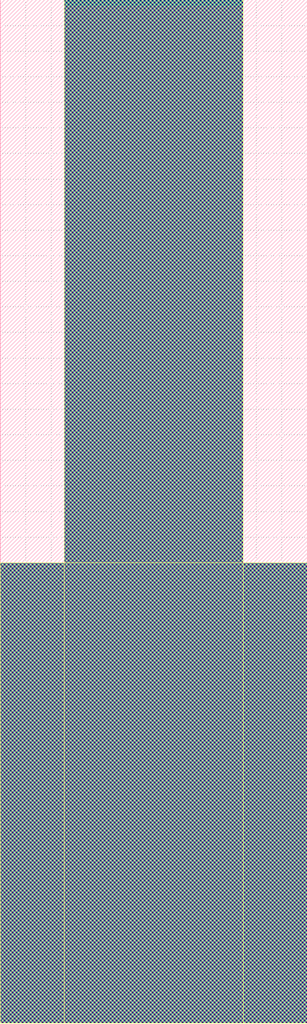
<source format=lef>
VERSION 5.8 ;
BUSBITCHARS "[]" ;
DIVIDERCHAR "/" ;

MACRO RIIO_EG1D80V_CORNER_45
  CLASS ENDCAP BOTTOMLEFT ;
  ORIGIN 0 0 ;
  FOREIGN RIIO_EG1D80V_CORNER_45 0 0 ;
  SIZE 80 BY 80 ;
  SYMMETRY X Y ;
  SITE corner_site ;
  PIN VSSIO
    DIRECTION INOUT ;
    USE GROUND ;
    NETEXPR "vssio VSSIO!" ;
    PORT
      LAYER OI ;
        RECT 8.666 49.583 13.726 49.66 ;
        RECT 8.62 49.629 13.68 49.706 ;
        RECT 8.574 49.675 13.634 49.752 ;
        RECT 8.528 49.721 13.588 49.798 ;
        RECT 8.482 49.767 13.542 49.844 ;
        RECT 8.436 49.813 13.496 49.89 ;
        RECT 8.39 49.859 13.45 49.936 ;
        RECT 8.344 49.905 13.404 49.982 ;
        RECT 8.298 49.951 13.358 50.028 ;
        RECT 8.252 49.997 13.312 50.074 ;
        RECT 8.206 50.043 13.266 50.12 ;
        RECT 8.16 50.089 13.22 50.166 ;
        RECT 8.114 50.135 13.174 50.212 ;
        RECT 8.068 50.181 13.128 50.258 ;
        RECT 8.022 50.227 13.082 50.304 ;
        RECT 7.976 50.273 13.036 50.35 ;
        RECT 7.93 50.319 12.99 50.396 ;
        RECT 7.884 50.365 12.944 50.442 ;
        RECT 7.838 50.411 12.898 50.488 ;
        RECT 7.792 50.457 12.852 50.534 ;
        RECT 7.746 50.503 12.806 50.58 ;
        RECT 7.7 50.549 12.76 50.626 ;
        RECT 7.654 50.595 12.714 50.672 ;
        RECT 7.608 50.641 12.668 50.718 ;
        RECT 7.562 50.687 12.622 50.764 ;
        RECT 7.516 50.733 12.576 50.81 ;
        RECT 7.47 50.779 12.53 50.856 ;
        RECT 7.424 50.825 12.484 50.902 ;
        RECT 7.378 50.871 12.438 50.948 ;
        RECT 7.332 50.917 12.392 50.994 ;
        RECT 7.286 50.963 12.346 51.04 ;
        RECT 7.24 51.009 12.3 51.086 ;
        RECT 7.194 51.055 12.254 51.132 ;
        RECT 7.148 51.101 12.208 51.178 ;
        RECT 7.102 51.147 12.162 51.224 ;
        RECT 7.056 51.193 12.116 51.27 ;
        RECT 7.01 51.239 12.07 51.316 ;
        RECT 6.964 51.285 12.024 51.362 ;
        RECT 6.918 51.331 11.978 51.408 ;
        RECT 6.872 51.377 11.932 51.454 ;
        RECT 6.826 51.423 11.886 51.5 ;
        RECT 6.78 51.469 11.84 51.546 ;
        RECT 6.734 51.515 11.794 51.592 ;
        RECT 6.688 51.561 11.748 51.638 ;
        RECT 6.642 51.607 11.702 51.684 ;
        RECT 6.596 51.653 11.656 51.73 ;
        RECT 6.522 51.736 11.61 51.776 ;
        RECT 6.55 51.699 11.61 51.776 ;
        RECT 6.476 51.773 11.564 51.822 ;
        RECT 6.43 51.819 11.518 51.868 ;
        RECT 6.384 51.865 11.472 51.914 ;
        RECT 6.338 51.911 11.426 51.96 ;
        RECT 6.292 51.957 11.38 52.006 ;
        RECT 6.246 52.003 11.334 52.052 ;
        RECT 6.2 52.049 11.288 52.098 ;
        RECT 6.154 52.095 11.242 52.144 ;
        RECT 6.108 52.141 11.196 52.19 ;
        RECT 6.062 52.187 11.15 52.236 ;
        RECT 6.016 52.233 11.104 52.282 ;
        RECT 5.97 52.279 11.058 52.328 ;
        RECT 5.924 52.325 11.012 52.374 ;
        RECT 5.878 52.371 10.966 52.42 ;
        RECT 5.832 52.417 10.92 52.466 ;
        RECT 5.786 52.463 10.874 52.512 ;
        RECT 5.74 52.509 10.828 52.558 ;
        RECT 5.694 52.555 10.782 52.604 ;
        RECT 5.648 52.601 10.736 52.65 ;
        RECT 5.602 52.647 10.69 52.696 ;
        RECT 5.556 52.693 10.644 52.742 ;
        RECT 5.51 52.739 10.598 52.788 ;
        RECT 5.464 52.785 10.552 52.834 ;
        RECT 5.418 52.831 10.506 52.88 ;
        RECT 5.372 52.877 10.46 52.926 ;
        RECT 5.326 52.923 10.414 52.972 ;
        RECT 5.28 52.969 10.368 53.018 ;
        RECT 5.234 53.015 10.322 53.064 ;
        RECT 5.188 53.061 10.276 53.11 ;
        RECT 5.142 53.107 10.23 53.156 ;
        RECT 5.096 53.153 10.184 53.202 ;
        RECT 5.05 53.199 10.138 53.248 ;
        RECT 5.004 53.245 10.092 53.294 ;
        RECT 4.958 53.291 10.046 53.34 ;
        RECT 4.912 53.337 10 53.386 ;
        RECT 4.866 53.383 9.954 53.432 ;
        RECT 4.82 53.429 9.908 53.478 ;
        RECT 4.774 53.475 9.862 53.524 ;
        RECT 4.728 53.521 9.816 53.57 ;
        RECT 4.682 53.567 9.77 53.616 ;
        RECT 4.636 53.613 9.724 53.662 ;
        RECT 4.59 53.659 9.678 53.708 ;
        RECT 4.544 53.705 9.632 53.754 ;
        RECT 4.498 53.751 9.586 53.8 ;
        RECT 4.452 53.797 9.54 53.846 ;
        RECT 4.406 53.843 9.494 53.892 ;
        RECT 4.36 53.889 9.448 53.938 ;
        RECT 4.314 53.935 9.402 53.984 ;
        RECT 4.268 53.981 9.356 54.03 ;
        RECT 4.222 54.027 9.31 54.076 ;
        RECT 4.176 54.073 9.264 54.122 ;
        RECT 4.13 54.119 9.218 54.168 ;
        RECT 4.084 54.165 9.172 54.214 ;
        RECT 4.038 54.211 9.126 54.26 ;
        RECT 3.992 54.257 9.08 54.306 ;
        RECT 3.946 54.303 9.034 54.352 ;
        RECT 3.9 54.349 8.988 54.398 ;
        RECT 3.854 54.395 8.942 54.444 ;
        RECT 3.808 54.441 8.896 54.49 ;
        RECT 3.762 54.487 8.85 54.536 ;
        RECT 3.716 54.533 8.804 54.582 ;
        RECT 3.67 54.579 8.758 54.628 ;
        RECT 3.67 54.579 8.712 54.674 ;
        RECT 3.67 54.579 8.666 54.72 ;
        RECT 3.67 54.579 8.62 54.766 ;
        RECT 3.67 54.579 8.574 54.812 ;
        RECT 3.67 54.579 8.528 54.858 ;
        RECT 3.67 54.579 8.482 54.904 ;
        RECT 3.67 54.579 8.436 54.95 ;
        RECT 3.67 54.579 8.39 54.996 ;
        RECT 3.67 54.579 8.344 55.042 ;
        RECT 3.67 54.579 8.298 55.088 ;
        RECT 3.67 54.579 8.252 55.134 ;
        RECT 3.67 54.579 8.206 55.18 ;
        RECT 3.67 54.579 8.16 55.226 ;
        RECT 3.67 54.579 8.114 55.272 ;
        RECT 3.67 54.579 8.068 55.318 ;
        RECT 3.67 54.579 8.022 55.364 ;
        RECT 3.67 54.579 7.976 55.41 ;
        RECT 3.67 54.579 7.93 55.456 ;
        RECT 3.67 54.579 7.884 55.502 ;
        RECT 3.67 54.579 7.838 55.548 ;
        RECT 3.67 54.579 7.792 55.594 ;
        RECT 3.67 54.579 7.746 55.64 ;
        RECT 3.67 54.579 7.7 55.686 ;
        RECT 3.67 54.579 7.654 55.732 ;
        RECT 3.67 54.579 7.608 55.778 ;
        RECT 3.67 54.579 7.562 55.824 ;
        RECT 3.67 54.579 7.516 55.87 ;
        RECT 3.67 54.579 7.47 55.916 ;
        RECT 3.67 54.579 7.424 55.962 ;
        RECT 3.67 54.579 7.378 56.008 ;
        RECT 3.67 54.579 7.332 56.054 ;
        RECT 3.67 54.579 7.286 56.1 ;
        RECT 3.67 54.579 7.24 56.146 ;
        RECT 3.67 54.579 7.194 56.192 ;
        RECT 3.67 54.579 7.148 56.238 ;
        RECT 3.67 54.579 7.102 56.284 ;
        RECT 3.67 54.579 7.056 56.33 ;
        RECT 3.67 54.579 7.01 56.376 ;
        RECT 3.67 54.579 6.964 56.422 ;
        RECT 3.67 54.579 6.918 56.468 ;
        RECT 3.67 54.579 6.872 56.514 ;
        RECT 3.67 54.579 6.826 56.56 ;
        RECT 3.67 54.579 6.78 56.606 ;
        RECT 3.67 54.579 6.734 56.652 ;
        RECT 3.67 54.579 6.688 56.698 ;
        RECT 3.67 54.579 6.642 56.744 ;
        RECT 3.67 54.579 6.596 56.79 ;
        RECT 3.67 54.579 6.55 80 ;
        RECT 54.602 3.67 80 6.55 ;
        RECT 51.722 6.527 56.813 6.552 ;
        RECT 49.56 8.689 54.648 8.738 ;
        RECT 54.574 3.684 54.602 8.775 ;
        RECT 49.514 8.735 54.574 8.812 ;
        RECT 49.606 8.643 54.694 8.692 ;
        RECT 54.528 3.721 54.574 8.812 ;
        RECT 49.468 8.781 54.528 8.858 ;
        RECT 49.652 8.597 54.74 8.646 ;
        RECT 54.482 3.767 54.528 8.858 ;
        RECT 49.422 8.827 54.482 8.904 ;
        RECT 49.698 8.551 54.786 8.6 ;
        RECT 54.436 3.813 54.482 8.904 ;
        RECT 49.376 8.873 54.436 8.95 ;
        RECT 49.744 8.505 54.832 8.554 ;
        RECT 54.39 3.859 54.436 8.95 ;
        RECT 49.33 8.919 54.39 8.996 ;
        RECT 49.79 8.459 54.878 8.508 ;
        RECT 54.344 3.905 54.39 8.996 ;
        RECT 49.284 8.965 54.344 9.042 ;
        RECT 49.836 8.413 54.924 8.462 ;
        RECT 54.298 3.951 54.344 9.042 ;
        RECT 49.238 9.011 54.298 9.088 ;
        RECT 49.882 8.367 54.97 8.416 ;
        RECT 54.252 3.997 54.298 9.088 ;
        RECT 49.192 9.057 54.252 9.134 ;
        RECT 49.928 8.321 55.016 8.37 ;
        RECT 54.206 4.043 54.252 9.134 ;
        RECT 49.146 9.103 54.206 9.18 ;
        RECT 49.974 8.275 55.062 8.324 ;
        RECT 54.16 4.089 54.206 9.18 ;
        RECT 49.1 9.149 54.16 9.226 ;
        RECT 50.02 8.229 55.108 8.278 ;
        RECT 54.114 4.135 54.16 9.226 ;
        RECT 49.054 9.195 54.114 9.272 ;
        RECT 50.066 8.183 55.154 8.232 ;
        RECT 54.068 4.181 54.114 9.272 ;
        RECT 49.008 9.241 54.068 9.318 ;
        RECT 50.112 8.137 55.2 8.186 ;
        RECT 54.022 4.227 54.068 9.318 ;
        RECT 48.962 9.287 54.022 9.364 ;
        RECT 50.158 8.091 55.246 8.14 ;
        RECT 53.976 4.273 54.022 9.364 ;
        RECT 48.916 9.333 53.976 9.41 ;
        RECT 50.204 8.045 55.292 8.094 ;
        RECT 53.93 4.319 53.976 9.41 ;
        RECT 48.87 9.379 53.93 9.456 ;
        RECT 50.25 7.999 55.338 8.048 ;
        RECT 53.884 4.365 53.93 9.456 ;
        RECT 48.824 9.425 53.884 9.502 ;
        RECT 50.296 7.953 55.384 8.002 ;
        RECT 53.838 4.411 53.884 9.502 ;
        RECT 48.778 9.471 53.838 9.548 ;
        RECT 50.342 7.907 55.43 7.956 ;
        RECT 53.792 4.457 53.838 9.548 ;
        RECT 48.732 9.517 53.792 9.594 ;
        RECT 50.388 7.861 55.476 7.91 ;
        RECT 53.746 4.503 53.792 9.594 ;
        RECT 48.686 9.563 53.746 9.64 ;
        RECT 50.434 7.815 55.522 7.864 ;
        RECT 53.7 4.549 53.746 9.64 ;
        RECT 48.64 9.609 53.7 9.686 ;
        RECT 50.48 7.769 55.568 7.818 ;
        RECT 53.654 4.595 53.7 9.686 ;
        RECT 48.594 9.655 53.654 9.732 ;
        RECT 50.526 7.723 55.614 7.772 ;
        RECT 53.608 4.641 53.654 9.732 ;
        RECT 48.548 9.701 53.608 9.778 ;
        RECT 50.572 7.677 55.66 7.726 ;
        RECT 53.562 4.687 53.608 9.778 ;
        RECT 48.502 9.747 53.562 9.824 ;
        RECT 50.618 7.631 55.706 7.68 ;
        RECT 53.516 4.733 53.562 9.824 ;
        RECT 48.456 9.793 53.516 9.87 ;
        RECT 50.664 7.585 55.752 7.634 ;
        RECT 53.47 4.779 53.516 9.87 ;
        RECT 48.41 9.839 53.47 9.916 ;
        RECT 50.71 7.539 55.798 7.588 ;
        RECT 53.424 4.825 53.47 9.916 ;
        RECT 48.364 9.885 53.424 9.962 ;
        RECT 50.756 7.493 55.844 7.542 ;
        RECT 53.378 4.871 53.424 9.962 ;
        RECT 48.318 9.931 53.378 10.008 ;
        RECT 50.802 7.447 55.89 7.496 ;
        RECT 53.332 4.917 53.378 10.008 ;
        RECT 48.272 9.977 53.332 10.054 ;
        RECT 50.848 7.401 55.936 7.45 ;
        RECT 53.286 4.963 53.332 10.054 ;
        RECT 48.226 10.023 53.286 10.1 ;
        RECT 50.894 7.355 55.982 7.404 ;
        RECT 53.24 5.009 53.286 10.1 ;
        RECT 48.18 10.069 53.24 10.146 ;
        RECT 50.94 7.309 56.028 7.358 ;
        RECT 53.194 5.055 53.24 10.146 ;
        RECT 48.134 10.115 53.194 10.192 ;
        RECT 50.986 7.263 56.074 7.312 ;
        RECT 53.148 5.101 53.194 10.192 ;
        RECT 48.088 10.161 53.148 10.238 ;
        RECT 51.032 7.217 56.12 7.266 ;
        RECT 53.102 5.147 53.148 10.238 ;
        RECT 48.042 10.207 53.102 10.284 ;
        RECT 51.078 7.171 56.166 7.22 ;
        RECT 53.056 5.193 53.102 10.284 ;
        RECT 47.996 10.253 53.056 10.33 ;
        RECT 51.124 7.125 56.212 7.174 ;
        RECT 53.01 5.239 53.056 10.33 ;
        RECT 47.95 10.299 53.01 10.376 ;
        RECT 51.17 7.079 56.258 7.128 ;
        RECT 52.964 5.285 53.01 10.376 ;
        RECT 47.904 10.345 52.964 10.422 ;
        RECT 51.216 7.033 56.304 7.082 ;
        RECT 52.918 5.331 52.964 10.422 ;
        RECT 47.858 10.391 52.918 10.468 ;
        RECT 51.262 6.987 56.35 7.036 ;
        RECT 52.872 5.377 52.918 10.468 ;
        RECT 47.812 10.437 52.872 10.514 ;
        RECT 51.308 6.941 56.396 6.99 ;
        RECT 52.826 5.423 52.872 10.514 ;
        RECT 47.766 10.483 52.826 10.56 ;
        RECT 51.354 6.895 56.442 6.944 ;
        RECT 52.78 5.469 52.826 10.56 ;
        RECT 47.72 10.529 52.78 10.606 ;
        RECT 51.4 6.849 56.488 6.898 ;
        RECT 52.734 5.515 52.78 10.606 ;
        RECT 47.674 10.575 52.734 10.652 ;
        RECT 51.446 6.803 56.534 6.852 ;
        RECT 52.688 5.561 52.734 10.652 ;
        RECT 47.628 10.621 52.688 10.698 ;
        RECT 51.492 6.757 56.58 6.806 ;
        RECT 52.642 5.607 52.688 10.698 ;
        RECT 47.582 10.667 52.642 10.744 ;
        RECT 51.538 6.711 56.626 6.76 ;
        RECT 52.596 5.653 52.642 10.744 ;
        RECT 47.536 10.713 52.596 10.79 ;
        RECT 51.584 6.665 56.672 6.714 ;
        RECT 52.55 5.699 52.596 10.79 ;
        RECT 47.49 10.759 52.55 10.836 ;
        RECT 51.63 6.619 56.718 6.668 ;
        RECT 52.504 5.745 52.55 10.836 ;
        RECT 47.444 10.805 52.504 10.882 ;
        RECT 51.676 6.573 56.764 6.622 ;
        RECT 52.458 5.791 52.504 10.882 ;
        RECT 47.398 10.851 52.458 10.928 ;
        RECT 51.722 6.527 56.81 6.576 ;
        RECT 52.412 5.837 52.458 10.928 ;
        RECT 47.352 10.897 52.412 10.974 ;
        RECT 51.768 6.481 80 6.55 ;
        RECT 52.366 5.883 52.412 10.974 ;
        RECT 47.306 10.943 52.366 11.02 ;
        RECT 51.814 6.435 80 6.55 ;
        RECT 52.32 5.929 52.366 11.02 ;
        RECT 47.26 10.989 52.32 11.066 ;
        RECT 51.86 6.389 80 6.55 ;
        RECT 52.274 5.975 52.32 11.066 ;
        RECT 47.214 11.035 52.274 11.112 ;
        RECT 51.906 6.343 80 6.55 ;
        RECT 52.228 6.021 52.274 11.112 ;
        RECT 47.168 11.081 52.228 11.158 ;
        RECT 51.952 6.297 80 6.55 ;
        RECT 52.182 6.067 52.228 11.158 ;
        RECT 47.122 11.127 52.182 11.204 ;
        RECT 51.998 6.251 80 6.55 ;
        RECT 52.136 6.113 52.182 11.204 ;
        RECT 47.076 11.173 52.136 11.25 ;
        RECT 52.044 6.205 80 6.55 ;
        RECT 52.09 6.159 52.136 11.25 ;
        RECT 47.03 11.219 52.09 11.296 ;
        RECT 46.984 11.265 52.044 11.342 ;
        RECT 46.938 11.311 51.998 11.388 ;
        RECT 46.892 11.357 51.952 11.434 ;
        RECT 46.846 11.403 51.906 11.48 ;
        RECT 46.8 11.449 51.86 11.526 ;
        RECT 46.754 11.495 51.814 11.572 ;
        RECT 46.708 11.541 51.768 11.618 ;
        RECT 46.662 11.587 51.722 11.664 ;
        RECT 46.616 11.633 51.676 11.71 ;
        RECT 46.57 11.679 51.63 11.756 ;
        RECT 46.524 11.725 51.584 11.802 ;
        RECT 46.478 11.771 51.538 11.848 ;
        RECT 46.432 11.817 51.492 11.894 ;
        RECT 46.386 11.863 51.446 11.94 ;
        RECT 46.34 11.909 51.4 11.986 ;
        RECT 46.294 11.955 51.354 12.032 ;
        RECT 46.248 12.001 51.308 12.078 ;
        RECT 46.202 12.047 51.262 12.124 ;
        RECT 46.156 12.093 51.216 12.17 ;
        RECT 46.11 12.139 51.17 12.216 ;
        RECT 46.064 12.185 51.124 12.262 ;
        RECT 46.018 12.231 51.078 12.308 ;
        RECT 45.972 12.277 51.032 12.354 ;
        RECT 45.926 12.323 50.986 12.4 ;
        RECT 45.88 12.369 50.94 12.446 ;
        RECT 45.834 12.415 50.894 12.492 ;
        RECT 45.788 12.461 50.848 12.538 ;
        RECT 45.742 12.507 50.802 12.584 ;
        RECT 45.696 12.553 50.756 12.63 ;
        RECT 45.65 12.599 50.71 12.676 ;
        RECT 45.604 12.645 50.664 12.722 ;
        RECT 45.558 12.691 50.618 12.768 ;
        RECT 45.512 12.737 50.572 12.814 ;
        RECT 45.466 12.783 50.526 12.86 ;
        RECT 45.42 12.829 50.48 12.906 ;
        RECT 45.374 12.875 50.434 12.952 ;
        RECT 45.328 12.921 50.388 12.998 ;
        RECT 45.282 12.967 50.342 13.044 ;
        RECT 45.236 13.013 50.296 13.09 ;
        RECT 45.19 13.059 50.25 13.136 ;
        RECT 45.144 13.105 50.204 13.182 ;
        RECT 45.098 13.151 50.158 13.228 ;
        RECT 45.052 13.197 50.112 13.274 ;
        RECT 45.006 13.243 50.066 13.32 ;
        RECT 44.96 13.289 50.02 13.366 ;
        RECT 44.914 13.335 49.974 13.412 ;
        RECT 44.868 13.381 49.928 13.458 ;
        RECT 44.822 13.427 49.882 13.504 ;
        RECT 44.776 13.473 49.836 13.55 ;
        RECT 44.73 13.519 49.79 13.596 ;
        RECT 44.684 13.565 49.744 13.642 ;
        RECT 44.638 13.611 49.698 13.688 ;
        RECT 44.592 13.657 49.652 13.734 ;
        RECT 44.546 13.703 49.606 13.78 ;
        RECT 44.5 13.749 49.56 13.826 ;
        RECT 44.454 13.795 49.514 13.872 ;
        RECT 44.408 13.841 49.468 13.918 ;
        RECT 44.362 13.887 49.422 13.964 ;
        RECT 44.316 13.933 49.376 14.01 ;
        RECT 44.27 13.979 49.33 14.056 ;
        RECT 44.224 14.025 49.284 14.102 ;
        RECT 44.178 14.071 49.238 14.148 ;
        RECT 44.132 14.117 49.192 14.194 ;
        RECT 44.086 14.163 49.146 14.24 ;
        RECT 44.04 14.209 49.1 14.286 ;
        RECT 43.994 14.255 49.054 14.332 ;
        RECT 43.948 14.301 49.008 14.378 ;
        RECT 43.902 14.347 48.962 14.424 ;
        RECT 43.856 14.393 48.916 14.47 ;
        RECT 43.81 14.439 48.87 14.516 ;
        RECT 43.764 14.485 48.824 14.562 ;
        RECT 43.718 14.531 48.778 14.608 ;
        RECT 43.672 14.577 48.732 14.654 ;
        RECT 43.626 14.623 48.686 14.7 ;
        RECT 43.58 14.669 48.64 14.746 ;
        RECT 43.534 14.715 48.594 14.792 ;
        RECT 43.488 14.761 48.548 14.838 ;
        RECT 43.442 14.807 48.502 14.884 ;
        RECT 43.396 14.853 48.456 14.93 ;
        RECT 43.35 14.899 48.41 14.976 ;
        RECT 43.304 14.945 48.364 15.022 ;
        RECT 43.258 14.991 48.318 15.068 ;
        RECT 43.212 15.037 48.272 15.114 ;
        RECT 43.166 15.083 48.226 15.16 ;
        RECT 43.12 15.129 48.18 15.206 ;
        RECT 43.074 15.175 48.134 15.252 ;
        RECT 43.028 15.221 48.088 15.298 ;
        RECT 42.982 15.267 48.042 15.344 ;
        RECT 42.936 15.313 47.996 15.39 ;
        RECT 42.89 15.359 47.95 15.436 ;
        RECT 42.844 15.405 47.904 15.482 ;
        RECT 42.798 15.451 47.858 15.528 ;
        RECT 42.752 15.497 47.812 15.574 ;
        RECT 42.706 15.543 47.766 15.62 ;
        RECT 42.66 15.589 47.72 15.666 ;
        RECT 42.614 15.635 47.674 15.712 ;
        RECT 42.568 15.681 47.628 15.758 ;
        RECT 42.522 15.727 47.582 15.804 ;
        RECT 42.476 15.773 47.536 15.85 ;
        RECT 42.43 15.819 47.49 15.896 ;
        RECT 42.384 15.865 47.444 15.942 ;
        RECT 42.338 15.911 47.398 15.988 ;
        RECT 42.292 15.957 47.352 16.034 ;
        RECT 42.246 16.003 47.306 16.08 ;
        RECT 42.2 16.049 47.26 16.126 ;
        RECT 42.154 16.095 47.214 16.172 ;
        RECT 42.108 16.141 47.168 16.218 ;
        RECT 42.062 16.187 47.122 16.264 ;
        RECT 42.016 16.233 47.076 16.31 ;
        RECT 41.97 16.279 47.03 16.356 ;
        RECT 41.924 16.325 46.984 16.402 ;
        RECT 41.878 16.371 46.938 16.448 ;
        RECT 41.832 16.417 46.892 16.494 ;
        RECT 41.786 16.463 46.846 16.54 ;
        RECT 41.74 16.509 46.8 16.586 ;
        RECT 41.694 16.555 46.754 16.632 ;
        RECT 41.648 16.601 46.708 16.678 ;
        RECT 41.602 16.647 46.662 16.724 ;
        RECT 41.556 16.693 46.616 16.77 ;
        RECT 41.51 16.739 46.57 16.816 ;
        RECT 41.464 16.785 46.524 16.862 ;
        RECT 41.418 16.831 46.478 16.908 ;
        RECT 41.372 16.877 46.432 16.954 ;
        RECT 41.326 16.923 46.386 17 ;
        RECT 41.28 16.969 46.34 17.046 ;
        RECT 41.234 17.015 46.294 17.092 ;
        RECT 41.188 17.061 46.248 17.138 ;
        RECT 41.142 17.107 46.202 17.184 ;
        RECT 41.096 17.153 46.156 17.23 ;
        RECT 41.05 17.199 46.11 17.276 ;
        RECT 41.004 17.245 46.064 17.322 ;
        RECT 40.958 17.291 46.018 17.368 ;
        RECT 40.912 17.337 45.972 17.414 ;
        RECT 40.866 17.383 45.926 17.46 ;
        RECT 40.82 17.429 45.88 17.506 ;
        RECT 40.774 17.475 45.834 17.552 ;
        RECT 40.728 17.521 45.788 17.598 ;
        RECT 40.682 17.567 45.742 17.644 ;
        RECT 40.636 17.613 45.696 17.69 ;
        RECT 40.59 17.659 45.65 17.736 ;
        RECT 40.544 17.705 45.604 17.782 ;
        RECT 40.498 17.751 45.558 17.828 ;
        RECT 40.452 17.797 45.512 17.874 ;
        RECT 40.406 17.843 45.466 17.92 ;
        RECT 40.36 17.889 45.42 17.966 ;
        RECT 40.314 17.935 45.374 18.012 ;
        RECT 40.268 17.981 45.328 18.058 ;
        RECT 40.222 18.027 45.282 18.104 ;
        RECT 40.176 18.073 45.236 18.15 ;
        RECT 40.13 18.119 45.19 18.196 ;
        RECT 40.084 18.165 45.144 18.242 ;
        RECT 40.038 18.211 45.098 18.288 ;
        RECT 39.992 18.257 45.052 18.334 ;
        RECT 39.946 18.303 45.006 18.38 ;
        RECT 39.9 18.349 44.96 18.426 ;
        RECT 39.854 18.395 44.914 18.472 ;
        RECT 39.808 18.441 44.868 18.518 ;
        RECT 39.762 18.487 44.822 18.564 ;
        RECT 39.716 18.533 44.776 18.61 ;
        RECT 39.67 18.579 44.73 18.656 ;
        RECT 39.624 18.625 44.684 18.702 ;
        RECT 39.578 18.671 44.638 18.748 ;
        RECT 39.532 18.717 44.592 18.794 ;
        RECT 39.486 18.763 44.546 18.84 ;
        RECT 39.44 18.809 44.5 18.886 ;
        RECT 39.394 18.855 44.454 18.932 ;
        RECT 39.348 18.901 44.408 18.978 ;
        RECT 39.302 18.947 44.362 19.024 ;
        RECT 39.256 18.993 44.316 19.07 ;
        RECT 39.21 19.039 44.27 19.116 ;
        RECT 39.164 19.085 44.224 19.162 ;
        RECT 39.118 19.131 44.178 19.208 ;
        RECT 39.072 19.177 44.132 19.254 ;
        RECT 39.026 19.223 44.086 19.3 ;
        RECT 38.98 19.269 44.04 19.346 ;
        RECT 38.934 19.315 43.994 19.392 ;
        RECT 38.888 19.361 43.948 19.438 ;
        RECT 38.842 19.407 43.902 19.484 ;
        RECT 38.796 19.453 43.856 19.53 ;
        RECT 38.75 19.499 43.81 19.576 ;
        RECT 38.704 19.545 43.764 19.622 ;
        RECT 38.658 19.591 43.718 19.668 ;
        RECT 38.612 19.637 43.672 19.714 ;
        RECT 38.566 19.683 43.626 19.76 ;
        RECT 38.52 19.729 43.58 19.806 ;
        RECT 38.474 19.775 43.534 19.852 ;
        RECT 38.428 19.821 43.488 19.898 ;
        RECT 38.382 19.867 43.442 19.944 ;
        RECT 38.336 19.913 43.396 19.99 ;
        RECT 38.29 19.959 43.35 20.036 ;
        RECT 38.244 20.005 43.304 20.082 ;
        RECT 38.198 20.051 43.258 20.128 ;
        RECT 38.152 20.097 43.212 20.174 ;
        RECT 38.106 20.143 43.166 20.22 ;
        RECT 38.06 20.189 43.12 20.266 ;
        RECT 38.014 20.235 43.074 20.312 ;
        RECT 37.968 20.281 43.028 20.358 ;
        RECT 37.922 20.327 42.982 20.404 ;
        RECT 37.876 20.373 42.936 20.45 ;
        RECT 37.83 20.419 42.89 20.496 ;
        RECT 37.784 20.465 42.844 20.542 ;
        RECT 37.738 20.511 42.798 20.588 ;
        RECT 37.692 20.557 42.752 20.634 ;
        RECT 37.646 20.603 42.706 20.68 ;
        RECT 37.6 20.649 42.66 20.726 ;
        RECT 37.554 20.695 42.614 20.772 ;
        RECT 37.508 20.741 42.568 20.818 ;
        RECT 37.462 20.787 42.522 20.864 ;
        RECT 37.416 20.833 42.476 20.91 ;
        RECT 37.37 20.879 42.43 20.956 ;
        RECT 37.324 20.925 42.384 21.002 ;
        RECT 37.278 20.971 42.338 21.048 ;
        RECT 37.232 21.017 42.292 21.094 ;
        RECT 37.186 21.063 42.246 21.14 ;
        RECT 37.14 21.109 42.2 21.186 ;
        RECT 37.094 21.155 42.154 21.232 ;
        RECT 37.048 21.201 42.108 21.278 ;
        RECT 37.002 21.247 42.062 21.324 ;
        RECT 36.956 21.293 42.016 21.37 ;
        RECT 36.91 21.339 41.97 21.416 ;
        RECT 36.864 21.385 41.924 21.462 ;
        RECT 36.818 21.431 41.878 21.508 ;
        RECT 36.772 21.477 41.832 21.554 ;
        RECT 36.726 21.523 41.786 21.6 ;
        RECT 36.68 21.569 41.74 21.646 ;
        RECT 36.634 21.615 41.694 21.692 ;
        RECT 36.588 21.661 41.648 21.738 ;
        RECT 36.542 21.707 41.602 21.784 ;
        RECT 36.496 21.753 41.556 21.83 ;
        RECT 36.45 21.799 41.51 21.876 ;
        RECT 36.404 21.845 41.464 21.922 ;
        RECT 36.358 21.891 41.418 21.968 ;
        RECT 36.312 21.937 41.372 22.014 ;
        RECT 36.266 21.983 41.326 22.06 ;
        RECT 36.22 22.029 41.28 22.106 ;
        RECT 36.174 22.075 41.234 22.152 ;
        RECT 36.128 22.121 41.188 22.198 ;
        RECT 36.082 22.167 41.142 22.244 ;
        RECT 36.036 22.213 41.096 22.29 ;
        RECT 35.99 22.259 41.05 22.336 ;
        RECT 35.944 22.305 41.004 22.382 ;
        RECT 35.898 22.351 40.958 22.428 ;
        RECT 35.852 22.397 40.912 22.474 ;
        RECT 35.806 22.443 40.866 22.52 ;
        RECT 35.76 22.489 40.82 22.566 ;
        RECT 35.714 22.535 40.774 22.612 ;
        RECT 35.668 22.581 40.728 22.658 ;
        RECT 35.622 22.627 40.682 22.704 ;
        RECT 35.576 22.673 40.636 22.75 ;
        RECT 35.53 22.719 40.59 22.796 ;
        RECT 35.484 22.765 40.544 22.842 ;
        RECT 35.438 22.811 40.498 22.888 ;
        RECT 35.392 22.857 40.452 22.934 ;
        RECT 35.346 22.903 40.406 22.98 ;
        RECT 35.3 22.949 40.36 23.026 ;
        RECT 35.254 22.995 40.314 23.072 ;
        RECT 35.208 23.041 40.268 23.118 ;
        RECT 35.162 23.087 40.222 23.164 ;
        RECT 35.116 23.133 40.176 23.21 ;
        RECT 35.07 23.179 40.13 23.256 ;
        RECT 35.024 23.225 40.084 23.302 ;
        RECT 34.978 23.271 40.038 23.348 ;
        RECT 34.932 23.317 39.992 23.394 ;
        RECT 34.886 23.363 39.946 23.44 ;
        RECT 34.84 23.409 39.9 23.486 ;
        RECT 34.794 23.455 39.854 23.532 ;
        RECT 34.748 23.501 39.808 23.578 ;
        RECT 34.702 23.547 39.762 23.624 ;
        RECT 34.656 23.593 39.716 23.67 ;
        RECT 34.61 23.639 39.67 23.716 ;
        RECT 34.564 23.685 39.624 23.762 ;
        RECT 34.518 23.731 39.578 23.808 ;
        RECT 34.472 23.777 39.532 23.854 ;
        RECT 34.426 23.823 39.486 23.9 ;
        RECT 34.38 23.869 39.44 23.946 ;
        RECT 34.334 23.915 39.394 23.992 ;
        RECT 34.288 23.961 39.348 24.038 ;
        RECT 34.242 24.007 39.302 24.084 ;
        RECT 34.196 24.053 39.256 24.13 ;
        RECT 34.15 24.099 39.21 24.176 ;
        RECT 34.104 24.145 39.164 24.222 ;
        RECT 34.058 24.191 39.118 24.268 ;
        RECT 34.012 24.237 39.072 24.314 ;
        RECT 33.966 24.283 39.026 24.36 ;
        RECT 33.92 24.329 38.98 24.406 ;
        RECT 33.874 24.375 38.934 24.452 ;
        RECT 33.828 24.421 38.888 24.498 ;
        RECT 33.782 24.467 38.842 24.544 ;
        RECT 33.736 24.513 38.796 24.59 ;
        RECT 33.69 24.559 38.75 24.636 ;
        RECT 33.644 24.605 38.704 24.682 ;
        RECT 33.598 24.651 38.658 24.728 ;
        RECT 33.552 24.697 38.612 24.774 ;
        RECT 33.506 24.743 38.566 24.82 ;
        RECT 33.46 24.789 38.52 24.866 ;
        RECT 33.414 24.835 38.474 24.912 ;
        RECT 33.368 24.881 38.428 24.958 ;
        RECT 33.322 24.927 38.382 25.004 ;
        RECT 33.276 24.973 38.336 25.05 ;
        RECT 33.23 25.019 38.29 25.096 ;
        RECT 33.184 25.065 38.244 25.142 ;
        RECT 33.138 25.111 38.198 25.188 ;
        RECT 33.092 25.157 38.152 25.234 ;
        RECT 33.046 25.203 38.106 25.28 ;
        RECT 33 25.249 38.06 25.326 ;
        RECT 32.954 25.295 38.014 25.372 ;
        RECT 32.908 25.341 37.968 25.418 ;
        RECT 32.862 25.387 37.922 25.464 ;
        RECT 32.816 25.433 37.876 25.51 ;
        RECT 32.77 25.479 37.83 25.556 ;
        RECT 32.724 25.525 37.784 25.602 ;
        RECT 32.678 25.571 37.738 25.648 ;
        RECT 32.632 25.617 37.692 25.694 ;
        RECT 32.586 25.663 37.646 25.74 ;
        RECT 32.54 25.709 37.6 25.786 ;
        RECT 32.494 25.755 37.554 25.832 ;
        RECT 32.448 25.801 37.508 25.878 ;
        RECT 32.402 25.847 37.462 25.924 ;
        RECT 32.356 25.893 37.416 25.97 ;
        RECT 32.31 25.939 37.37 26.016 ;
        RECT 32.264 25.985 37.324 26.062 ;
        RECT 32.218 26.031 37.278 26.108 ;
        RECT 32.172 26.077 37.232 26.154 ;
        RECT 32.126 26.123 37.186 26.2 ;
        RECT 32.08 26.169 37.14 26.246 ;
        RECT 32.034 26.215 37.094 26.292 ;
        RECT 31.988 26.261 37.048 26.338 ;
        RECT 31.942 26.307 37.002 26.384 ;
        RECT 31.896 26.353 36.956 26.43 ;
        RECT 31.85 26.399 36.91 26.476 ;
        RECT 31.804 26.445 36.864 26.522 ;
        RECT 31.758 26.491 36.818 26.568 ;
        RECT 31.712 26.537 36.772 26.614 ;
        RECT 31.666 26.583 36.726 26.66 ;
        RECT 31.62 26.629 36.68 26.706 ;
        RECT 31.574 26.675 36.634 26.752 ;
        RECT 31.528 26.721 36.588 26.798 ;
        RECT 31.482 26.767 36.542 26.844 ;
        RECT 31.436 26.813 36.496 26.89 ;
        RECT 31.39 26.859 36.45 26.936 ;
        RECT 31.344 26.905 36.404 26.982 ;
        RECT 31.298 26.951 36.358 27.028 ;
        RECT 31.252 26.997 36.312 27.074 ;
        RECT 31.206 27.043 36.266 27.12 ;
        RECT 31.16 27.089 36.22 27.166 ;
        RECT 31.114 27.135 36.174 27.212 ;
        RECT 31.068 27.181 36.128 27.258 ;
        RECT 31.022 27.227 36.082 27.304 ;
        RECT 30.976 27.273 36.036 27.35 ;
        RECT 30.93 27.319 35.99 27.396 ;
        RECT 30.884 27.365 35.944 27.442 ;
        RECT 30.838 27.411 35.898 27.488 ;
        RECT 30.792 27.457 35.852 27.534 ;
        RECT 30.746 27.503 35.806 27.58 ;
        RECT 30.7 27.549 35.76 27.626 ;
        RECT 30.654 27.595 35.714 27.672 ;
        RECT 30.608 27.641 35.668 27.718 ;
        RECT 30.562 27.687 35.622 27.764 ;
        RECT 30.516 27.733 35.576 27.81 ;
        RECT 30.47 27.779 35.53 27.856 ;
        RECT 30.424 27.825 35.484 27.902 ;
        RECT 30.378 27.871 35.438 27.948 ;
        RECT 30.332 27.917 35.392 27.994 ;
        RECT 30.286 27.963 35.346 28.04 ;
        RECT 30.24 28.009 35.3 28.086 ;
        RECT 30.194 28.055 35.254 28.132 ;
        RECT 30.148 28.101 35.208 28.178 ;
        RECT 30.102 28.147 35.162 28.224 ;
        RECT 30.056 28.193 35.116 28.27 ;
        RECT 30.01 28.239 35.07 28.316 ;
        RECT 29.964 28.285 35.024 28.362 ;
        RECT 29.918 28.331 34.978 28.408 ;
        RECT 29.872 28.377 34.932 28.454 ;
        RECT 29.826 28.423 34.886 28.5 ;
        RECT 29.78 28.469 34.84 28.546 ;
        RECT 29.734 28.515 34.794 28.592 ;
        RECT 29.688 28.561 34.748 28.638 ;
        RECT 29.642 28.607 34.702 28.684 ;
        RECT 29.596 28.653 34.656 28.73 ;
        RECT 29.55 28.699 34.61 28.776 ;
        RECT 29.504 28.745 34.564 28.822 ;
        RECT 29.458 28.791 34.518 28.868 ;
        RECT 29.412 28.837 34.472 28.914 ;
        RECT 29.366 28.883 34.426 28.96 ;
        RECT 29.32 28.929 34.38 29.006 ;
        RECT 29.274 28.975 34.334 29.052 ;
        RECT 29.228 29.021 34.288 29.098 ;
        RECT 29.182 29.067 34.242 29.144 ;
        RECT 29.136 29.113 34.196 29.19 ;
        RECT 29.09 29.159 34.15 29.236 ;
        RECT 29.044 29.205 34.104 29.282 ;
        RECT 28.998 29.251 34.058 29.328 ;
        RECT 28.952 29.297 34.012 29.374 ;
        RECT 28.906 29.343 33.966 29.42 ;
        RECT 28.86 29.389 33.92 29.466 ;
        RECT 28.814 29.435 33.874 29.512 ;
        RECT 28.768 29.481 33.828 29.558 ;
        RECT 28.722 29.527 33.782 29.604 ;
        RECT 28.676 29.573 33.736 29.65 ;
        RECT 28.63 29.619 33.69 29.696 ;
        RECT 28.584 29.665 33.644 29.742 ;
        RECT 28.538 29.711 33.598 29.788 ;
        RECT 28.492 29.757 33.552 29.834 ;
        RECT 28.446 29.803 33.506 29.88 ;
        RECT 28.4 29.849 33.46 29.926 ;
        RECT 28.354 29.895 33.414 29.972 ;
        RECT 28.308 29.941 33.368 30.018 ;
        RECT 28.262 29.987 33.322 30.064 ;
        RECT 28.216 30.033 33.276 30.11 ;
        RECT 28.17 30.079 33.23 30.156 ;
        RECT 28.124 30.125 33.184 30.202 ;
        RECT 28.078 30.171 33.138 30.248 ;
        RECT 28.032 30.217 33.092 30.294 ;
        RECT 27.986 30.263 33.046 30.34 ;
        RECT 27.94 30.309 33 30.386 ;
        RECT 27.894 30.355 32.954 30.432 ;
        RECT 27.848 30.401 32.908 30.478 ;
        RECT 27.802 30.447 32.862 30.524 ;
        RECT 27.756 30.493 32.816 30.57 ;
        RECT 27.71 30.539 32.77 30.616 ;
        RECT 27.664 30.585 32.724 30.662 ;
        RECT 27.618 30.631 32.678 30.708 ;
        RECT 27.572 30.677 32.632 30.754 ;
        RECT 27.526 30.723 32.586 30.8 ;
        RECT 27.48 30.769 32.54 30.846 ;
        RECT 27.434 30.815 32.494 30.892 ;
        RECT 27.388 30.861 32.448 30.938 ;
        RECT 27.342 30.907 32.402 30.984 ;
        RECT 27.296 30.953 32.356 31.03 ;
        RECT 27.25 30.999 32.31 31.076 ;
        RECT 27.204 31.045 32.264 31.122 ;
        RECT 27.158 31.091 32.218 31.168 ;
        RECT 27.112 31.137 32.172 31.214 ;
        RECT 27.066 31.183 32.126 31.26 ;
        RECT 27.02 31.229 32.08 31.306 ;
        RECT 26.974 31.275 32.034 31.352 ;
        RECT 26.928 31.321 31.988 31.398 ;
        RECT 26.882 31.367 31.942 31.444 ;
        RECT 26.836 31.413 31.896 31.49 ;
        RECT 26.79 31.459 31.85 31.536 ;
        RECT 26.744 31.505 31.804 31.582 ;
        RECT 26.698 31.551 31.758 31.628 ;
        RECT 26.652 31.597 31.712 31.674 ;
        RECT 26.606 31.643 31.666 31.72 ;
        RECT 26.56 31.689 31.62 31.766 ;
        RECT 26.514 31.735 31.574 31.812 ;
        RECT 26.468 31.781 31.528 31.858 ;
        RECT 26.422 31.827 31.482 31.904 ;
        RECT 26.376 31.873 31.436 31.95 ;
        RECT 26.33 31.919 31.39 31.996 ;
        RECT 26.284 31.965 31.344 32.042 ;
        RECT 26.238 32.011 31.298 32.088 ;
        RECT 26.192 32.057 31.252 32.134 ;
        RECT 26.146 32.103 31.206 32.18 ;
        RECT 26.1 32.149 31.16 32.226 ;
        RECT 26.054 32.195 31.114 32.272 ;
        RECT 26.008 32.241 31.068 32.318 ;
        RECT 25.962 32.287 31.022 32.364 ;
        RECT 25.916 32.333 30.976 32.41 ;
        RECT 25.87 32.379 30.93 32.456 ;
        RECT 25.824 32.425 30.884 32.502 ;
        RECT 25.778 32.471 30.838 32.548 ;
        RECT 25.732 32.517 30.792 32.594 ;
        RECT 25.686 32.563 30.746 32.64 ;
        RECT 25.64 32.609 30.7 32.686 ;
        RECT 25.594 32.655 30.654 32.732 ;
        RECT 25.548 32.701 30.608 32.778 ;
        RECT 25.502 32.747 30.562 32.824 ;
        RECT 25.456 32.793 30.516 32.87 ;
        RECT 25.41 32.839 30.47 32.916 ;
        RECT 25.364 32.885 30.424 32.962 ;
        RECT 25.318 32.931 30.378 33.008 ;
        RECT 25.272 32.977 30.332 33.054 ;
        RECT 25.226 33.023 30.286 33.1 ;
        RECT 25.18 33.069 30.24 33.146 ;
        RECT 25.134 33.115 30.194 33.192 ;
        RECT 25.088 33.161 30.148 33.238 ;
        RECT 25.042 33.207 30.102 33.284 ;
        RECT 24.996 33.253 30.056 33.33 ;
        RECT 24.95 33.299 30.01 33.376 ;
        RECT 24.904 33.345 29.964 33.422 ;
        RECT 24.858 33.391 29.918 33.468 ;
        RECT 24.812 33.437 29.872 33.514 ;
        RECT 24.766 33.483 29.826 33.56 ;
        RECT 24.72 33.529 29.78 33.606 ;
        RECT 24.674 33.575 29.734 33.652 ;
        RECT 24.628 33.621 29.688 33.698 ;
        RECT 24.582 33.667 29.642 33.744 ;
        RECT 24.536 33.713 29.596 33.79 ;
        RECT 24.49 33.759 29.55 33.836 ;
        RECT 24.444 33.805 29.504 33.882 ;
        RECT 24.398 33.851 29.458 33.928 ;
        RECT 24.352 33.897 29.412 33.974 ;
        RECT 24.306 33.943 29.366 34.02 ;
        RECT 24.26 33.989 29.32 34.066 ;
        RECT 24.214 34.035 29.274 34.112 ;
        RECT 24.168 34.081 29.228 34.158 ;
        RECT 24.122 34.127 29.182 34.204 ;
        RECT 24.076 34.173 29.136 34.25 ;
        RECT 24.03 34.219 29.09 34.296 ;
        RECT 23.984 34.265 29.044 34.342 ;
        RECT 23.938 34.311 28.998 34.388 ;
        RECT 23.892 34.357 28.952 34.434 ;
        RECT 23.846 34.403 28.906 34.48 ;
        RECT 23.8 34.449 28.86 34.526 ;
        RECT 23.754 34.495 28.814 34.572 ;
        RECT 23.708 34.541 28.768 34.618 ;
        RECT 23.662 34.587 28.722 34.664 ;
        RECT 23.616 34.633 28.676 34.71 ;
        RECT 23.57 34.679 28.63 34.756 ;
        RECT 23.524 34.725 28.584 34.802 ;
        RECT 23.478 34.771 28.538 34.848 ;
        RECT 23.432 34.817 28.492 34.894 ;
        RECT 23.386 34.863 28.446 34.94 ;
        RECT 23.34 34.909 28.4 34.986 ;
        RECT 23.294 34.955 28.354 35.032 ;
        RECT 23.248 35.001 28.308 35.078 ;
        RECT 23.202 35.047 28.262 35.124 ;
        RECT 23.156 35.093 28.216 35.17 ;
        RECT 23.11 35.139 28.17 35.216 ;
        RECT 23.064 35.185 28.124 35.262 ;
        RECT 23.018 35.231 28.078 35.308 ;
        RECT 22.972 35.277 28.032 35.354 ;
        RECT 22.926 35.323 27.986 35.4 ;
        RECT 22.88 35.369 27.94 35.446 ;
        RECT 22.834 35.415 27.894 35.492 ;
        RECT 22.788 35.461 27.848 35.538 ;
        RECT 22.742 35.507 27.802 35.584 ;
        RECT 22.696 35.553 27.756 35.63 ;
        RECT 22.65 35.599 27.71 35.676 ;
        RECT 22.604 35.645 27.664 35.722 ;
        RECT 22.558 35.691 27.618 35.768 ;
        RECT 22.512 35.737 27.572 35.814 ;
        RECT 22.466 35.783 27.526 35.86 ;
        RECT 22.42 35.829 27.48 35.906 ;
        RECT 22.374 35.875 27.434 35.952 ;
        RECT 22.328 35.921 27.388 35.998 ;
        RECT 22.282 35.967 27.342 36.044 ;
        RECT 22.236 36.013 27.296 36.09 ;
        RECT 22.19 36.059 27.25 36.136 ;
        RECT 22.144 36.105 27.204 36.182 ;
        RECT 22.098 36.151 27.158 36.228 ;
        RECT 22.052 36.197 27.112 36.274 ;
        RECT 22.006 36.243 27.066 36.32 ;
        RECT 21.96 36.289 27.02 36.366 ;
        RECT 21.914 36.335 26.974 36.412 ;
        RECT 21.868 36.381 26.928 36.458 ;
        RECT 21.822 36.427 26.882 36.504 ;
        RECT 21.776 36.473 26.836 36.55 ;
        RECT 21.73 36.519 26.79 36.596 ;
        RECT 21.684 36.565 26.744 36.642 ;
        RECT 21.638 36.611 26.698 36.688 ;
        RECT 21.592 36.657 26.652 36.734 ;
        RECT 21.546 36.703 26.606 36.78 ;
        RECT 21.5 36.749 26.56 36.826 ;
        RECT 21.454 36.795 26.514 36.872 ;
        RECT 21.408 36.841 26.468 36.918 ;
        RECT 21.362 36.887 26.422 36.964 ;
        RECT 21.316 36.933 26.376 37.01 ;
        RECT 21.27 36.979 26.33 37.056 ;
        RECT 21.224 37.025 26.284 37.102 ;
        RECT 21.178 37.071 26.238 37.148 ;
        RECT 21.132 37.117 26.192 37.194 ;
        RECT 21.086 37.163 26.146 37.24 ;
        RECT 21.04 37.209 26.1 37.286 ;
        RECT 20.994 37.255 26.054 37.332 ;
        RECT 20.948 37.301 26.008 37.378 ;
        RECT 20.902 37.347 25.962 37.424 ;
        RECT 20.856 37.393 25.916 37.47 ;
        RECT 20.81 37.439 25.87 37.516 ;
        RECT 20.764 37.485 25.824 37.562 ;
        RECT 20.718 37.531 25.778 37.608 ;
        RECT 20.672 37.577 25.732 37.654 ;
        RECT 20.626 37.623 25.686 37.7 ;
        RECT 20.58 37.669 25.64 37.746 ;
        RECT 20.534 37.715 25.594 37.792 ;
        RECT 20.488 37.761 25.548 37.838 ;
        RECT 20.442 37.807 25.502 37.884 ;
        RECT 20.396 37.853 25.456 37.93 ;
        RECT 20.35 37.899 25.41 37.976 ;
        RECT 20.304 37.945 25.364 38.022 ;
        RECT 20.258 37.991 25.318 38.068 ;
        RECT 20.212 38.037 25.272 38.114 ;
        RECT 20.166 38.083 25.226 38.16 ;
        RECT 20.12 38.129 25.18 38.206 ;
        RECT 20.074 38.175 25.134 38.252 ;
        RECT 20.028 38.221 25.088 38.298 ;
        RECT 19.982 38.267 25.042 38.344 ;
        RECT 19.936 38.313 24.996 38.39 ;
        RECT 19.89 38.359 24.95 38.436 ;
        RECT 19.844 38.405 24.904 38.482 ;
        RECT 19.798 38.451 24.858 38.528 ;
        RECT 19.752 38.497 24.812 38.574 ;
        RECT 19.706 38.543 24.766 38.62 ;
        RECT 19.66 38.589 24.72 38.666 ;
        RECT 19.614 38.635 24.674 38.712 ;
        RECT 19.568 38.681 24.628 38.758 ;
        RECT 19.522 38.727 24.582 38.804 ;
        RECT 19.476 38.773 24.536 38.85 ;
        RECT 19.43 38.819 24.49 38.896 ;
        RECT 19.384 38.865 24.444 38.942 ;
        RECT 19.338 38.911 24.398 38.988 ;
        RECT 19.292 38.957 24.352 39.034 ;
        RECT 19.246 39.003 24.306 39.08 ;
        RECT 19.2 39.049 24.26 39.126 ;
        RECT 19.154 39.095 24.214 39.172 ;
        RECT 19.108 39.141 24.168 39.218 ;
        RECT 19.062 39.187 24.122 39.264 ;
        RECT 19.016 39.233 24.076 39.31 ;
        RECT 18.97 39.279 24.03 39.356 ;
        RECT 18.924 39.325 23.984 39.402 ;
        RECT 18.878 39.371 23.938 39.448 ;
        RECT 18.832 39.417 23.892 39.494 ;
        RECT 18.786 39.463 23.846 39.54 ;
        RECT 18.74 39.509 23.8 39.586 ;
        RECT 18.694 39.555 23.754 39.632 ;
        RECT 18.648 39.601 23.708 39.678 ;
        RECT 18.602 39.647 23.662 39.724 ;
        RECT 18.556 39.693 23.616 39.77 ;
        RECT 18.51 39.739 23.57 39.816 ;
        RECT 18.464 39.785 23.524 39.862 ;
        RECT 18.418 39.831 23.478 39.908 ;
        RECT 18.372 39.877 23.432 39.954 ;
        RECT 18.326 39.923 23.386 40 ;
        RECT 18.28 39.969 23.34 40.046 ;
        RECT 18.234 40.015 23.294 40.092 ;
        RECT 18.188 40.061 23.248 40.138 ;
        RECT 18.142 40.107 23.202 40.184 ;
        RECT 18.096 40.153 23.156 40.23 ;
        RECT 18.05 40.199 23.11 40.276 ;
        RECT 18.004 40.245 23.064 40.322 ;
        RECT 17.958 40.291 23.018 40.368 ;
        RECT 17.912 40.337 22.972 40.414 ;
        RECT 17.866 40.383 22.926 40.46 ;
        RECT 17.82 40.429 22.88 40.506 ;
        RECT 17.774 40.475 22.834 40.552 ;
        RECT 17.728 40.521 22.788 40.598 ;
        RECT 17.682 40.567 22.742 40.644 ;
        RECT 17.636 40.613 22.696 40.69 ;
        RECT 17.59 40.659 22.65 40.736 ;
        RECT 17.544 40.705 22.604 40.782 ;
        RECT 17.498 40.751 22.558 40.828 ;
        RECT 17.452 40.797 22.512 40.874 ;
        RECT 17.406 40.843 22.466 40.92 ;
        RECT 17.36 40.889 22.42 40.966 ;
        RECT 17.314 40.935 22.374 41.012 ;
        RECT 17.268 40.981 22.328 41.058 ;
        RECT 17.222 41.027 22.282 41.104 ;
        RECT 17.176 41.073 22.236 41.15 ;
        RECT 17.13 41.119 22.19 41.196 ;
        RECT 17.084 41.165 22.144 41.242 ;
        RECT 17.038 41.211 22.098 41.288 ;
        RECT 16.992 41.257 22.052 41.334 ;
        RECT 16.946 41.303 22.006 41.38 ;
        RECT 16.9 41.349 21.96 41.426 ;
        RECT 16.854 41.395 21.914 41.472 ;
        RECT 16.808 41.441 21.868 41.518 ;
        RECT 16.762 41.487 21.822 41.564 ;
        RECT 16.716 41.533 21.776 41.61 ;
        RECT 16.67 41.579 21.73 41.656 ;
        RECT 16.624 41.625 21.684 41.702 ;
        RECT 16.578 41.671 21.638 41.748 ;
        RECT 16.532 41.717 21.592 41.794 ;
        RECT 16.486 41.763 21.546 41.84 ;
        RECT 16.44 41.809 21.5 41.886 ;
        RECT 16.394 41.855 21.454 41.932 ;
        RECT 16.348 41.901 21.408 41.978 ;
        RECT 16.302 41.947 21.362 42.024 ;
        RECT 16.256 41.993 21.316 42.07 ;
        RECT 16.21 42.039 21.27 42.116 ;
        RECT 16.164 42.085 21.224 42.162 ;
        RECT 16.118 42.131 21.178 42.208 ;
        RECT 16.072 42.177 21.132 42.254 ;
        RECT 16.026 42.223 21.086 42.3 ;
        RECT 15.98 42.269 21.04 42.346 ;
        RECT 15.934 42.315 20.994 42.392 ;
        RECT 15.888 42.361 20.948 42.438 ;
        RECT 15.842 42.407 20.902 42.484 ;
        RECT 15.796 42.453 20.856 42.53 ;
        RECT 15.75 42.499 20.81 42.576 ;
        RECT 15.704 42.545 20.764 42.622 ;
        RECT 15.658 42.591 20.718 42.668 ;
        RECT 15.612 42.637 20.672 42.714 ;
        RECT 15.566 42.683 20.626 42.76 ;
        RECT 15.52 42.729 20.58 42.806 ;
        RECT 15.474 42.775 20.534 42.852 ;
        RECT 15.428 42.821 20.488 42.898 ;
        RECT 15.382 42.867 20.442 42.944 ;
        RECT 15.336 42.913 20.396 42.99 ;
        RECT 15.29 42.959 20.35 43.036 ;
        RECT 15.244 43.005 20.304 43.082 ;
        RECT 15.198 43.051 20.258 43.128 ;
        RECT 15.152 43.097 20.212 43.174 ;
        RECT 15.106 43.143 20.166 43.22 ;
        RECT 15.06 43.189 20.12 43.266 ;
        RECT 15.014 43.235 20.074 43.312 ;
        RECT 14.968 43.281 20.028 43.358 ;
        RECT 14.922 43.327 19.982 43.404 ;
        RECT 14.876 43.373 19.936 43.45 ;
        RECT 14.83 43.419 19.89 43.496 ;
        RECT 14.784 43.465 19.844 43.542 ;
        RECT 14.738 43.511 19.798 43.588 ;
        RECT 14.692 43.557 19.752 43.634 ;
        RECT 14.646 43.603 19.706 43.68 ;
        RECT 14.6 43.649 19.66 43.726 ;
        RECT 14.554 43.695 19.614 43.772 ;
        RECT 14.508 43.741 19.568 43.818 ;
        RECT 14.462 43.787 19.522 43.864 ;
        RECT 14.416 43.833 19.476 43.91 ;
        RECT 14.37 43.879 19.43 43.956 ;
        RECT 14.324 43.925 19.384 44.002 ;
        RECT 14.278 43.971 19.338 44.048 ;
        RECT 14.232 44.017 19.292 44.094 ;
        RECT 14.186 44.063 19.246 44.14 ;
        RECT 14.14 44.109 19.2 44.186 ;
        RECT 14.094 44.155 19.154 44.232 ;
        RECT 14.048 44.201 19.108 44.278 ;
        RECT 14.002 44.247 19.062 44.324 ;
        RECT 13.956 44.293 19.016 44.37 ;
        RECT 13.91 44.339 18.97 44.416 ;
        RECT 13.864 44.385 18.924 44.462 ;
        RECT 13.818 44.431 18.878 44.508 ;
        RECT 13.772 44.477 18.832 44.554 ;
        RECT 13.726 44.523 18.786 44.6 ;
        RECT 13.68 44.569 18.74 44.646 ;
        RECT 13.634 44.615 18.694 44.692 ;
        RECT 13.588 44.661 18.648 44.738 ;
        RECT 13.542 44.707 18.602 44.784 ;
        RECT 13.496 44.753 18.556 44.83 ;
        RECT 13.45 44.799 18.51 44.876 ;
        RECT 13.404 44.845 18.464 44.922 ;
        RECT 13.358 44.891 18.418 44.968 ;
        RECT 13.312 44.937 18.372 45.014 ;
        RECT 13.266 44.983 18.326 45.06 ;
        RECT 13.22 45.029 18.28 45.106 ;
        RECT 13.174 45.075 18.234 45.152 ;
        RECT 13.128 45.121 18.188 45.198 ;
        RECT 13.082 45.167 18.142 45.244 ;
        RECT 13.036 45.213 18.096 45.29 ;
        RECT 12.99 45.259 18.05 45.336 ;
        RECT 12.944 45.305 18.004 45.382 ;
        RECT 12.898 45.351 17.958 45.428 ;
        RECT 12.852 45.397 17.912 45.474 ;
        RECT 12.806 45.443 17.866 45.52 ;
        RECT 12.76 45.489 17.82 45.566 ;
        RECT 12.714 45.535 17.774 45.612 ;
        RECT 12.668 45.581 17.728 45.658 ;
        RECT 12.622 45.627 17.682 45.704 ;
        RECT 12.576 45.673 17.636 45.75 ;
        RECT 12.53 45.719 17.59 45.796 ;
        RECT 12.484 45.765 17.544 45.842 ;
        RECT 12.438 45.811 17.498 45.888 ;
        RECT 12.392 45.857 17.452 45.934 ;
        RECT 12.346 45.903 17.406 45.98 ;
        RECT 12.3 45.949 17.36 46.026 ;
        RECT 12.254 45.995 17.314 46.072 ;
        RECT 12.208 46.041 17.268 46.118 ;
        RECT 12.162 46.087 17.222 46.164 ;
        RECT 12.116 46.133 17.176 46.21 ;
        RECT 12.07 46.179 17.13 46.256 ;
        RECT 12.024 46.225 17.084 46.302 ;
        RECT 11.978 46.271 17.038 46.348 ;
        RECT 11.932 46.317 16.992 46.394 ;
        RECT 11.886 46.363 16.946 46.44 ;
        RECT 11.84 46.409 16.9 46.486 ;
        RECT 11.794 46.455 16.854 46.532 ;
        RECT 11.748 46.501 16.808 46.578 ;
        RECT 11.702 46.547 16.762 46.624 ;
        RECT 11.656 46.593 16.716 46.67 ;
        RECT 11.61 46.639 16.67 46.716 ;
        RECT 11.564 46.685 16.624 46.762 ;
        RECT 11.518 46.731 16.578 46.808 ;
        RECT 11.472 46.777 16.532 46.854 ;
        RECT 11.426 46.823 16.486 46.9 ;
        RECT 11.38 46.869 16.44 46.946 ;
        RECT 11.334 46.915 16.394 46.992 ;
        RECT 11.288 46.961 16.348 47.038 ;
        RECT 11.242 47.007 16.302 47.084 ;
        RECT 11.196 47.053 16.256 47.13 ;
        RECT 11.15 47.099 16.21 47.176 ;
        RECT 11.104 47.145 16.164 47.222 ;
        RECT 11.058 47.191 16.118 47.268 ;
        RECT 11.012 47.237 16.072 47.314 ;
        RECT 10.966 47.283 16.026 47.36 ;
        RECT 10.92 47.329 15.98 47.406 ;
        RECT 10.874 47.375 15.934 47.452 ;
        RECT 10.828 47.421 15.888 47.498 ;
        RECT 10.782 47.467 15.842 47.544 ;
        RECT 10.736 47.513 15.796 47.59 ;
        RECT 10.69 47.559 15.75 47.636 ;
        RECT 10.644 47.605 15.704 47.682 ;
        RECT 10.598 47.651 15.658 47.728 ;
        RECT 10.552 47.697 15.612 47.774 ;
        RECT 10.506 47.743 15.566 47.82 ;
        RECT 10.46 47.789 15.52 47.866 ;
        RECT 10.414 47.835 15.474 47.912 ;
        RECT 10.368 47.881 15.428 47.958 ;
        RECT 10.322 47.927 15.382 48.004 ;
        RECT 10.276 47.973 15.336 48.05 ;
        RECT 10.23 48.019 15.29 48.096 ;
        RECT 10.184 48.065 15.244 48.142 ;
        RECT 10.138 48.111 15.198 48.188 ;
        RECT 10.092 48.157 15.152 48.234 ;
        RECT 10.046 48.203 15.106 48.28 ;
        RECT 10 48.249 15.06 48.326 ;
        RECT 9.954 48.295 15.014 48.372 ;
        RECT 9.908 48.341 14.968 48.418 ;
        RECT 9.862 48.387 14.922 48.464 ;
        RECT 9.816 48.433 14.876 48.51 ;
        RECT 9.77 48.479 14.83 48.556 ;
        RECT 9.724 48.525 14.784 48.602 ;
        RECT 9.678 48.571 14.738 48.648 ;
        RECT 9.632 48.617 14.692 48.694 ;
        RECT 9.586 48.663 14.646 48.74 ;
        RECT 9.54 48.709 14.6 48.786 ;
        RECT 9.494 48.755 14.554 48.832 ;
        RECT 9.448 48.801 14.508 48.878 ;
        RECT 9.402 48.847 14.462 48.924 ;
        RECT 9.356 48.893 14.416 48.97 ;
        RECT 9.31 48.939 14.37 49.016 ;
        RECT 9.264 48.985 14.324 49.062 ;
        RECT 9.218 49.031 14.278 49.108 ;
        RECT 9.172 49.077 14.232 49.154 ;
        RECT 9.126 49.123 14.186 49.2 ;
        RECT 9.08 49.169 14.14 49.246 ;
        RECT 9.034 49.215 14.094 49.292 ;
        RECT 8.988 49.261 14.048 49.338 ;
        RECT 8.942 49.307 14.002 49.384 ;
        RECT 8.896 49.353 13.956 49.43 ;
        RECT 8.85 49.399 13.91 49.476 ;
        RECT 8.804 49.445 13.864 49.522 ;
        RECT 8.758 49.491 13.818 49.568 ;
        RECT 8.712 49.537 13.772 49.614 ;
    END
    PORT
      LAYER OI ;
        RECT 58.414 26.45 80 30.05 ;
        RECT 54.798 30.043 59.905 30.06 ;
        RECT 53.372 31.469 58.46 31.518 ;
        RECT 58.386 26.464 58.414 31.555 ;
        RECT 53.326 31.515 58.386 31.592 ;
        RECT 53.418 31.423 58.506 31.472 ;
        RECT 58.34 26.501 58.386 31.592 ;
        RECT 53.28 31.561 58.34 31.638 ;
        RECT 53.464 31.377 58.552 31.426 ;
        RECT 58.294 26.547 58.34 31.638 ;
        RECT 53.234 31.607 58.294 31.684 ;
        RECT 53.51 31.331 58.598 31.38 ;
        RECT 58.248 26.593 58.294 31.684 ;
        RECT 53.188 31.653 58.248 31.73 ;
        RECT 53.556 31.285 58.644 31.334 ;
        RECT 58.202 26.639 58.248 31.73 ;
        RECT 53.142 31.699 58.202 31.776 ;
        RECT 53.602 31.239 58.69 31.288 ;
        RECT 58.156 26.685 58.202 31.776 ;
        RECT 53.096 31.745 58.156 31.822 ;
        RECT 53.648 31.193 58.736 31.242 ;
        RECT 58.11 26.731 58.156 31.822 ;
        RECT 53.05 31.791 58.11 31.868 ;
        RECT 53.694 31.147 58.782 31.196 ;
        RECT 58.064 26.777 58.11 31.868 ;
        RECT 53.004 31.837 58.064 31.914 ;
        RECT 53.74 31.101 58.828 31.15 ;
        RECT 58.018 26.823 58.064 31.914 ;
        RECT 52.958 31.883 58.018 31.96 ;
        RECT 53.786 31.055 58.874 31.104 ;
        RECT 57.972 26.869 58.018 31.96 ;
        RECT 52.912 31.929 57.972 32.006 ;
        RECT 53.832 31.009 58.92 31.058 ;
        RECT 57.926 26.915 57.972 32.006 ;
        RECT 52.866 31.975 57.926 32.052 ;
        RECT 53.878 30.963 58.966 31.012 ;
        RECT 57.88 26.961 57.926 32.052 ;
        RECT 52.82 32.021 57.88 32.098 ;
        RECT 53.924 30.917 59.012 30.966 ;
        RECT 57.834 27.007 57.88 32.098 ;
        RECT 52.774 32.067 57.834 32.144 ;
        RECT 53.97 30.871 59.058 30.92 ;
        RECT 57.788 27.053 57.834 32.144 ;
        RECT 52.728 32.113 57.788 32.19 ;
        RECT 54.016 30.825 59.104 30.874 ;
        RECT 57.742 27.099 57.788 32.19 ;
        RECT 52.682 32.159 57.742 32.236 ;
        RECT 54.062 30.779 59.15 30.828 ;
        RECT 57.696 27.145 57.742 32.236 ;
        RECT 52.636 32.205 57.696 32.282 ;
        RECT 54.108 30.733 59.196 30.782 ;
        RECT 57.65 27.191 57.696 32.282 ;
        RECT 52.59 32.251 57.65 32.328 ;
        RECT 54.154 30.687 59.242 30.736 ;
        RECT 57.604 27.237 57.65 32.328 ;
        RECT 52.544 32.297 57.604 32.374 ;
        RECT 54.2 30.641 59.288 30.69 ;
        RECT 57.558 27.283 57.604 32.374 ;
        RECT 52.498 32.343 57.558 32.42 ;
        RECT 54.246 30.595 59.334 30.644 ;
        RECT 57.512 27.329 57.558 32.42 ;
        RECT 52.452 32.389 57.512 32.466 ;
        RECT 54.292 30.549 59.38 30.598 ;
        RECT 57.466 27.375 57.512 32.466 ;
        RECT 52.406 32.435 57.466 32.512 ;
        RECT 54.338 30.503 59.426 30.552 ;
        RECT 57.42 27.421 57.466 32.512 ;
        RECT 52.36 32.481 57.42 32.558 ;
        RECT 54.384 30.457 59.472 30.506 ;
        RECT 57.374 27.467 57.42 32.558 ;
        RECT 52.314 32.527 57.374 32.604 ;
        RECT 54.43 30.411 59.518 30.46 ;
        RECT 57.328 27.513 57.374 32.604 ;
        RECT 52.268 32.573 57.328 32.65 ;
        RECT 54.476 30.365 59.564 30.414 ;
        RECT 57.282 27.559 57.328 32.65 ;
        RECT 52.222 32.619 57.282 32.696 ;
        RECT 54.522 30.319 59.61 30.368 ;
        RECT 57.236 27.605 57.282 32.696 ;
        RECT 52.176 32.665 57.236 32.742 ;
        RECT 54.568 30.273 59.656 30.322 ;
        RECT 57.19 27.651 57.236 32.742 ;
        RECT 52.13 32.711 57.19 32.788 ;
        RECT 54.614 30.227 59.702 30.276 ;
        RECT 57.144 27.697 57.19 32.788 ;
        RECT 52.084 32.757 57.144 32.834 ;
        RECT 54.66 30.181 59.748 30.23 ;
        RECT 57.098 27.743 57.144 32.834 ;
        RECT 52.038 32.803 57.098 32.88 ;
        RECT 54.706 30.135 59.794 30.184 ;
        RECT 57.052 27.789 57.098 32.88 ;
        RECT 51.992 32.849 57.052 32.926 ;
        RECT 54.752 30.089 59.84 30.138 ;
        RECT 57.006 27.835 57.052 32.926 ;
        RECT 51.946 32.895 57.006 32.972 ;
        RECT 54.798 30.043 59.886 30.092 ;
        RECT 56.96 27.881 57.006 32.972 ;
        RECT 51.9 32.941 56.96 33.018 ;
        RECT 54.844 29.997 80 30.05 ;
        RECT 56.914 27.927 56.96 33.018 ;
        RECT 51.854 32.987 56.914 33.064 ;
        RECT 54.89 29.951 80 30.05 ;
        RECT 56.868 27.973 56.914 33.064 ;
        RECT 51.808 33.033 56.868 33.11 ;
        RECT 54.936 29.905 80 30.05 ;
        RECT 56.822 28.019 56.868 33.11 ;
        RECT 51.762 33.079 56.822 33.156 ;
        RECT 54.982 29.859 80 30.05 ;
        RECT 56.776 28.065 56.822 33.156 ;
        RECT 51.716 33.125 56.776 33.202 ;
        RECT 55.028 29.813 80 30.05 ;
        RECT 56.73 28.111 56.776 33.202 ;
        RECT 51.67 33.171 56.73 33.248 ;
        RECT 55.074 29.767 80 30.05 ;
        RECT 56.684 28.157 56.73 33.248 ;
        RECT 51.624 33.217 56.684 33.294 ;
        RECT 55.12 29.721 80 30.05 ;
        RECT 56.638 28.203 56.684 33.294 ;
        RECT 51.578 33.263 56.638 33.34 ;
        RECT 55.166 29.675 80 30.05 ;
        RECT 56.592 28.249 56.638 33.34 ;
        RECT 51.532 33.309 56.592 33.386 ;
        RECT 55.212 29.629 80 30.05 ;
        RECT 56.546 28.295 56.592 33.386 ;
        RECT 51.486 33.355 56.546 33.432 ;
        RECT 55.258 29.583 80 30.05 ;
        RECT 56.5 28.341 56.546 33.432 ;
        RECT 51.44 33.401 56.5 33.478 ;
        RECT 55.304 29.537 80 30.05 ;
        RECT 56.454 28.387 56.5 33.478 ;
        RECT 51.394 33.447 56.454 33.524 ;
        RECT 55.35 29.491 80 30.05 ;
        RECT 56.408 28.433 56.454 33.524 ;
        RECT 51.348 33.493 56.408 33.57 ;
        RECT 55.396 29.445 80 30.05 ;
        RECT 56.362 28.479 56.408 33.57 ;
        RECT 51.302 33.539 56.362 33.616 ;
        RECT 55.442 29.399 80 30.05 ;
        RECT 56.316 28.525 56.362 33.616 ;
        RECT 51.256 33.585 56.316 33.662 ;
        RECT 55.488 29.353 80 30.05 ;
        RECT 56.27 28.571 56.316 33.662 ;
        RECT 51.21 33.631 56.27 33.708 ;
        RECT 55.534 29.307 80 30.05 ;
        RECT 56.224 28.617 56.27 33.708 ;
        RECT 51.164 33.677 56.224 33.754 ;
        RECT 55.58 29.261 80 30.05 ;
        RECT 56.178 28.663 56.224 33.754 ;
        RECT 51.118 33.723 56.178 33.8 ;
        RECT 55.626 29.215 80 30.05 ;
        RECT 56.132 28.709 56.178 33.8 ;
        RECT 51.072 33.769 56.132 33.846 ;
        RECT 55.672 29.169 80 30.05 ;
        RECT 56.086 28.755 56.132 33.846 ;
        RECT 51.026 33.815 56.086 33.892 ;
        RECT 55.718 29.123 80 30.05 ;
        RECT 56.04 28.801 56.086 33.892 ;
        RECT 50.98 33.861 56.04 33.938 ;
        RECT 55.764 29.077 80 30.05 ;
        RECT 55.994 28.847 56.04 33.938 ;
        RECT 50.934 33.907 55.994 33.984 ;
        RECT 55.81 29.031 80 30.05 ;
        RECT 55.948 28.893 55.994 33.984 ;
        RECT 50.888 33.953 55.948 34.03 ;
        RECT 55.856 28.985 80 30.05 ;
        RECT 55.902 28.939 55.948 34.03 ;
        RECT 50.842 33.999 55.902 34.076 ;
        RECT 50.796 34.045 55.856 34.122 ;
        RECT 50.75 34.091 55.81 34.168 ;
        RECT 50.704 34.137 55.764 34.214 ;
        RECT 50.658 34.183 55.718 34.26 ;
        RECT 50.612 34.229 55.672 34.306 ;
        RECT 50.566 34.275 55.626 34.352 ;
        RECT 50.52 34.321 55.58 34.398 ;
        RECT 50.474 34.367 55.534 34.444 ;
        RECT 50.428 34.413 55.488 34.49 ;
        RECT 50.382 34.459 55.442 34.536 ;
        RECT 50.336 34.505 55.396 34.582 ;
        RECT 50.29 34.551 55.35 34.628 ;
        RECT 50.244 34.597 55.304 34.674 ;
        RECT 50.198 34.643 55.258 34.72 ;
        RECT 50.152 34.689 55.212 34.766 ;
        RECT 50.106 34.735 55.166 34.812 ;
        RECT 50.06 34.781 55.12 34.858 ;
        RECT 50.014 34.827 55.074 34.904 ;
        RECT 49.968 34.873 55.028 34.95 ;
        RECT 49.922 34.919 54.982 34.996 ;
        RECT 49.876 34.965 54.936 35.042 ;
        RECT 49.83 35.011 54.89 35.088 ;
        RECT 49.784 35.057 54.844 35.134 ;
        RECT 49.738 35.103 54.798 35.18 ;
        RECT 49.692 35.149 54.752 35.226 ;
        RECT 49.646 35.195 54.706 35.272 ;
        RECT 49.6 35.241 54.66 35.318 ;
        RECT 49.554 35.287 54.614 35.364 ;
        RECT 49.508 35.333 54.568 35.41 ;
        RECT 49.462 35.379 54.522 35.456 ;
        RECT 49.416 35.425 54.476 35.502 ;
        RECT 49.37 35.471 54.43 35.548 ;
        RECT 49.324 35.517 54.384 35.594 ;
        RECT 49.278 35.563 54.338 35.64 ;
        RECT 49.232 35.609 54.292 35.686 ;
        RECT 49.186 35.655 54.246 35.732 ;
        RECT 49.14 35.701 54.2 35.778 ;
        RECT 49.094 35.747 54.154 35.824 ;
        RECT 49.048 35.793 54.108 35.87 ;
        RECT 49.002 35.839 54.062 35.916 ;
        RECT 48.956 35.885 54.016 35.962 ;
        RECT 48.91 35.931 53.97 36.008 ;
        RECT 48.864 35.977 53.924 36.054 ;
        RECT 48.818 36.023 53.878 36.1 ;
        RECT 48.772 36.069 53.832 36.146 ;
        RECT 48.726 36.115 53.786 36.192 ;
        RECT 48.68 36.161 53.74 36.238 ;
        RECT 48.634 36.207 53.694 36.284 ;
        RECT 48.588 36.253 53.648 36.33 ;
        RECT 48.542 36.299 53.602 36.376 ;
        RECT 48.496 36.345 53.556 36.422 ;
        RECT 48.45 36.391 53.51 36.468 ;
        RECT 48.404 36.437 53.464 36.514 ;
        RECT 48.358 36.483 53.418 36.56 ;
        RECT 48.312 36.529 53.372 36.606 ;
        RECT 48.266 36.575 53.326 36.652 ;
        RECT 48.22 36.621 53.28 36.698 ;
        RECT 48.174 36.667 53.234 36.744 ;
        RECT 48.128 36.713 53.188 36.79 ;
        RECT 48.082 36.759 53.142 36.836 ;
        RECT 48.036 36.805 53.096 36.882 ;
        RECT 47.99 36.851 53.05 36.928 ;
        RECT 47.944 36.897 53.004 36.974 ;
        RECT 47.898 36.943 52.958 37.02 ;
        RECT 47.852 36.989 52.912 37.066 ;
        RECT 47.806 37.035 52.866 37.112 ;
        RECT 47.76 37.081 52.82 37.158 ;
        RECT 47.714 37.127 52.774 37.204 ;
        RECT 47.668 37.173 52.728 37.25 ;
        RECT 47.622 37.219 52.682 37.296 ;
        RECT 47.576 37.265 52.636 37.342 ;
        RECT 47.53 37.311 52.59 37.388 ;
        RECT 47.484 37.357 52.544 37.434 ;
        RECT 47.438 37.403 52.498 37.48 ;
        RECT 47.392 37.449 52.452 37.526 ;
        RECT 47.346 37.495 52.406 37.572 ;
        RECT 47.3 37.541 52.36 37.618 ;
        RECT 47.254 37.587 52.314 37.664 ;
        RECT 47.208 37.633 52.268 37.71 ;
        RECT 47.162 37.679 52.222 37.756 ;
        RECT 47.116 37.725 52.176 37.802 ;
        RECT 47.07 37.771 52.13 37.848 ;
        RECT 47.024 37.817 52.084 37.894 ;
        RECT 46.978 37.863 52.038 37.94 ;
        RECT 46.932 37.909 51.992 37.986 ;
        RECT 46.886 37.955 51.946 38.032 ;
        RECT 46.84 38.001 51.9 38.078 ;
        RECT 46.794 38.047 51.854 38.124 ;
        RECT 46.748 38.093 51.808 38.17 ;
        RECT 46.702 38.139 51.762 38.216 ;
        RECT 46.656 38.185 51.716 38.262 ;
        RECT 46.61 38.231 51.67 38.308 ;
        RECT 46.564 38.277 51.624 38.354 ;
        RECT 46.518 38.323 51.578 38.4 ;
        RECT 46.472 38.369 51.532 38.446 ;
        RECT 46.426 38.415 51.486 38.492 ;
        RECT 46.38 38.461 51.44 38.538 ;
        RECT 46.334 38.507 51.394 38.584 ;
        RECT 46.288 38.553 51.348 38.63 ;
        RECT 46.242 38.599 51.302 38.676 ;
        RECT 46.196 38.645 51.256 38.722 ;
        RECT 46.15 38.691 51.21 38.768 ;
        RECT 46.104 38.737 51.164 38.814 ;
        RECT 46.058 38.783 51.118 38.86 ;
        RECT 46.012 38.829 51.072 38.906 ;
        RECT 45.966 38.875 51.026 38.952 ;
        RECT 45.92 38.921 50.98 38.998 ;
        RECT 45.874 38.967 50.934 39.044 ;
        RECT 45.828 39.013 50.888 39.09 ;
        RECT 45.782 39.059 50.842 39.136 ;
        RECT 45.736 39.105 50.796 39.182 ;
        RECT 45.69 39.151 50.75 39.228 ;
        RECT 45.644 39.197 50.704 39.274 ;
        RECT 45.598 39.243 50.658 39.32 ;
        RECT 45.552 39.289 50.612 39.366 ;
        RECT 45.506 39.335 50.566 39.412 ;
        RECT 45.46 39.381 50.52 39.458 ;
        RECT 45.414 39.427 50.474 39.504 ;
        RECT 45.368 39.473 50.428 39.55 ;
        RECT 45.322 39.519 50.382 39.596 ;
        RECT 45.276 39.565 50.336 39.642 ;
        RECT 45.23 39.611 50.29 39.688 ;
        RECT 45.184 39.657 50.244 39.734 ;
        RECT 45.138 39.703 50.198 39.78 ;
        RECT 45.092 39.749 50.152 39.826 ;
        RECT 45.046 39.795 50.106 39.872 ;
        RECT 45 39.841 50.06 39.918 ;
        RECT 44.954 39.887 50.014 39.964 ;
        RECT 44.908 39.933 49.968 40.01 ;
        RECT 44.862 39.979 49.922 40.056 ;
        RECT 44.816 40.025 49.876 40.102 ;
        RECT 44.77 40.071 49.83 40.148 ;
        RECT 44.724 40.117 49.784 40.194 ;
        RECT 44.678 40.163 49.738 40.24 ;
        RECT 44.632 40.209 49.692 40.286 ;
        RECT 44.586 40.255 49.646 40.332 ;
        RECT 44.54 40.301 49.6 40.378 ;
        RECT 44.494 40.347 49.554 40.424 ;
        RECT 44.448 40.393 49.508 40.47 ;
        RECT 44.402 40.439 49.462 40.516 ;
        RECT 44.356 40.485 49.416 40.562 ;
        RECT 44.31 40.531 49.37 40.608 ;
        RECT 44.264 40.577 49.324 40.654 ;
        RECT 44.218 40.623 49.278 40.7 ;
        RECT 44.172 40.669 49.232 40.746 ;
        RECT 44.126 40.715 49.186 40.792 ;
        RECT 44.08 40.761 49.14 40.838 ;
        RECT 44.034 40.807 49.094 40.884 ;
        RECT 43.988 40.853 49.048 40.93 ;
        RECT 43.942 40.899 49.002 40.976 ;
        RECT 43.896 40.945 48.956 41.022 ;
        RECT 43.85 40.991 48.91 41.068 ;
        RECT 43.804 41.037 48.864 41.114 ;
        RECT 43.758 41.083 48.818 41.16 ;
        RECT 43.712 41.129 48.772 41.206 ;
        RECT 43.666 41.175 48.726 41.252 ;
        RECT 43.62 41.221 48.68 41.298 ;
        RECT 43.574 41.267 48.634 41.344 ;
        RECT 43.528 41.313 48.588 41.39 ;
        RECT 43.482 41.359 48.542 41.436 ;
        RECT 43.436 41.405 48.496 41.482 ;
        RECT 43.39 41.451 48.45 41.528 ;
        RECT 43.344 41.497 48.404 41.574 ;
        RECT 43.298 41.543 48.358 41.62 ;
        RECT 43.252 41.589 48.312 41.666 ;
        RECT 43.206 41.635 48.266 41.712 ;
        RECT 43.16 41.681 48.22 41.758 ;
        RECT 43.114 41.727 48.174 41.804 ;
        RECT 43.068 41.773 48.128 41.85 ;
        RECT 43.022 41.819 48.082 41.896 ;
        RECT 42.976 41.865 48.036 41.942 ;
        RECT 42.93 41.911 47.99 41.988 ;
        RECT 42.884 41.957 47.944 42.034 ;
        RECT 42.838 42.003 47.898 42.08 ;
        RECT 42.792 42.049 47.852 42.126 ;
        RECT 42.746 42.095 47.806 42.172 ;
        RECT 42.7 42.141 47.76 42.218 ;
        RECT 42.654 42.187 47.714 42.264 ;
        RECT 42.608 42.233 47.668 42.31 ;
        RECT 42.562 42.279 47.622 42.356 ;
        RECT 42.516 42.325 47.576 42.402 ;
        RECT 42.47 42.371 47.53 42.448 ;
        RECT 42.424 42.417 47.484 42.494 ;
        RECT 42.378 42.463 47.438 42.54 ;
        RECT 42.332 42.509 47.392 42.586 ;
        RECT 42.286 42.555 47.346 42.632 ;
        RECT 42.24 42.601 47.3 42.678 ;
        RECT 42.194 42.647 47.254 42.724 ;
        RECT 42.148 42.693 47.208 42.77 ;
        RECT 42.102 42.739 47.162 42.816 ;
        RECT 42.056 42.785 47.116 42.862 ;
        RECT 42.01 42.831 47.07 42.908 ;
        RECT 41.964 42.877 47.024 42.954 ;
        RECT 41.918 42.923 46.978 43 ;
        RECT 41.872 42.969 46.932 43.046 ;
        RECT 41.826 43.015 46.886 43.092 ;
        RECT 41.78 43.061 46.84 43.138 ;
        RECT 41.734 43.107 46.794 43.184 ;
        RECT 41.688 43.153 46.748 43.23 ;
        RECT 41.642 43.199 46.702 43.276 ;
        RECT 41.596 43.245 46.656 43.322 ;
        RECT 41.55 43.291 46.61 43.368 ;
        RECT 41.504 43.337 46.564 43.414 ;
        RECT 41.458 43.383 46.518 43.46 ;
        RECT 41.412 43.429 46.472 43.506 ;
        RECT 41.366 43.475 46.426 43.552 ;
        RECT 41.32 43.521 46.38 43.598 ;
        RECT 41.274 43.567 46.334 43.644 ;
        RECT 41.228 43.613 46.288 43.69 ;
        RECT 41.182 43.659 46.242 43.736 ;
        RECT 41.136 43.705 46.196 43.782 ;
        RECT 41.09 43.751 46.15 43.828 ;
        RECT 41.044 43.797 46.104 43.874 ;
        RECT 40.998 43.843 46.058 43.92 ;
        RECT 40.952 43.889 46.012 43.966 ;
        RECT 40.906 43.935 45.966 44.012 ;
        RECT 40.86 43.981 45.92 44.058 ;
        RECT 40.814 44.027 45.874 44.104 ;
        RECT 40.768 44.073 45.828 44.15 ;
        RECT 40.722 44.119 45.782 44.196 ;
        RECT 40.676 44.165 45.736 44.242 ;
        RECT 40.63 44.211 45.69 44.288 ;
        RECT 40.584 44.257 45.644 44.334 ;
        RECT 40.538 44.303 45.598 44.38 ;
        RECT 40.492 44.349 45.552 44.426 ;
        RECT 40.446 44.395 45.506 44.472 ;
        RECT 40.4 44.441 45.46 44.518 ;
        RECT 40.354 44.487 45.414 44.564 ;
        RECT 40.308 44.533 45.368 44.61 ;
        RECT 40.262 44.579 45.322 44.656 ;
        RECT 40.216 44.625 45.276 44.702 ;
        RECT 40.17 44.671 45.23 44.748 ;
        RECT 40.124 44.717 45.184 44.794 ;
        RECT 40.078 44.763 45.138 44.84 ;
        RECT 40.032 44.809 45.092 44.886 ;
        RECT 39.986 44.855 45.046 44.932 ;
        RECT 39.94 44.901 45 44.978 ;
        RECT 39.894 44.947 44.954 45.024 ;
        RECT 39.848 44.993 44.908 45.07 ;
        RECT 39.802 45.039 44.862 45.116 ;
        RECT 39.756 45.085 44.816 45.162 ;
        RECT 39.71 45.131 44.77 45.208 ;
        RECT 39.664 45.177 44.724 45.254 ;
        RECT 39.618 45.223 44.678 45.3 ;
        RECT 39.572 45.269 44.632 45.346 ;
        RECT 39.526 45.315 44.586 45.392 ;
        RECT 39.48 45.361 44.54 45.438 ;
        RECT 39.434 45.407 44.494 45.484 ;
        RECT 39.388 45.453 44.448 45.53 ;
        RECT 39.342 45.499 44.402 45.576 ;
        RECT 39.296 45.545 44.356 45.622 ;
        RECT 39.25 45.591 44.31 45.668 ;
        RECT 39.204 45.637 44.264 45.714 ;
        RECT 39.158 45.683 44.218 45.76 ;
        RECT 39.112 45.729 44.172 45.806 ;
        RECT 39.066 45.775 44.126 45.852 ;
        RECT 39.02 45.821 44.08 45.898 ;
        RECT 38.974 45.867 44.034 45.944 ;
        RECT 38.928 45.913 43.988 45.99 ;
        RECT 38.882 45.959 43.942 46.036 ;
        RECT 38.836 46.005 43.896 46.082 ;
        RECT 38.79 46.051 43.85 46.128 ;
        RECT 38.744 46.097 43.804 46.174 ;
        RECT 38.698 46.143 43.758 46.22 ;
        RECT 38.652 46.189 43.712 46.266 ;
        RECT 38.606 46.235 43.666 46.312 ;
        RECT 38.56 46.281 43.62 46.358 ;
        RECT 38.514 46.327 43.574 46.404 ;
        RECT 38.468 46.373 43.528 46.45 ;
        RECT 38.422 46.419 43.482 46.496 ;
        RECT 38.376 46.465 43.436 46.542 ;
        RECT 38.33 46.511 43.39 46.588 ;
        RECT 38.284 46.557 43.344 46.634 ;
        RECT 38.238 46.603 43.298 46.68 ;
        RECT 38.192 46.649 43.252 46.726 ;
        RECT 38.146 46.695 43.206 46.772 ;
        RECT 38.1 46.741 43.16 46.818 ;
        RECT 38.054 46.787 43.114 46.864 ;
        RECT 38.008 46.833 43.068 46.91 ;
        RECT 37.962 46.879 43.022 46.956 ;
        RECT 37.916 46.925 42.976 47.002 ;
        RECT 37.87 46.971 42.93 47.048 ;
        RECT 37.824 47.017 42.884 47.094 ;
        RECT 37.778 47.063 42.838 47.14 ;
        RECT 37.732 47.109 42.792 47.186 ;
        RECT 37.686 47.155 42.746 47.232 ;
        RECT 37.64 47.201 42.7 47.278 ;
        RECT 37.594 47.247 42.654 47.324 ;
        RECT 37.548 47.293 42.608 47.37 ;
        RECT 37.502 47.339 42.562 47.416 ;
        RECT 37.456 47.385 42.516 47.462 ;
        RECT 37.41 47.431 42.47 47.508 ;
        RECT 37.364 47.477 42.424 47.554 ;
        RECT 37.318 47.523 42.378 47.6 ;
        RECT 37.272 47.569 42.332 47.646 ;
        RECT 37.226 47.615 42.286 47.692 ;
        RECT 37.18 47.661 42.24 47.738 ;
        RECT 37.134 47.707 42.194 47.784 ;
        RECT 37.088 47.753 42.148 47.83 ;
        RECT 37.042 47.799 42.102 47.876 ;
        RECT 36.996 47.845 42.056 47.922 ;
        RECT 36.95 47.891 42.01 47.968 ;
        RECT 36.904 47.937 41.964 48.014 ;
        RECT 36.858 47.983 41.918 48.06 ;
        RECT 36.812 48.029 41.872 48.106 ;
        RECT 36.766 48.075 41.826 48.152 ;
        RECT 36.72 48.121 41.78 48.198 ;
        RECT 36.674 48.167 41.734 48.244 ;
        RECT 36.628 48.213 41.688 48.29 ;
        RECT 36.582 48.259 41.642 48.336 ;
        RECT 36.536 48.305 41.596 48.382 ;
        RECT 36.49 48.351 41.55 48.428 ;
        RECT 36.444 48.397 41.504 48.474 ;
        RECT 36.398 48.443 41.458 48.52 ;
        RECT 36.352 48.489 41.412 48.566 ;
        RECT 36.306 48.535 41.366 48.612 ;
        RECT 36.26 48.581 41.32 48.658 ;
        RECT 36.214 48.627 41.274 48.704 ;
        RECT 36.168 48.673 41.228 48.75 ;
        RECT 36.122 48.719 41.182 48.796 ;
        RECT 36.076 48.765 41.136 48.842 ;
        RECT 36.03 48.811 41.09 48.888 ;
        RECT 35.984 48.857 41.044 48.934 ;
        RECT 35.938 48.903 40.998 48.98 ;
        RECT 35.892 48.949 40.952 49.026 ;
        RECT 35.846 48.995 40.906 49.072 ;
        RECT 35.8 49.041 40.86 49.118 ;
        RECT 35.754 49.087 40.814 49.164 ;
        RECT 35.708 49.133 40.768 49.21 ;
        RECT 35.662 49.179 40.722 49.256 ;
        RECT 35.616 49.225 40.676 49.302 ;
        RECT 35.57 49.271 40.63 49.348 ;
        RECT 35.524 49.317 40.584 49.394 ;
        RECT 35.478 49.363 40.538 49.44 ;
        RECT 35.432 49.409 40.492 49.486 ;
        RECT 35.386 49.455 40.446 49.532 ;
        RECT 35.34 49.501 40.4 49.578 ;
        RECT 35.294 49.547 40.354 49.624 ;
        RECT 35.248 49.593 40.308 49.67 ;
        RECT 35.202 49.639 40.262 49.716 ;
        RECT 35.156 49.685 40.216 49.762 ;
        RECT 35.11 49.731 40.17 49.808 ;
        RECT 35.064 49.777 40.124 49.854 ;
        RECT 35.018 49.823 40.078 49.9 ;
        RECT 34.972 49.869 40.032 49.946 ;
        RECT 34.926 49.915 39.986 49.992 ;
        RECT 34.88 49.961 39.94 50.038 ;
        RECT 34.834 50.007 39.894 50.084 ;
        RECT 34.788 50.053 39.848 50.13 ;
        RECT 34.742 50.099 39.802 50.176 ;
        RECT 34.696 50.145 39.756 50.222 ;
        RECT 34.65 50.191 39.71 50.268 ;
        RECT 34.604 50.237 39.664 50.314 ;
        RECT 34.558 50.283 39.618 50.36 ;
        RECT 34.512 50.329 39.572 50.406 ;
        RECT 34.466 50.375 39.526 50.452 ;
        RECT 34.42 50.421 39.48 50.498 ;
        RECT 34.374 50.467 39.434 50.544 ;
        RECT 34.328 50.513 39.388 50.59 ;
        RECT 34.282 50.559 39.342 50.636 ;
        RECT 34.236 50.605 39.296 50.682 ;
        RECT 34.19 50.651 39.25 50.728 ;
        RECT 34.144 50.697 39.204 50.774 ;
        RECT 34.098 50.743 39.158 50.82 ;
        RECT 34.052 50.789 39.112 50.866 ;
        RECT 34.006 50.835 39.066 50.912 ;
        RECT 33.96 50.881 39.02 50.958 ;
        RECT 33.914 50.927 38.974 51.004 ;
        RECT 33.868 50.973 38.928 51.05 ;
        RECT 33.822 51.019 38.882 51.096 ;
        RECT 33.776 51.065 38.836 51.142 ;
        RECT 33.73 51.111 38.79 51.188 ;
        RECT 33.684 51.157 38.744 51.234 ;
        RECT 33.638 51.203 38.698 51.28 ;
        RECT 33.592 51.249 38.652 51.326 ;
        RECT 33.546 51.295 38.606 51.372 ;
        RECT 33.5 51.341 38.56 51.418 ;
        RECT 33.454 51.387 38.514 51.464 ;
        RECT 33.408 51.433 38.468 51.51 ;
        RECT 33.362 51.479 38.422 51.556 ;
        RECT 33.316 51.525 38.376 51.602 ;
        RECT 33.27 51.571 38.33 51.648 ;
        RECT 33.224 51.617 38.284 51.694 ;
        RECT 33.178 51.663 38.238 51.74 ;
        RECT 33.132 51.709 38.192 51.786 ;
        RECT 33.086 51.755 38.146 51.832 ;
        RECT 33.04 51.801 38.1 51.878 ;
        RECT 32.994 51.847 38.054 51.924 ;
        RECT 32.948 51.893 38.008 51.97 ;
        RECT 32.902 51.939 37.962 52.016 ;
        RECT 32.856 51.985 37.916 52.062 ;
        RECT 32.81 52.031 37.87 52.108 ;
        RECT 32.764 52.077 37.824 52.154 ;
        RECT 32.718 52.123 37.778 52.2 ;
        RECT 32.672 52.169 37.732 52.246 ;
        RECT 32.626 52.215 37.686 52.292 ;
        RECT 32.58 52.261 37.64 52.338 ;
        RECT 32.534 52.307 37.594 52.384 ;
        RECT 32.488 52.353 37.548 52.43 ;
        RECT 32.442 52.399 37.502 52.476 ;
        RECT 32.396 52.445 37.456 52.522 ;
        RECT 32.35 52.491 37.41 52.568 ;
        RECT 32.304 52.537 37.364 52.614 ;
        RECT 32.258 52.583 37.318 52.66 ;
        RECT 32.212 52.629 37.272 52.706 ;
        RECT 32.166 52.675 37.226 52.752 ;
        RECT 32.12 52.721 37.18 52.798 ;
        RECT 32.074 52.767 37.134 52.844 ;
        RECT 32.028 52.813 37.088 52.89 ;
        RECT 31.982 52.859 37.042 52.936 ;
        RECT 31.936 52.905 36.996 52.982 ;
        RECT 31.89 52.951 36.95 53.028 ;
        RECT 31.844 52.997 36.904 53.074 ;
        RECT 31.798 53.043 36.858 53.12 ;
        RECT 31.752 53.089 36.812 53.166 ;
        RECT 31.706 53.135 36.766 53.212 ;
        RECT 31.66 53.181 36.72 53.258 ;
        RECT 31.614 53.227 36.674 53.304 ;
        RECT 31.568 53.273 36.628 53.35 ;
        RECT 31.522 53.319 36.582 53.396 ;
        RECT 31.476 53.365 36.536 53.442 ;
        RECT 31.43 53.411 36.49 53.488 ;
        RECT 31.384 53.457 36.444 53.534 ;
        RECT 31.338 53.503 36.398 53.58 ;
        RECT 31.292 53.549 36.352 53.626 ;
        RECT 31.246 53.595 36.306 53.672 ;
        RECT 31.2 53.641 36.26 53.718 ;
        RECT 31.154 53.687 36.214 53.764 ;
        RECT 31.108 53.733 36.168 53.81 ;
        RECT 31.062 53.779 36.122 53.856 ;
        RECT 31.016 53.825 36.076 53.902 ;
        RECT 30.97 53.871 36.03 53.948 ;
        RECT 30.924 53.917 35.984 53.994 ;
        RECT 30.878 53.963 35.938 54.04 ;
        RECT 30.832 54.009 35.892 54.086 ;
        RECT 30.786 54.055 35.846 54.132 ;
        RECT 30.74 54.101 35.8 54.178 ;
        RECT 30.694 54.147 35.754 54.224 ;
        RECT 30.648 54.193 35.708 54.27 ;
        RECT 30.602 54.239 35.662 54.316 ;
        RECT 30.556 54.285 35.616 54.362 ;
        RECT 30.51 54.331 35.57 54.408 ;
        RECT 30.464 54.377 35.524 54.454 ;
        RECT 30.418 54.423 35.478 54.5 ;
        RECT 30.372 54.469 35.432 54.546 ;
        RECT 30.326 54.515 35.386 54.592 ;
        RECT 30.28 54.561 35.34 54.638 ;
        RECT 30.234 54.607 35.294 54.684 ;
        RECT 30.188 54.653 35.248 54.73 ;
        RECT 30.142 54.699 35.202 54.776 ;
        RECT 30.05 54.791 35.156 54.822 ;
        RECT 30.096 54.745 35.156 54.822 ;
        RECT 30.038 54.82 35.11 54.868 ;
        RECT 29.992 54.849 35.064 54.914 ;
        RECT 29.946 54.895 35.018 54.96 ;
        RECT 29.9 54.941 34.972 55.006 ;
        RECT 29.854 54.987 34.926 55.052 ;
        RECT 29.808 55.033 34.88 55.098 ;
        RECT 29.762 55.079 34.834 55.144 ;
        RECT 29.716 55.125 34.788 55.19 ;
        RECT 29.67 55.171 34.742 55.236 ;
        RECT 29.624 55.217 34.696 55.282 ;
        RECT 29.578 55.263 34.65 55.328 ;
        RECT 29.532 55.309 34.604 55.374 ;
        RECT 29.486 55.355 34.558 55.42 ;
        RECT 29.44 55.401 34.512 55.466 ;
        RECT 29.394 55.447 34.466 55.512 ;
        RECT 29.348 55.493 34.42 55.558 ;
        RECT 29.302 55.539 34.374 55.604 ;
        RECT 29.256 55.585 34.328 55.65 ;
        RECT 29.21 55.631 34.282 55.696 ;
        RECT 29.164 55.677 34.236 55.742 ;
        RECT 29.118 55.723 34.19 55.788 ;
        RECT 29.072 55.769 34.144 55.834 ;
        RECT 29.026 55.815 34.098 55.88 ;
        RECT 28.98 55.861 34.052 55.926 ;
        RECT 28.934 55.907 34.006 55.972 ;
        RECT 28.888 55.953 33.96 56.018 ;
        RECT 28.842 55.999 33.914 56.064 ;
        RECT 28.796 56.045 33.868 56.11 ;
        RECT 28.75 56.091 33.822 56.156 ;
        RECT 28.704 56.137 33.776 56.202 ;
        RECT 28.658 56.183 33.73 56.248 ;
        RECT 28.612 56.229 33.684 56.294 ;
        RECT 28.566 56.275 33.638 56.34 ;
        RECT 28.52 56.321 33.592 56.386 ;
        RECT 28.474 56.367 33.546 56.432 ;
        RECT 28.428 56.413 33.5 56.478 ;
        RECT 28.382 56.459 33.454 56.524 ;
        RECT 28.336 56.505 33.408 56.57 ;
        RECT 28.29 56.551 33.362 56.616 ;
        RECT 28.244 56.597 33.316 56.662 ;
        RECT 28.198 56.643 33.27 56.708 ;
        RECT 28.152 56.689 33.224 56.754 ;
        RECT 28.106 56.735 33.178 56.8 ;
        RECT 28.06 56.781 33.132 56.846 ;
        RECT 28.014 56.827 33.086 56.892 ;
        RECT 27.968 56.873 33.04 56.938 ;
        RECT 27.922 56.919 32.994 56.984 ;
        RECT 27.876 56.965 32.948 57.03 ;
        RECT 27.83 57.011 32.902 57.076 ;
        RECT 27.784 57.057 32.856 57.122 ;
        RECT 27.738 57.103 32.81 57.168 ;
        RECT 27.692 57.149 32.764 57.214 ;
        RECT 27.646 57.195 32.718 57.26 ;
        RECT 27.6 57.241 32.672 57.306 ;
        RECT 27.554 57.287 32.626 57.352 ;
        RECT 27.508 57.333 32.58 57.398 ;
        RECT 27.462 57.379 32.534 57.444 ;
        RECT 27.416 57.425 32.488 57.49 ;
        RECT 27.37 57.471 32.442 57.536 ;
        RECT 27.324 57.517 32.396 57.582 ;
        RECT 27.278 57.563 32.35 57.628 ;
        RECT 27.232 57.609 32.304 57.674 ;
        RECT 27.186 57.655 32.258 57.72 ;
        RECT 27.14 57.701 32.212 57.766 ;
        RECT 27.094 57.747 32.166 57.812 ;
        RECT 27.048 57.793 32.12 57.858 ;
        RECT 27.002 57.839 32.074 57.904 ;
        RECT 26.956 57.885 32.028 57.95 ;
        RECT 26.91 57.931 31.982 57.996 ;
        RECT 26.864 57.977 31.936 58.042 ;
        RECT 26.818 58.023 31.89 58.088 ;
        RECT 26.772 58.069 31.844 58.134 ;
        RECT 26.726 58.115 31.798 58.18 ;
        RECT 26.68 58.161 31.752 58.226 ;
        RECT 26.634 58.207 31.706 58.272 ;
        RECT 26.588 58.253 31.66 58.318 ;
        RECT 26.542 58.299 31.614 58.364 ;
        RECT 26.496 58.345 31.568 58.41 ;
        RECT 26.45 58.391 31.522 58.456 ;
        RECT 26.45 58.391 31.476 58.502 ;
        RECT 26.45 58.391 31.43 58.548 ;
        RECT 26.45 58.391 31.384 58.594 ;
        RECT 26.45 58.391 31.338 58.64 ;
        RECT 26.45 58.391 31.292 58.686 ;
        RECT 26.45 58.391 31.246 58.732 ;
        RECT 26.45 58.391 31.2 58.778 ;
        RECT 26.45 58.391 31.154 58.824 ;
        RECT 26.45 58.391 31.108 58.87 ;
        RECT 26.45 58.391 31.062 58.916 ;
        RECT 26.45 58.391 31.016 58.962 ;
        RECT 26.45 58.391 30.97 59.008 ;
        RECT 26.45 58.391 30.924 59.054 ;
        RECT 26.45 58.391 30.878 59.1 ;
        RECT 26.45 58.391 30.832 59.146 ;
        RECT 26.45 58.391 30.786 59.192 ;
        RECT 26.45 58.391 30.74 59.238 ;
        RECT 26.45 58.391 30.694 59.284 ;
        RECT 26.45 58.391 30.648 59.33 ;
        RECT 26.45 58.391 30.602 59.376 ;
        RECT 26.45 58.391 30.556 59.422 ;
        RECT 26.45 58.391 30.51 59.468 ;
        RECT 26.45 58.391 30.464 59.514 ;
        RECT 26.45 58.391 30.418 59.56 ;
        RECT 26.45 58.391 30.372 59.606 ;
        RECT 26.45 58.391 30.326 59.652 ;
        RECT 26.45 58.391 30.28 59.698 ;
        RECT 26.45 58.391 30.234 59.744 ;
        RECT 26.45 58.391 30.188 59.79 ;
        RECT 26.45 58.391 30.142 59.836 ;
        RECT 26.45 58.391 30.096 59.882 ;
        RECT 26.45 58.391 30.05 80 ;
    END
    PORT
      LAYER OI ;
        RECT 22.536 55.657 27.596 55.734 ;
        RECT 22.49 55.703 27.55 55.78 ;
        RECT 22.444 55.749 27.504 55.826 ;
        RECT 22.398 55.795 27.458 55.872 ;
        RECT 22.352 55.841 27.412 55.918 ;
        RECT 22.306 55.887 27.366 55.964 ;
        RECT 22.26 55.933 27.32 56.01 ;
        RECT 22.214 55.979 27.274 56.056 ;
        RECT 22.168 56.025 27.228 56.102 ;
        RECT 22.122 56.071 27.182 56.148 ;
        RECT 22.076 56.117 27.136 56.194 ;
        RECT 22.03 56.163 27.09 56.24 ;
        RECT 21.984 56.209 27.044 56.286 ;
        RECT 21.938 56.255 26.998 56.332 ;
        RECT 21.892 56.301 26.952 56.378 ;
        RECT 21.846 56.347 26.906 56.424 ;
        RECT 21.8 56.393 26.86 56.47 ;
        RECT 21.754 56.439 26.814 56.516 ;
        RECT 21.708 56.485 26.768 56.562 ;
        RECT 21.662 56.531 26.722 56.608 ;
        RECT 21.616 56.577 26.676 56.654 ;
        RECT 21.57 56.623 26.63 56.7 ;
        RECT 21.524 56.669 26.584 56.746 ;
        RECT 21.478 56.715 26.538 56.792 ;
        RECT 21.432 56.761 26.492 56.838 ;
        RECT 21.386 56.807 26.446 56.884 ;
        RECT 21.34 56.853 26.4 56.93 ;
        RECT 21.294 56.899 26.354 56.976 ;
        RECT 21.248 56.945 26.308 57.022 ;
        RECT 21.202 56.991 26.262 57.068 ;
        RECT 21.156 57.037 26.216 57.114 ;
        RECT 21.11 57.083 26.17 57.16 ;
        RECT 21.064 57.129 26.124 57.206 ;
        RECT 21.018 57.175 26.078 57.252 ;
        RECT 20.972 57.221 26.032 57.298 ;
        RECT 20.926 57.267 25.986 57.344 ;
        RECT 20.88 57.313 25.94 57.39 ;
        RECT 20.834 57.359 25.894 57.436 ;
        RECT 20.788 57.405 25.848 57.482 ;
        RECT 20.742 57.451 25.802 57.528 ;
        RECT 20.65 57.543 25.756 57.574 ;
        RECT 20.696 57.497 25.756 57.574 ;
        RECT 20.638 57.572 25.71 57.62 ;
        RECT 20.592 57.601 25.664 57.666 ;
        RECT 20.546 57.647 25.618 57.712 ;
        RECT 20.5 57.693 25.572 57.758 ;
        RECT 20.454 57.739 25.526 57.804 ;
        RECT 20.408 57.785 25.48 57.85 ;
        RECT 20.362 57.831 25.434 57.896 ;
        RECT 20.316 57.877 25.388 57.942 ;
        RECT 20.27 57.923 25.342 57.988 ;
        RECT 20.224 57.969 25.296 58.034 ;
        RECT 20.178 58.015 25.25 58.08 ;
        RECT 20.132 58.061 25.204 58.126 ;
        RECT 20.086 58.107 25.158 58.172 ;
        RECT 20.04 58.153 25.112 58.218 ;
        RECT 19.994 58.199 25.066 58.264 ;
        RECT 19.948 58.245 25.02 58.31 ;
        RECT 19.902 58.291 24.974 58.356 ;
        RECT 19.856 58.337 24.928 58.402 ;
        RECT 19.81 58.383 24.882 58.448 ;
        RECT 19.764 58.429 24.836 58.494 ;
        RECT 19.718 58.475 24.79 58.54 ;
        RECT 19.672 58.521 24.744 58.586 ;
        RECT 19.626 58.567 24.698 58.632 ;
        RECT 19.58 58.613 24.652 58.678 ;
        RECT 19.534 58.659 24.606 58.724 ;
        RECT 19.488 58.705 24.56 58.77 ;
        RECT 19.442 58.751 24.514 58.816 ;
        RECT 19.396 58.797 24.468 58.862 ;
        RECT 19.35 58.843 24.422 58.908 ;
        RECT 19.304 58.889 24.376 58.954 ;
        RECT 19.258 58.935 24.33 59 ;
        RECT 19.212 58.981 24.284 59.046 ;
        RECT 19.166 59.027 24.238 59.092 ;
        RECT 19.12 59.073 24.192 59.138 ;
        RECT 19.074 59.119 24.146 59.184 ;
        RECT 19.028 59.165 24.1 59.23 ;
        RECT 18.982 59.211 24.054 59.276 ;
        RECT 18.936 59.257 24.008 59.322 ;
        RECT 18.89 59.303 23.962 59.368 ;
        RECT 18.844 59.349 23.916 59.414 ;
        RECT 18.798 59.395 23.87 59.46 ;
        RECT 18.752 59.441 23.824 59.506 ;
        RECT 18.706 59.487 23.778 59.552 ;
        RECT 18.66 59.533 23.732 59.598 ;
        RECT 18.614 59.579 23.686 59.644 ;
        RECT 18.568 59.625 23.64 59.69 ;
        RECT 18.522 59.671 23.594 59.736 ;
        RECT 18.476 59.717 23.548 59.782 ;
        RECT 18.43 59.763 23.502 59.828 ;
        RECT 18.384 59.809 23.456 59.874 ;
        RECT 18.338 59.855 23.41 59.92 ;
        RECT 18.292 59.901 23.364 59.966 ;
        RECT 18.246 59.947 23.318 60.012 ;
        RECT 18.2 59.993 23.272 60.058 ;
        RECT 18.154 60.039 23.226 60.104 ;
        RECT 18.108 60.085 23.18 60.15 ;
        RECT 18.062 60.131 23.134 60.196 ;
        RECT 18.016 60.177 23.088 60.242 ;
        RECT 17.97 60.223 23.042 60.288 ;
        RECT 17.924 60.269 22.996 60.334 ;
        RECT 17.878 60.315 22.95 60.38 ;
        RECT 17.832 60.361 22.904 60.426 ;
        RECT 17.786 60.407 22.858 60.472 ;
        RECT 17.74 60.453 22.812 60.518 ;
        RECT 17.694 60.499 22.766 60.564 ;
        RECT 17.648 60.545 22.72 60.61 ;
        RECT 17.602 60.591 22.674 60.656 ;
        RECT 17.556 60.637 22.628 60.702 ;
        RECT 17.51 60.683 22.582 60.748 ;
        RECT 17.464 60.729 22.536 60.794 ;
        RECT 17.418 60.775 22.49 60.84 ;
        RECT 17.372 60.821 22.444 60.886 ;
        RECT 17.326 60.867 22.398 60.932 ;
        RECT 17.28 60.913 22.352 60.978 ;
        RECT 17.234 60.959 22.306 61.024 ;
        RECT 17.188 61.005 22.26 61.07 ;
        RECT 17.142 61.051 22.214 61.116 ;
        RECT 17.096 61.097 22.168 61.162 ;
        RECT 17.05 61.143 22.122 61.208 ;
        RECT 17.05 61.143 22.076 61.254 ;
        RECT 17.05 61.143 22.03 61.3 ;
        RECT 17.05 61.143 21.984 61.346 ;
        RECT 17.05 61.143 21.938 61.392 ;
        RECT 17.05 61.143 21.892 61.438 ;
        RECT 17.05 61.143 21.846 61.484 ;
        RECT 17.05 61.143 21.8 61.53 ;
        RECT 17.05 61.143 21.754 61.576 ;
        RECT 17.05 61.143 21.708 61.622 ;
        RECT 17.05 61.143 21.662 61.668 ;
        RECT 17.05 61.143 21.616 61.714 ;
        RECT 17.05 61.143 21.57 61.76 ;
        RECT 17.05 61.143 21.524 61.806 ;
        RECT 17.05 61.143 21.478 61.852 ;
        RECT 17.05 61.143 21.432 61.898 ;
        RECT 17.05 61.143 21.386 61.944 ;
        RECT 17.05 61.143 21.34 61.99 ;
        RECT 17.05 61.143 21.294 62.036 ;
        RECT 17.05 61.143 21.248 62.082 ;
        RECT 17.05 61.143 21.202 62.128 ;
        RECT 17.05 61.143 21.156 62.174 ;
        RECT 17.05 61.143 21.11 62.22 ;
        RECT 17.05 61.143 21.064 62.266 ;
        RECT 17.05 61.143 21.018 62.312 ;
        RECT 17.05 61.143 20.972 62.358 ;
        RECT 17.05 61.143 20.926 62.404 ;
        RECT 17.05 61.143 20.88 62.45 ;
        RECT 17.05 61.143 20.834 62.496 ;
        RECT 17.05 61.143 20.788 62.542 ;
        RECT 17.05 61.143 20.742 62.588 ;
        RECT 17.05 61.143 20.696 62.634 ;
        RECT 17.05 61.143 20.65 80 ;
        RECT 57.588 20.605 80 20.65 ;
        RECT 61.166 17.05 80 20.65 ;
        RECT 57.542 20.651 62.657 20.66 ;
        RECT 57.542 20.651 62.638 20.692 ;
        RECT 56.116 22.077 61.166 22.159 ;
        RECT 56.162 22.031 61.212 22.118 ;
        RECT 61.13 17.068 61.166 22.159 ;
        RECT 56.07 22.123 61.13 22.2 ;
        RECT 56.208 21.985 61.258 22.072 ;
        RECT 61.084 17.109 61.13 22.2 ;
        RECT 56.024 22.169 61.084 22.246 ;
        RECT 56.254 21.939 61.304 22.026 ;
        RECT 61.038 17.155 61.084 22.246 ;
        RECT 55.978 22.215 61.038 22.292 ;
        RECT 56.3 21.893 61.35 21.98 ;
        RECT 60.992 17.201 61.038 22.292 ;
        RECT 55.932 22.261 60.992 22.338 ;
        RECT 56.346 21.847 61.396 21.934 ;
        RECT 60.946 17.247 60.992 22.338 ;
        RECT 55.886 22.307 60.946 22.384 ;
        RECT 56.392 21.801 61.442 21.888 ;
        RECT 60.9 17.293 60.946 22.384 ;
        RECT 55.84 22.353 60.9 22.43 ;
        RECT 56.438 21.755 61.488 21.842 ;
        RECT 60.854 17.339 60.9 22.43 ;
        RECT 55.794 22.399 60.854 22.476 ;
        RECT 56.484 21.709 61.534 21.796 ;
        RECT 60.808 17.385 60.854 22.476 ;
        RECT 55.748 22.445 60.808 22.522 ;
        RECT 56.53 21.663 61.58 21.75 ;
        RECT 60.762 17.431 60.808 22.522 ;
        RECT 55.702 22.491 60.762 22.568 ;
        RECT 56.576 21.617 61.626 21.704 ;
        RECT 60.716 17.477 60.762 22.568 ;
        RECT 55.656 22.537 60.716 22.614 ;
        RECT 56.622 21.571 61.672 21.658 ;
        RECT 60.67 17.523 60.716 22.614 ;
        RECT 55.61 22.583 60.67 22.66 ;
        RECT 56.668 21.525 61.718 21.612 ;
        RECT 60.624 17.569 60.67 22.66 ;
        RECT 55.564 22.629 60.624 22.706 ;
        RECT 56.714 21.479 61.764 21.566 ;
        RECT 60.578 17.615 60.624 22.706 ;
        RECT 55.518 22.675 60.578 22.752 ;
        RECT 56.76 21.433 61.81 21.52 ;
        RECT 60.532 17.661 60.578 22.752 ;
        RECT 55.472 22.721 60.532 22.798 ;
        RECT 56.806 21.387 61.856 21.474 ;
        RECT 60.486 17.707 60.532 22.798 ;
        RECT 55.426 22.767 60.486 22.844 ;
        RECT 56.852 21.341 61.902 21.428 ;
        RECT 60.44 17.753 60.486 22.844 ;
        RECT 55.38 22.813 60.44 22.89 ;
        RECT 56.898 21.295 61.948 21.382 ;
        RECT 60.394 17.799 60.44 22.89 ;
        RECT 55.334 22.859 60.394 22.936 ;
        RECT 56.944 21.249 61.994 21.336 ;
        RECT 60.348 17.845 60.394 22.936 ;
        RECT 55.288 22.905 60.348 22.982 ;
        RECT 56.99 21.203 62.04 21.29 ;
        RECT 60.302 17.891 60.348 22.982 ;
        RECT 55.242 22.951 60.302 23.028 ;
        RECT 57.036 21.157 62.086 21.244 ;
        RECT 60.256 17.937 60.302 23.028 ;
        RECT 55.196 22.997 60.256 23.074 ;
        RECT 57.082 21.111 62.132 21.198 ;
        RECT 60.21 17.983 60.256 23.074 ;
        RECT 55.15 23.043 60.21 23.12 ;
        RECT 57.128 21.065 62.178 21.152 ;
        RECT 60.164 18.029 60.21 23.12 ;
        RECT 55.104 23.089 60.164 23.166 ;
        RECT 57.174 21.019 62.224 21.106 ;
        RECT 60.118 18.075 60.164 23.166 ;
        RECT 55.058 23.135 60.118 23.212 ;
        RECT 57.22 20.973 62.27 21.06 ;
        RECT 60.072 18.121 60.118 23.212 ;
        RECT 55.012 23.181 60.072 23.258 ;
        RECT 57.266 20.927 62.316 21.014 ;
        RECT 60.026 18.167 60.072 23.258 ;
        RECT 54.966 23.227 60.026 23.304 ;
        RECT 57.312 20.881 62.362 20.968 ;
        RECT 59.98 18.213 60.026 23.304 ;
        RECT 54.92 23.273 59.98 23.35 ;
        RECT 57.358 20.835 62.408 20.922 ;
        RECT 59.934 18.259 59.98 23.35 ;
        RECT 54.874 23.319 59.934 23.396 ;
        RECT 57.404 20.789 62.454 20.876 ;
        RECT 59.888 18.305 59.934 23.396 ;
        RECT 54.828 23.365 59.888 23.442 ;
        RECT 57.45 20.743 62.5 20.83 ;
        RECT 59.842 18.351 59.888 23.442 ;
        RECT 54.782 23.411 59.842 23.488 ;
        RECT 57.496 20.697 62.546 20.784 ;
        RECT 59.796 18.397 59.842 23.488 ;
        RECT 54.736 23.457 59.796 23.534 ;
        RECT 57.542 20.651 62.592 20.738 ;
        RECT 59.75 18.443 59.796 23.534 ;
        RECT 54.69 23.503 59.75 23.58 ;
        RECT 57.634 20.559 80 20.65 ;
        RECT 59.704 18.489 59.75 23.58 ;
        RECT 54.644 23.549 59.704 23.626 ;
        RECT 57.68 20.513 80 20.65 ;
        RECT 59.658 18.535 59.704 23.626 ;
        RECT 54.598 23.595 59.658 23.672 ;
        RECT 57.726 20.467 80 20.65 ;
        RECT 59.612 18.581 59.658 23.672 ;
        RECT 54.552 23.641 59.612 23.718 ;
        RECT 57.772 20.421 80 20.65 ;
        RECT 59.566 18.627 59.612 23.718 ;
        RECT 54.506 23.687 59.566 23.764 ;
        RECT 57.818 20.375 80 20.65 ;
        RECT 59.52 18.673 59.566 23.764 ;
        RECT 54.46 23.733 59.52 23.81 ;
        RECT 57.864 20.329 80 20.65 ;
        RECT 59.474 18.719 59.52 23.81 ;
        RECT 54.414 23.779 59.474 23.856 ;
        RECT 57.91 20.283 80 20.65 ;
        RECT 59.428 18.765 59.474 23.856 ;
        RECT 54.368 23.825 59.428 23.902 ;
        RECT 57.956 20.237 80 20.65 ;
        RECT 59.382 18.811 59.428 23.902 ;
        RECT 54.322 23.871 59.382 23.948 ;
        RECT 58.002 20.191 80 20.65 ;
        RECT 59.336 18.857 59.382 23.948 ;
        RECT 54.276 23.917 59.336 23.994 ;
        RECT 58.048 20.145 80 20.65 ;
        RECT 59.29 18.903 59.336 23.994 ;
        RECT 54.23 23.963 59.29 24.04 ;
        RECT 58.094 20.099 80 20.65 ;
        RECT 59.244 18.949 59.29 24.04 ;
        RECT 54.184 24.009 59.244 24.086 ;
        RECT 58.14 20.053 80 20.65 ;
        RECT 59.198 18.995 59.244 24.086 ;
        RECT 54.138 24.055 59.198 24.132 ;
        RECT 58.186 20.007 80 20.65 ;
        RECT 59.152 19.041 59.198 24.132 ;
        RECT 54.092 24.101 59.152 24.178 ;
        RECT 58.232 19.961 80 20.65 ;
        RECT 59.106 19.087 59.152 24.178 ;
        RECT 54.046 24.147 59.106 24.224 ;
        RECT 58.278 19.915 80 20.65 ;
        RECT 59.06 19.133 59.106 24.224 ;
        RECT 54 24.193 59.06 24.27 ;
        RECT 58.324 19.869 80 20.65 ;
        RECT 59.014 19.179 59.06 24.27 ;
        RECT 53.954 24.239 59.014 24.316 ;
        RECT 58.37 19.823 80 20.65 ;
        RECT 58.968 19.225 59.014 24.316 ;
        RECT 53.908 24.285 58.968 24.362 ;
        RECT 58.416 19.777 80 20.65 ;
        RECT 58.922 19.271 58.968 24.362 ;
        RECT 53.862 24.331 58.922 24.408 ;
        RECT 58.462 19.731 80 20.65 ;
        RECT 58.876 19.317 58.922 24.408 ;
        RECT 53.816 24.377 58.876 24.454 ;
        RECT 58.508 19.685 80 20.65 ;
        RECT 58.83 19.363 58.876 24.454 ;
        RECT 53.77 24.423 58.83 24.5 ;
        RECT 58.554 19.639 80 20.65 ;
        RECT 58.784 19.409 58.83 24.5 ;
        RECT 53.724 24.469 58.784 24.546 ;
        RECT 58.6 19.593 80 20.65 ;
        RECT 58.738 19.455 58.784 24.546 ;
        RECT 53.678 24.515 58.738 24.592 ;
        RECT 58.646 19.547 80 20.65 ;
        RECT 58.692 19.501 58.738 24.592 ;
        RECT 53.632 24.561 58.692 24.638 ;
        RECT 53.586 24.607 58.646 24.684 ;
        RECT 53.54 24.653 58.6 24.73 ;
        RECT 53.494 24.699 58.554 24.776 ;
        RECT 53.448 24.745 58.508 24.822 ;
        RECT 53.402 24.791 58.462 24.868 ;
        RECT 53.356 24.837 58.416 24.914 ;
        RECT 53.31 24.883 58.37 24.96 ;
        RECT 53.264 24.929 58.324 25.006 ;
        RECT 53.218 24.975 58.278 25.052 ;
        RECT 53.172 25.021 58.232 25.098 ;
        RECT 53.126 25.067 58.186 25.144 ;
        RECT 53.08 25.113 58.14 25.19 ;
        RECT 53.034 25.159 58.094 25.236 ;
        RECT 52.988 25.205 58.048 25.282 ;
        RECT 52.942 25.251 58.002 25.328 ;
        RECT 52.896 25.297 57.956 25.374 ;
        RECT 52.85 25.343 57.91 25.42 ;
        RECT 52.804 25.389 57.864 25.466 ;
        RECT 52.758 25.435 57.818 25.512 ;
        RECT 52.712 25.481 57.772 25.558 ;
        RECT 52.666 25.527 57.726 25.604 ;
        RECT 52.62 25.573 57.68 25.65 ;
        RECT 52.574 25.619 57.634 25.696 ;
        RECT 52.528 25.665 57.588 25.742 ;
        RECT 52.482 25.711 57.542 25.788 ;
        RECT 52.436 25.757 57.496 25.834 ;
        RECT 52.39 25.803 57.45 25.88 ;
        RECT 52.344 25.849 57.404 25.926 ;
        RECT 52.298 25.895 57.358 25.972 ;
        RECT 52.252 25.941 57.312 26.018 ;
        RECT 52.206 25.987 57.266 26.064 ;
        RECT 52.16 26.033 57.22 26.11 ;
        RECT 52.114 26.079 57.174 26.156 ;
        RECT 52.068 26.125 57.128 26.202 ;
        RECT 52.022 26.171 57.082 26.248 ;
        RECT 51.976 26.217 57.036 26.294 ;
        RECT 51.93 26.263 56.99 26.34 ;
        RECT 51.884 26.309 56.944 26.386 ;
        RECT 51.838 26.355 56.898 26.432 ;
        RECT 51.792 26.401 56.852 26.478 ;
        RECT 51.746 26.447 56.806 26.524 ;
        RECT 51.7 26.493 56.76 26.57 ;
        RECT 51.654 26.539 56.714 26.616 ;
        RECT 51.608 26.585 56.668 26.662 ;
        RECT 51.562 26.631 56.622 26.708 ;
        RECT 51.516 26.677 56.576 26.754 ;
        RECT 51.47 26.723 56.53 26.8 ;
        RECT 51.424 26.769 56.484 26.846 ;
        RECT 51.378 26.815 56.438 26.892 ;
        RECT 51.332 26.861 56.392 26.938 ;
        RECT 51.286 26.907 56.346 26.984 ;
        RECT 51.24 26.953 56.3 27.03 ;
        RECT 51.194 26.999 56.254 27.076 ;
        RECT 51.148 27.045 56.208 27.122 ;
        RECT 51.102 27.091 56.162 27.168 ;
        RECT 51.056 27.137 56.116 27.214 ;
        RECT 51.01 27.183 56.07 27.26 ;
        RECT 50.964 27.229 56.024 27.306 ;
        RECT 50.918 27.275 55.978 27.352 ;
        RECT 50.872 27.321 55.932 27.398 ;
        RECT 50.826 27.367 55.886 27.444 ;
        RECT 50.78 27.413 55.84 27.49 ;
        RECT 50.734 27.459 55.794 27.536 ;
        RECT 50.688 27.505 55.748 27.582 ;
        RECT 50.642 27.551 55.702 27.628 ;
        RECT 50.596 27.597 55.656 27.674 ;
        RECT 50.55 27.643 55.61 27.72 ;
        RECT 50.504 27.689 55.564 27.766 ;
        RECT 50.458 27.735 55.518 27.812 ;
        RECT 50.412 27.781 55.472 27.858 ;
        RECT 50.366 27.827 55.426 27.904 ;
        RECT 50.32 27.873 55.38 27.95 ;
        RECT 50.274 27.919 55.334 27.996 ;
        RECT 50.228 27.965 55.288 28.042 ;
        RECT 50.182 28.011 55.242 28.088 ;
        RECT 50.136 28.057 55.196 28.134 ;
        RECT 50.09 28.103 55.15 28.18 ;
        RECT 50.044 28.149 55.104 28.226 ;
        RECT 49.998 28.195 55.058 28.272 ;
        RECT 49.952 28.241 55.012 28.318 ;
        RECT 49.906 28.287 54.966 28.364 ;
        RECT 49.86 28.333 54.92 28.41 ;
        RECT 49.814 28.379 54.874 28.456 ;
        RECT 49.768 28.425 54.828 28.502 ;
        RECT 49.722 28.471 54.782 28.548 ;
        RECT 49.676 28.517 54.736 28.594 ;
        RECT 49.63 28.563 54.69 28.64 ;
        RECT 49.584 28.609 54.644 28.686 ;
        RECT 49.538 28.655 54.598 28.732 ;
        RECT 49.492 28.701 54.552 28.778 ;
        RECT 49.446 28.747 54.506 28.824 ;
        RECT 49.4 28.793 54.46 28.87 ;
        RECT 49.354 28.839 54.414 28.916 ;
        RECT 49.308 28.885 54.368 28.962 ;
        RECT 49.262 28.931 54.322 29.008 ;
        RECT 49.216 28.977 54.276 29.054 ;
        RECT 49.17 29.023 54.23 29.1 ;
        RECT 49.124 29.069 54.184 29.146 ;
        RECT 49.078 29.115 54.138 29.192 ;
        RECT 49.032 29.161 54.092 29.238 ;
        RECT 48.986 29.207 54.046 29.284 ;
        RECT 48.94 29.253 54 29.33 ;
        RECT 48.894 29.299 53.954 29.376 ;
        RECT 48.848 29.345 53.908 29.422 ;
        RECT 48.802 29.391 53.862 29.468 ;
        RECT 48.756 29.437 53.816 29.514 ;
        RECT 48.71 29.483 53.77 29.56 ;
        RECT 48.664 29.529 53.724 29.606 ;
        RECT 48.618 29.575 53.678 29.652 ;
        RECT 48.572 29.621 53.632 29.698 ;
        RECT 48.526 29.667 53.586 29.744 ;
        RECT 48.48 29.713 53.54 29.79 ;
        RECT 48.434 29.759 53.494 29.836 ;
        RECT 48.388 29.805 53.448 29.882 ;
        RECT 48.342 29.851 53.402 29.928 ;
        RECT 48.296 29.897 53.356 29.974 ;
        RECT 48.25 29.943 53.31 30.02 ;
        RECT 48.204 29.989 53.264 30.066 ;
        RECT 48.158 30.035 53.218 30.112 ;
        RECT 48.112 30.081 53.172 30.158 ;
        RECT 48.066 30.127 53.126 30.204 ;
        RECT 48.02 30.173 53.08 30.25 ;
        RECT 47.974 30.219 53.034 30.296 ;
        RECT 47.928 30.265 52.988 30.342 ;
        RECT 47.882 30.311 52.942 30.388 ;
        RECT 47.836 30.357 52.896 30.434 ;
        RECT 47.79 30.403 52.85 30.48 ;
        RECT 47.744 30.449 52.804 30.526 ;
        RECT 47.698 30.495 52.758 30.572 ;
        RECT 47.652 30.541 52.712 30.618 ;
        RECT 47.606 30.587 52.666 30.664 ;
        RECT 47.56 30.633 52.62 30.71 ;
        RECT 47.514 30.679 52.574 30.756 ;
        RECT 47.468 30.725 52.528 30.802 ;
        RECT 47.422 30.771 52.482 30.848 ;
        RECT 47.376 30.817 52.436 30.894 ;
        RECT 47.33 30.863 52.39 30.94 ;
        RECT 47.284 30.909 52.344 30.986 ;
        RECT 47.238 30.955 52.298 31.032 ;
        RECT 47.192 31.001 52.252 31.078 ;
        RECT 47.146 31.047 52.206 31.124 ;
        RECT 47.1 31.093 52.16 31.17 ;
        RECT 47.054 31.139 52.114 31.216 ;
        RECT 47.008 31.185 52.068 31.262 ;
        RECT 46.962 31.231 52.022 31.308 ;
        RECT 46.916 31.277 51.976 31.354 ;
        RECT 46.87 31.323 51.93 31.4 ;
        RECT 46.824 31.369 51.884 31.446 ;
        RECT 46.778 31.415 51.838 31.492 ;
        RECT 46.732 31.461 51.792 31.538 ;
        RECT 46.686 31.507 51.746 31.584 ;
        RECT 46.64 31.553 51.7 31.63 ;
        RECT 46.594 31.599 51.654 31.676 ;
        RECT 46.548 31.645 51.608 31.722 ;
        RECT 46.502 31.691 51.562 31.768 ;
        RECT 46.456 31.737 51.516 31.814 ;
        RECT 46.41 31.783 51.47 31.86 ;
        RECT 46.364 31.829 51.424 31.906 ;
        RECT 46.318 31.875 51.378 31.952 ;
        RECT 46.272 31.921 51.332 31.998 ;
        RECT 46.226 31.967 51.286 32.044 ;
        RECT 46.18 32.013 51.24 32.09 ;
        RECT 46.134 32.059 51.194 32.136 ;
        RECT 46.088 32.105 51.148 32.182 ;
        RECT 46.042 32.151 51.102 32.228 ;
        RECT 45.996 32.197 51.056 32.274 ;
        RECT 45.95 32.243 51.01 32.32 ;
        RECT 45.904 32.289 50.964 32.366 ;
        RECT 45.858 32.335 50.918 32.412 ;
        RECT 45.812 32.381 50.872 32.458 ;
        RECT 45.766 32.427 50.826 32.504 ;
        RECT 45.72 32.473 50.78 32.55 ;
        RECT 45.674 32.519 50.734 32.596 ;
        RECT 45.628 32.565 50.688 32.642 ;
        RECT 45.582 32.611 50.642 32.688 ;
        RECT 45.536 32.657 50.596 32.734 ;
        RECT 45.49 32.703 50.55 32.78 ;
        RECT 45.444 32.749 50.504 32.826 ;
        RECT 45.398 32.795 50.458 32.872 ;
        RECT 45.352 32.841 50.412 32.918 ;
        RECT 45.306 32.887 50.366 32.964 ;
        RECT 45.26 32.933 50.32 33.01 ;
        RECT 45.214 32.979 50.274 33.056 ;
        RECT 45.168 33.025 50.228 33.102 ;
        RECT 45.122 33.071 50.182 33.148 ;
        RECT 45.076 33.117 50.136 33.194 ;
        RECT 45.03 33.163 50.09 33.24 ;
        RECT 44.984 33.209 50.044 33.286 ;
        RECT 44.938 33.255 49.998 33.332 ;
        RECT 44.892 33.301 49.952 33.378 ;
        RECT 44.846 33.347 49.906 33.424 ;
        RECT 44.8 33.393 49.86 33.47 ;
        RECT 44.754 33.439 49.814 33.516 ;
        RECT 44.708 33.485 49.768 33.562 ;
        RECT 44.662 33.531 49.722 33.608 ;
        RECT 44.616 33.577 49.676 33.654 ;
        RECT 44.57 33.623 49.63 33.7 ;
        RECT 44.524 33.669 49.584 33.746 ;
        RECT 44.478 33.715 49.538 33.792 ;
        RECT 44.432 33.761 49.492 33.838 ;
        RECT 44.386 33.807 49.446 33.884 ;
        RECT 44.34 33.853 49.4 33.93 ;
        RECT 44.294 33.899 49.354 33.976 ;
        RECT 44.248 33.945 49.308 34.022 ;
        RECT 44.202 33.991 49.262 34.068 ;
        RECT 44.156 34.037 49.216 34.114 ;
        RECT 44.11 34.083 49.17 34.16 ;
        RECT 44.064 34.129 49.124 34.206 ;
        RECT 44.018 34.175 49.078 34.252 ;
        RECT 43.972 34.221 49.032 34.298 ;
        RECT 43.926 34.267 48.986 34.344 ;
        RECT 43.88 34.313 48.94 34.39 ;
        RECT 43.834 34.359 48.894 34.436 ;
        RECT 43.788 34.405 48.848 34.482 ;
        RECT 43.742 34.451 48.802 34.528 ;
        RECT 43.696 34.497 48.756 34.574 ;
        RECT 43.65 34.543 48.71 34.62 ;
        RECT 43.604 34.589 48.664 34.666 ;
        RECT 43.558 34.635 48.618 34.712 ;
        RECT 43.512 34.681 48.572 34.758 ;
        RECT 43.466 34.727 48.526 34.804 ;
        RECT 43.42 34.773 48.48 34.85 ;
        RECT 43.374 34.819 48.434 34.896 ;
        RECT 43.328 34.865 48.388 34.942 ;
        RECT 43.282 34.911 48.342 34.988 ;
        RECT 43.236 34.957 48.296 35.034 ;
        RECT 43.19 35.003 48.25 35.08 ;
        RECT 43.144 35.049 48.204 35.126 ;
        RECT 43.098 35.095 48.158 35.172 ;
        RECT 43.052 35.141 48.112 35.218 ;
        RECT 43.006 35.187 48.066 35.264 ;
        RECT 42.96 35.233 48.02 35.31 ;
        RECT 42.914 35.279 47.974 35.356 ;
        RECT 42.868 35.325 47.928 35.402 ;
        RECT 42.822 35.371 47.882 35.448 ;
        RECT 42.776 35.417 47.836 35.494 ;
        RECT 42.73 35.463 47.79 35.54 ;
        RECT 42.684 35.509 47.744 35.586 ;
        RECT 42.638 35.555 47.698 35.632 ;
        RECT 42.592 35.601 47.652 35.678 ;
        RECT 42.546 35.647 47.606 35.724 ;
        RECT 42.5 35.693 47.56 35.77 ;
        RECT 42.454 35.739 47.514 35.816 ;
        RECT 42.408 35.785 47.468 35.862 ;
        RECT 42.362 35.831 47.422 35.908 ;
        RECT 42.316 35.877 47.376 35.954 ;
        RECT 42.27 35.923 47.33 36 ;
        RECT 42.224 35.969 47.284 36.046 ;
        RECT 42.178 36.015 47.238 36.092 ;
        RECT 42.132 36.061 47.192 36.138 ;
        RECT 42.086 36.107 47.146 36.184 ;
        RECT 42.04 36.153 47.1 36.23 ;
        RECT 41.994 36.199 47.054 36.276 ;
        RECT 41.948 36.245 47.008 36.322 ;
        RECT 41.902 36.291 46.962 36.368 ;
        RECT 41.856 36.337 46.916 36.414 ;
        RECT 41.81 36.383 46.87 36.46 ;
        RECT 41.764 36.429 46.824 36.506 ;
        RECT 41.718 36.475 46.778 36.552 ;
        RECT 41.672 36.521 46.732 36.598 ;
        RECT 41.626 36.567 46.686 36.644 ;
        RECT 41.58 36.613 46.64 36.69 ;
        RECT 41.534 36.659 46.594 36.736 ;
        RECT 41.488 36.705 46.548 36.782 ;
        RECT 41.442 36.751 46.502 36.828 ;
        RECT 41.396 36.797 46.456 36.874 ;
        RECT 41.35 36.843 46.41 36.92 ;
        RECT 41.304 36.889 46.364 36.966 ;
        RECT 41.258 36.935 46.318 37.012 ;
        RECT 41.212 36.981 46.272 37.058 ;
        RECT 41.166 37.027 46.226 37.104 ;
        RECT 41.12 37.073 46.18 37.15 ;
        RECT 41.074 37.119 46.134 37.196 ;
        RECT 41.028 37.165 46.088 37.242 ;
        RECT 40.982 37.211 46.042 37.288 ;
        RECT 40.936 37.257 45.996 37.334 ;
        RECT 40.89 37.303 45.95 37.38 ;
        RECT 40.844 37.349 45.904 37.426 ;
        RECT 40.798 37.395 45.858 37.472 ;
        RECT 40.752 37.441 45.812 37.518 ;
        RECT 40.706 37.487 45.766 37.564 ;
        RECT 40.66 37.533 45.72 37.61 ;
        RECT 40.614 37.579 45.674 37.656 ;
        RECT 40.568 37.625 45.628 37.702 ;
        RECT 40.522 37.671 45.582 37.748 ;
        RECT 40.476 37.717 45.536 37.794 ;
        RECT 40.43 37.763 45.49 37.84 ;
        RECT 40.384 37.809 45.444 37.886 ;
        RECT 40.338 37.855 45.398 37.932 ;
        RECT 40.292 37.901 45.352 37.978 ;
        RECT 40.246 37.947 45.306 38.024 ;
        RECT 40.2 37.993 45.26 38.07 ;
        RECT 40.154 38.039 45.214 38.116 ;
        RECT 40.108 38.085 45.168 38.162 ;
        RECT 40.062 38.131 45.122 38.208 ;
        RECT 40.016 38.177 45.076 38.254 ;
        RECT 39.97 38.223 45.03 38.3 ;
        RECT 39.924 38.269 44.984 38.346 ;
        RECT 39.878 38.315 44.938 38.392 ;
        RECT 39.832 38.361 44.892 38.438 ;
        RECT 39.786 38.407 44.846 38.484 ;
        RECT 39.74 38.453 44.8 38.53 ;
        RECT 39.694 38.499 44.754 38.576 ;
        RECT 39.648 38.545 44.708 38.622 ;
        RECT 39.602 38.591 44.662 38.668 ;
        RECT 39.556 38.637 44.616 38.714 ;
        RECT 39.51 38.683 44.57 38.76 ;
        RECT 39.464 38.729 44.524 38.806 ;
        RECT 39.418 38.775 44.478 38.852 ;
        RECT 39.372 38.821 44.432 38.898 ;
        RECT 39.326 38.867 44.386 38.944 ;
        RECT 39.28 38.913 44.34 38.99 ;
        RECT 39.234 38.959 44.294 39.036 ;
        RECT 39.188 39.005 44.248 39.082 ;
        RECT 39.142 39.051 44.202 39.128 ;
        RECT 39.096 39.097 44.156 39.174 ;
        RECT 39.05 39.143 44.11 39.22 ;
        RECT 39.004 39.189 44.064 39.266 ;
        RECT 38.958 39.235 44.018 39.312 ;
        RECT 38.912 39.281 43.972 39.358 ;
        RECT 38.866 39.327 43.926 39.404 ;
        RECT 38.82 39.373 43.88 39.45 ;
        RECT 38.774 39.419 43.834 39.496 ;
        RECT 38.728 39.465 43.788 39.542 ;
        RECT 38.682 39.511 43.742 39.588 ;
        RECT 38.636 39.557 43.696 39.634 ;
        RECT 38.59 39.603 43.65 39.68 ;
        RECT 38.544 39.649 43.604 39.726 ;
        RECT 38.498 39.695 43.558 39.772 ;
        RECT 38.452 39.741 43.512 39.818 ;
        RECT 38.406 39.787 43.466 39.864 ;
        RECT 38.36 39.833 43.42 39.91 ;
        RECT 38.314 39.879 43.374 39.956 ;
        RECT 38.268 39.925 43.328 40.002 ;
        RECT 38.222 39.971 43.282 40.048 ;
        RECT 38.176 40.017 43.236 40.094 ;
        RECT 38.13 40.063 43.19 40.14 ;
        RECT 38.084 40.109 43.144 40.186 ;
        RECT 38.038 40.155 43.098 40.232 ;
        RECT 37.992 40.201 43.052 40.278 ;
        RECT 37.946 40.247 43.006 40.324 ;
        RECT 37.9 40.293 42.96 40.37 ;
        RECT 37.854 40.339 42.914 40.416 ;
        RECT 37.808 40.385 42.868 40.462 ;
        RECT 37.762 40.431 42.822 40.508 ;
        RECT 37.716 40.477 42.776 40.554 ;
        RECT 37.67 40.523 42.73 40.6 ;
        RECT 37.624 40.569 42.684 40.646 ;
        RECT 37.578 40.615 42.638 40.692 ;
        RECT 37.532 40.661 42.592 40.738 ;
        RECT 37.486 40.707 42.546 40.784 ;
        RECT 37.44 40.753 42.5 40.83 ;
        RECT 37.394 40.799 42.454 40.876 ;
        RECT 37.348 40.845 42.408 40.922 ;
        RECT 37.302 40.891 42.362 40.968 ;
        RECT 37.256 40.937 42.316 41.014 ;
        RECT 37.21 40.983 42.27 41.06 ;
        RECT 37.164 41.029 42.224 41.106 ;
        RECT 37.118 41.075 42.178 41.152 ;
        RECT 37.072 41.121 42.132 41.198 ;
        RECT 37.026 41.167 42.086 41.244 ;
        RECT 36.98 41.213 42.04 41.29 ;
        RECT 36.934 41.259 41.994 41.336 ;
        RECT 36.888 41.305 41.948 41.382 ;
        RECT 36.842 41.351 41.902 41.428 ;
        RECT 36.796 41.397 41.856 41.474 ;
        RECT 36.75 41.443 41.81 41.52 ;
        RECT 36.704 41.489 41.764 41.566 ;
        RECT 36.658 41.535 41.718 41.612 ;
        RECT 36.612 41.581 41.672 41.658 ;
        RECT 36.566 41.627 41.626 41.704 ;
        RECT 36.52 41.673 41.58 41.75 ;
        RECT 36.474 41.719 41.534 41.796 ;
        RECT 36.428 41.765 41.488 41.842 ;
        RECT 36.382 41.811 41.442 41.888 ;
        RECT 36.336 41.857 41.396 41.934 ;
        RECT 36.29 41.903 41.35 41.98 ;
        RECT 36.244 41.949 41.304 42.026 ;
        RECT 36.198 41.995 41.258 42.072 ;
        RECT 36.152 42.041 41.212 42.118 ;
        RECT 36.106 42.087 41.166 42.164 ;
        RECT 36.06 42.133 41.12 42.21 ;
        RECT 36.014 42.179 41.074 42.256 ;
        RECT 35.968 42.225 41.028 42.302 ;
        RECT 35.922 42.271 40.982 42.348 ;
        RECT 35.876 42.317 40.936 42.394 ;
        RECT 35.83 42.363 40.89 42.44 ;
        RECT 35.784 42.409 40.844 42.486 ;
        RECT 35.738 42.455 40.798 42.532 ;
        RECT 35.692 42.501 40.752 42.578 ;
        RECT 35.646 42.547 40.706 42.624 ;
        RECT 35.6 42.593 40.66 42.67 ;
        RECT 35.554 42.639 40.614 42.716 ;
        RECT 35.508 42.685 40.568 42.762 ;
        RECT 35.462 42.731 40.522 42.808 ;
        RECT 35.416 42.777 40.476 42.854 ;
        RECT 35.37 42.823 40.43 42.9 ;
        RECT 35.324 42.869 40.384 42.946 ;
        RECT 35.278 42.915 40.338 42.992 ;
        RECT 35.232 42.961 40.292 43.038 ;
        RECT 35.186 43.007 40.246 43.084 ;
        RECT 35.14 43.053 40.2 43.13 ;
        RECT 35.094 43.099 40.154 43.176 ;
        RECT 35.048 43.145 40.108 43.222 ;
        RECT 35.002 43.191 40.062 43.268 ;
        RECT 34.956 43.237 40.016 43.314 ;
        RECT 34.91 43.283 39.97 43.36 ;
        RECT 34.864 43.329 39.924 43.406 ;
        RECT 34.818 43.375 39.878 43.452 ;
        RECT 34.772 43.421 39.832 43.498 ;
        RECT 34.726 43.467 39.786 43.544 ;
        RECT 34.68 43.513 39.74 43.59 ;
        RECT 34.634 43.559 39.694 43.636 ;
        RECT 34.588 43.605 39.648 43.682 ;
        RECT 34.542 43.651 39.602 43.728 ;
        RECT 34.496 43.697 39.556 43.774 ;
        RECT 34.45 43.743 39.51 43.82 ;
        RECT 34.404 43.789 39.464 43.866 ;
        RECT 34.358 43.835 39.418 43.912 ;
        RECT 34.312 43.881 39.372 43.958 ;
        RECT 34.266 43.927 39.326 44.004 ;
        RECT 34.22 43.973 39.28 44.05 ;
        RECT 34.174 44.019 39.234 44.096 ;
        RECT 34.128 44.065 39.188 44.142 ;
        RECT 34.082 44.111 39.142 44.188 ;
        RECT 34.036 44.157 39.096 44.234 ;
        RECT 33.99 44.203 39.05 44.28 ;
        RECT 33.944 44.249 39.004 44.326 ;
        RECT 33.898 44.295 38.958 44.372 ;
        RECT 33.852 44.341 38.912 44.418 ;
        RECT 33.806 44.387 38.866 44.464 ;
        RECT 33.76 44.433 38.82 44.51 ;
        RECT 33.714 44.479 38.774 44.556 ;
        RECT 33.668 44.525 38.728 44.602 ;
        RECT 33.622 44.571 38.682 44.648 ;
        RECT 33.576 44.617 38.636 44.694 ;
        RECT 33.53 44.663 38.59 44.74 ;
        RECT 33.484 44.709 38.544 44.786 ;
        RECT 33.438 44.755 38.498 44.832 ;
        RECT 33.392 44.801 38.452 44.878 ;
        RECT 33.346 44.847 38.406 44.924 ;
        RECT 33.3 44.893 38.36 44.97 ;
        RECT 33.254 44.939 38.314 45.016 ;
        RECT 33.208 44.985 38.268 45.062 ;
        RECT 33.162 45.031 38.222 45.108 ;
        RECT 33.116 45.077 38.176 45.154 ;
        RECT 33.07 45.123 38.13 45.2 ;
        RECT 33.024 45.169 38.084 45.246 ;
        RECT 32.978 45.215 38.038 45.292 ;
        RECT 32.932 45.261 37.992 45.338 ;
        RECT 32.886 45.307 37.946 45.384 ;
        RECT 32.84 45.353 37.9 45.43 ;
        RECT 32.794 45.399 37.854 45.476 ;
        RECT 32.748 45.445 37.808 45.522 ;
        RECT 32.702 45.491 37.762 45.568 ;
        RECT 32.656 45.537 37.716 45.614 ;
        RECT 32.61 45.583 37.67 45.66 ;
        RECT 32.564 45.629 37.624 45.706 ;
        RECT 32.518 45.675 37.578 45.752 ;
        RECT 32.472 45.721 37.532 45.798 ;
        RECT 32.426 45.767 37.486 45.844 ;
        RECT 32.38 45.813 37.44 45.89 ;
        RECT 32.334 45.859 37.394 45.936 ;
        RECT 32.288 45.905 37.348 45.982 ;
        RECT 32.242 45.951 37.302 46.028 ;
        RECT 32.196 45.997 37.256 46.074 ;
        RECT 32.15 46.043 37.21 46.12 ;
        RECT 32.104 46.089 37.164 46.166 ;
        RECT 32.058 46.135 37.118 46.212 ;
        RECT 32.012 46.181 37.072 46.258 ;
        RECT 31.966 46.227 37.026 46.304 ;
        RECT 31.92 46.273 36.98 46.35 ;
        RECT 31.874 46.319 36.934 46.396 ;
        RECT 31.828 46.365 36.888 46.442 ;
        RECT 31.782 46.411 36.842 46.488 ;
        RECT 31.736 46.457 36.796 46.534 ;
        RECT 31.69 46.503 36.75 46.58 ;
        RECT 31.644 46.549 36.704 46.626 ;
        RECT 31.598 46.595 36.658 46.672 ;
        RECT 31.552 46.641 36.612 46.718 ;
        RECT 31.506 46.687 36.566 46.764 ;
        RECT 31.46 46.733 36.52 46.81 ;
        RECT 31.414 46.779 36.474 46.856 ;
        RECT 31.368 46.825 36.428 46.902 ;
        RECT 31.322 46.871 36.382 46.948 ;
        RECT 31.276 46.917 36.336 46.994 ;
        RECT 31.23 46.963 36.29 47.04 ;
        RECT 31.184 47.009 36.244 47.086 ;
        RECT 31.138 47.055 36.198 47.132 ;
        RECT 31.092 47.101 36.152 47.178 ;
        RECT 31.046 47.147 36.106 47.224 ;
        RECT 31 47.193 36.06 47.27 ;
        RECT 30.954 47.239 36.014 47.316 ;
        RECT 30.908 47.285 35.968 47.362 ;
        RECT 30.862 47.331 35.922 47.408 ;
        RECT 30.816 47.377 35.876 47.454 ;
        RECT 30.77 47.423 35.83 47.5 ;
        RECT 30.724 47.469 35.784 47.546 ;
        RECT 30.678 47.515 35.738 47.592 ;
        RECT 30.632 47.561 35.692 47.638 ;
        RECT 30.586 47.607 35.646 47.684 ;
        RECT 30.54 47.653 35.6 47.73 ;
        RECT 30.494 47.699 35.554 47.776 ;
        RECT 30.448 47.745 35.508 47.822 ;
        RECT 30.402 47.791 35.462 47.868 ;
        RECT 30.356 47.837 35.416 47.914 ;
        RECT 30.31 47.883 35.37 47.96 ;
        RECT 30.264 47.929 35.324 48.006 ;
        RECT 30.218 47.975 35.278 48.052 ;
        RECT 30.172 48.021 35.232 48.098 ;
        RECT 30.126 48.067 35.186 48.144 ;
        RECT 30.08 48.113 35.14 48.19 ;
        RECT 30.034 48.159 35.094 48.236 ;
        RECT 29.988 48.205 35.048 48.282 ;
        RECT 29.942 48.251 35.002 48.328 ;
        RECT 29.896 48.297 34.956 48.374 ;
        RECT 29.85 48.343 34.91 48.42 ;
        RECT 29.804 48.389 34.864 48.466 ;
        RECT 29.758 48.435 34.818 48.512 ;
        RECT 29.712 48.481 34.772 48.558 ;
        RECT 29.666 48.527 34.726 48.604 ;
        RECT 29.62 48.573 34.68 48.65 ;
        RECT 29.574 48.619 34.634 48.696 ;
        RECT 29.528 48.665 34.588 48.742 ;
        RECT 29.482 48.711 34.542 48.788 ;
        RECT 29.436 48.757 34.496 48.834 ;
        RECT 29.39 48.803 34.45 48.88 ;
        RECT 29.344 48.849 34.404 48.926 ;
        RECT 29.298 48.895 34.358 48.972 ;
        RECT 29.252 48.941 34.312 49.018 ;
        RECT 29.206 48.987 34.266 49.064 ;
        RECT 29.16 49.033 34.22 49.11 ;
        RECT 29.114 49.079 34.174 49.156 ;
        RECT 29.068 49.125 34.128 49.202 ;
        RECT 29.022 49.171 34.082 49.248 ;
        RECT 28.976 49.217 34.036 49.294 ;
        RECT 28.93 49.263 33.99 49.34 ;
        RECT 28.884 49.309 33.944 49.386 ;
        RECT 28.838 49.355 33.898 49.432 ;
        RECT 28.792 49.401 33.852 49.478 ;
        RECT 28.746 49.447 33.806 49.524 ;
        RECT 28.7 49.493 33.76 49.57 ;
        RECT 28.654 49.539 33.714 49.616 ;
        RECT 28.608 49.585 33.668 49.662 ;
        RECT 28.562 49.631 33.622 49.708 ;
        RECT 28.516 49.677 33.576 49.754 ;
        RECT 28.47 49.723 33.53 49.8 ;
        RECT 28.424 49.769 33.484 49.846 ;
        RECT 28.378 49.815 33.438 49.892 ;
        RECT 28.332 49.861 33.392 49.938 ;
        RECT 28.286 49.907 33.346 49.984 ;
        RECT 28.24 49.953 33.3 50.03 ;
        RECT 28.194 49.999 33.254 50.076 ;
        RECT 28.148 50.045 33.208 50.122 ;
        RECT 28.102 50.091 33.162 50.168 ;
        RECT 28.056 50.137 33.116 50.214 ;
        RECT 28.01 50.183 33.07 50.26 ;
        RECT 27.964 50.229 33.024 50.306 ;
        RECT 27.918 50.275 32.978 50.352 ;
        RECT 27.872 50.321 32.932 50.398 ;
        RECT 27.826 50.367 32.886 50.444 ;
        RECT 27.78 50.413 32.84 50.49 ;
        RECT 27.734 50.459 32.794 50.536 ;
        RECT 27.688 50.505 32.748 50.582 ;
        RECT 27.642 50.551 32.702 50.628 ;
        RECT 27.596 50.597 32.656 50.674 ;
        RECT 27.55 50.643 32.61 50.72 ;
        RECT 27.504 50.689 32.564 50.766 ;
        RECT 27.458 50.735 32.518 50.812 ;
        RECT 27.412 50.781 32.472 50.858 ;
        RECT 27.366 50.827 32.426 50.904 ;
        RECT 27.32 50.873 32.38 50.95 ;
        RECT 27.274 50.919 32.334 50.996 ;
        RECT 27.228 50.965 32.288 51.042 ;
        RECT 27.182 51.011 32.242 51.088 ;
        RECT 27.136 51.057 32.196 51.134 ;
        RECT 27.09 51.103 32.15 51.18 ;
        RECT 27.044 51.149 32.104 51.226 ;
        RECT 26.998 51.195 32.058 51.272 ;
        RECT 26.952 51.241 32.012 51.318 ;
        RECT 26.906 51.287 31.966 51.364 ;
        RECT 26.86 51.333 31.92 51.41 ;
        RECT 26.814 51.379 31.874 51.456 ;
        RECT 26.768 51.425 31.828 51.502 ;
        RECT 26.722 51.471 31.782 51.548 ;
        RECT 26.676 51.517 31.736 51.594 ;
        RECT 26.63 51.563 31.69 51.64 ;
        RECT 26.584 51.609 31.644 51.686 ;
        RECT 26.538 51.655 31.598 51.732 ;
        RECT 26.492 51.701 31.552 51.778 ;
        RECT 26.446 51.747 31.506 51.824 ;
        RECT 26.4 51.793 31.46 51.87 ;
        RECT 26.354 51.839 31.414 51.916 ;
        RECT 26.308 51.885 31.368 51.962 ;
        RECT 26.262 51.931 31.322 52.008 ;
        RECT 26.216 51.977 31.276 52.054 ;
        RECT 26.17 52.023 31.23 52.1 ;
        RECT 26.124 52.069 31.184 52.146 ;
        RECT 26.078 52.115 31.138 52.192 ;
        RECT 26.032 52.161 31.092 52.238 ;
        RECT 25.986 52.207 31.046 52.284 ;
        RECT 25.94 52.253 31 52.33 ;
        RECT 25.894 52.299 30.954 52.376 ;
        RECT 25.848 52.345 30.908 52.422 ;
        RECT 25.802 52.391 30.862 52.468 ;
        RECT 25.756 52.437 30.816 52.514 ;
        RECT 25.71 52.483 30.77 52.56 ;
        RECT 25.664 52.529 30.724 52.606 ;
        RECT 25.618 52.575 30.678 52.652 ;
        RECT 25.572 52.621 30.632 52.698 ;
        RECT 25.526 52.667 30.586 52.744 ;
        RECT 25.48 52.713 30.54 52.79 ;
        RECT 25.434 52.759 30.494 52.836 ;
        RECT 25.388 52.805 30.448 52.882 ;
        RECT 25.342 52.851 30.402 52.928 ;
        RECT 25.296 52.897 30.356 52.974 ;
        RECT 25.25 52.943 30.31 53.02 ;
        RECT 25.204 52.989 30.264 53.066 ;
        RECT 25.158 53.035 30.218 53.112 ;
        RECT 25.112 53.081 30.172 53.158 ;
        RECT 25.066 53.127 30.126 53.204 ;
        RECT 25.02 53.173 30.08 53.25 ;
        RECT 24.974 53.219 30.034 53.296 ;
        RECT 24.928 53.265 29.988 53.342 ;
        RECT 24.882 53.311 29.942 53.388 ;
        RECT 24.836 53.357 29.896 53.434 ;
        RECT 24.79 53.403 29.85 53.48 ;
        RECT 24.744 53.449 29.804 53.526 ;
        RECT 24.698 53.495 29.758 53.572 ;
        RECT 24.652 53.541 29.712 53.618 ;
        RECT 24.606 53.587 29.666 53.664 ;
        RECT 24.56 53.633 29.62 53.71 ;
        RECT 24.514 53.679 29.574 53.756 ;
        RECT 24.468 53.725 29.528 53.802 ;
        RECT 24.422 53.771 29.482 53.848 ;
        RECT 24.376 53.817 29.436 53.894 ;
        RECT 24.33 53.863 29.39 53.94 ;
        RECT 24.284 53.909 29.344 53.986 ;
        RECT 24.238 53.955 29.298 54.032 ;
        RECT 24.192 54.001 29.252 54.078 ;
        RECT 24.146 54.047 29.206 54.124 ;
        RECT 24.1 54.093 29.16 54.17 ;
        RECT 24.054 54.139 29.114 54.216 ;
        RECT 24.008 54.185 29.068 54.262 ;
        RECT 23.962 54.231 29.022 54.308 ;
        RECT 23.916 54.277 28.976 54.354 ;
        RECT 23.87 54.323 28.93 54.4 ;
        RECT 23.824 54.369 28.884 54.446 ;
        RECT 23.778 54.415 28.838 54.492 ;
        RECT 23.732 54.461 28.792 54.538 ;
        RECT 23.686 54.507 28.746 54.584 ;
        RECT 23.64 54.553 28.7 54.63 ;
        RECT 23.594 54.599 28.654 54.676 ;
        RECT 23.548 54.645 28.608 54.722 ;
        RECT 23.502 54.691 28.562 54.768 ;
        RECT 23.456 54.737 28.516 54.814 ;
        RECT 23.41 54.783 28.47 54.86 ;
        RECT 23.364 54.829 28.424 54.906 ;
        RECT 23.318 54.875 28.378 54.952 ;
        RECT 23.272 54.921 28.332 54.998 ;
        RECT 23.226 54.967 28.286 55.044 ;
        RECT 23.18 55.013 28.24 55.09 ;
        RECT 23.134 55.059 28.194 55.136 ;
        RECT 23.088 55.105 28.148 55.182 ;
        RECT 23.042 55.151 28.102 55.228 ;
        RECT 22.996 55.197 28.056 55.274 ;
        RECT 22.95 55.243 28.01 55.32 ;
        RECT 22.904 55.289 27.964 55.366 ;
        RECT 22.858 55.335 27.918 55.412 ;
        RECT 22.812 55.381 27.872 55.458 ;
        RECT 22.766 55.427 27.826 55.504 ;
        RECT 22.72 55.473 27.78 55.55 ;
        RECT 22.674 55.519 27.734 55.596 ;
        RECT 22.628 55.565 27.688 55.642 ;
        RECT 22.582 55.611 27.642 55.688 ;
    END
    PORT
      LAYER OI ;
        RECT 66.206 45.25 80 48.85 ;
        RECT 62.604 48.829 67.697 48.86 ;
        RECT 61.132 50.301 66.206 50.348 ;
        RECT 61.178 50.255 66.252 50.318 ;
        RECT 66.192 45.257 66.206 50.348 ;
        RECT 61.224 50.209 66.298 50.272 ;
        RECT 66.146 45.287 66.192 50.378 ;
        RECT 61.086 50.347 66.146 50.424 ;
        RECT 61.27 50.163 66.344 50.226 ;
        RECT 66.1 45.333 66.146 50.424 ;
        RECT 61.04 50.393 66.1 50.47 ;
        RECT 61.316 50.117 66.39 50.18 ;
        RECT 66.054 45.379 66.1 50.47 ;
        RECT 60.994 50.439 66.054 50.516 ;
        RECT 61.362 50.071 66.436 50.134 ;
        RECT 66.008 45.425 66.054 50.516 ;
        RECT 60.948 50.485 66.008 50.562 ;
        RECT 61.408 50.025 66.482 50.088 ;
        RECT 65.962 45.471 66.008 50.562 ;
        RECT 60.902 50.531 65.962 50.608 ;
        RECT 61.454 49.979 66.528 50.042 ;
        RECT 65.916 45.517 65.962 50.608 ;
        RECT 60.856 50.577 65.916 50.654 ;
        RECT 61.5 49.933 66.574 49.996 ;
        RECT 65.87 45.563 65.916 50.654 ;
        RECT 60.81 50.623 65.87 50.7 ;
        RECT 61.546 49.887 66.62 49.95 ;
        RECT 65.824 45.609 65.87 50.7 ;
        RECT 60.764 50.669 65.824 50.746 ;
        RECT 61.592 49.841 66.666 49.904 ;
        RECT 65.778 45.655 65.824 50.746 ;
        RECT 60.718 50.715 65.778 50.792 ;
        RECT 61.638 49.795 66.712 49.858 ;
        RECT 65.732 45.701 65.778 50.792 ;
        RECT 60.672 50.761 65.732 50.838 ;
        RECT 61.684 49.749 66.758 49.812 ;
        RECT 65.686 45.747 65.732 50.838 ;
        RECT 60.626 50.807 65.686 50.884 ;
        RECT 61.73 49.703 66.804 49.766 ;
        RECT 65.64 45.793 65.686 50.884 ;
        RECT 60.58 50.853 65.64 50.93 ;
        RECT 61.776 49.657 66.85 49.72 ;
        RECT 65.594 45.839 65.64 50.93 ;
        RECT 60.534 50.899 65.594 50.976 ;
        RECT 61.822 49.611 66.896 49.674 ;
        RECT 65.548 45.885 65.594 50.976 ;
        RECT 60.488 50.945 65.548 51.022 ;
        RECT 61.868 49.565 66.942 49.628 ;
        RECT 65.502 45.931 65.548 51.022 ;
        RECT 60.442 50.991 65.502 51.068 ;
        RECT 61.914 49.519 66.988 49.582 ;
        RECT 65.456 45.977 65.502 51.068 ;
        RECT 60.396 51.037 65.456 51.114 ;
        RECT 61.96 49.473 67.034 49.536 ;
        RECT 65.41 46.023 65.456 51.114 ;
        RECT 60.35 51.083 65.41 51.16 ;
        RECT 62.006 49.427 67.08 49.49 ;
        RECT 65.364 46.069 65.41 51.16 ;
        RECT 60.304 51.129 65.364 51.206 ;
        RECT 62.052 49.381 67.126 49.444 ;
        RECT 65.318 46.115 65.364 51.206 ;
        RECT 60.258 51.175 65.318 51.252 ;
        RECT 62.098 49.335 67.172 49.398 ;
        RECT 65.272 46.161 65.318 51.252 ;
        RECT 60.212 51.221 65.272 51.298 ;
        RECT 62.144 49.289 67.218 49.352 ;
        RECT 65.226 46.207 65.272 51.298 ;
        RECT 60.166 51.267 65.226 51.344 ;
        RECT 62.19 49.243 67.264 49.306 ;
        RECT 65.18 46.253 65.226 51.344 ;
        RECT 60.12 51.313 65.18 51.39 ;
        RECT 62.236 49.197 67.31 49.26 ;
        RECT 65.134 46.299 65.18 51.39 ;
        RECT 60.074 51.359 65.134 51.436 ;
        RECT 62.282 49.151 67.356 49.214 ;
        RECT 65.088 46.345 65.134 51.436 ;
        RECT 60.028 51.405 65.088 51.482 ;
        RECT 62.328 49.105 67.402 49.168 ;
        RECT 65.042 46.391 65.088 51.482 ;
        RECT 59.982 51.451 65.042 51.528 ;
        RECT 62.374 49.059 67.448 49.122 ;
        RECT 64.996 46.437 65.042 51.528 ;
        RECT 59.936 51.497 64.996 51.574 ;
        RECT 62.42 49.013 67.494 49.076 ;
        RECT 64.95 46.483 64.996 51.574 ;
        RECT 59.89 51.543 64.95 51.62 ;
        RECT 62.466 48.967 67.54 49.03 ;
        RECT 64.904 46.529 64.95 51.62 ;
        RECT 59.844 51.589 64.904 51.666 ;
        RECT 62.512 48.921 67.586 48.984 ;
        RECT 64.858 46.575 64.904 51.666 ;
        RECT 59.798 51.635 64.858 51.712 ;
        RECT 62.558 48.875 67.632 48.938 ;
        RECT 64.812 46.621 64.858 51.712 ;
        RECT 59.752 51.681 64.812 51.758 ;
        RECT 62.604 48.829 67.678 48.892 ;
        RECT 64.766 46.667 64.812 51.758 ;
        RECT 59.706 51.727 64.766 51.804 ;
        RECT 62.65 48.783 80 48.85 ;
        RECT 64.72 46.713 64.766 51.804 ;
        RECT 59.66 51.773 64.72 51.85 ;
        RECT 62.696 48.737 80 48.85 ;
        RECT 64.674 46.759 64.72 51.85 ;
        RECT 59.614 51.819 64.674 51.896 ;
        RECT 62.742 48.691 80 48.85 ;
        RECT 64.628 46.805 64.674 51.896 ;
        RECT 59.568 51.865 64.628 51.942 ;
        RECT 62.788 48.645 80 48.85 ;
        RECT 64.582 46.851 64.628 51.942 ;
        RECT 59.522 51.911 64.582 51.988 ;
        RECT 62.834 48.599 80 48.85 ;
        RECT 64.536 46.897 64.582 51.988 ;
        RECT 59.476 51.957 64.536 52.034 ;
        RECT 62.88 48.553 80 48.85 ;
        RECT 64.49 46.943 64.536 52.034 ;
        RECT 59.43 52.003 64.49 52.08 ;
        RECT 62.926 48.507 80 48.85 ;
        RECT 64.444 46.989 64.49 52.08 ;
        RECT 59.384 52.049 64.444 52.126 ;
        RECT 62.972 48.461 80 48.85 ;
        RECT 64.398 47.035 64.444 52.126 ;
        RECT 59.338 52.095 64.398 52.172 ;
        RECT 63.018 48.415 80 48.85 ;
        RECT 64.352 47.081 64.398 52.172 ;
        RECT 59.292 52.141 64.352 52.218 ;
        RECT 63.064 48.369 80 48.85 ;
        RECT 64.306 47.127 64.352 52.218 ;
        RECT 59.246 52.187 64.306 52.264 ;
        RECT 63.11 48.323 80 48.85 ;
        RECT 64.26 47.173 64.306 52.264 ;
        RECT 59.2 52.233 64.26 52.31 ;
        RECT 63.156 48.277 80 48.85 ;
        RECT 64.214 47.219 64.26 52.31 ;
        RECT 59.154 52.279 64.214 52.356 ;
        RECT 63.202 48.231 80 48.85 ;
        RECT 64.168 47.265 64.214 52.356 ;
        RECT 59.108 52.325 64.168 52.402 ;
        RECT 63.248 48.185 80 48.85 ;
        RECT 64.122 47.311 64.168 52.402 ;
        RECT 59.062 52.371 64.122 52.448 ;
        RECT 63.294 48.139 80 48.85 ;
        RECT 64.076 47.357 64.122 52.448 ;
        RECT 59.016 52.417 64.076 52.494 ;
        RECT 63.34 48.093 80 48.85 ;
        RECT 64.03 47.403 64.076 52.494 ;
        RECT 58.97 52.463 64.03 52.54 ;
        RECT 63.386 48.047 80 48.85 ;
        RECT 63.984 47.449 64.03 52.54 ;
        RECT 58.924 52.509 63.984 52.586 ;
        RECT 63.432 48.001 80 48.85 ;
        RECT 63.938 47.495 63.984 52.586 ;
        RECT 58.878 52.555 63.938 52.632 ;
        RECT 63.478 47.955 80 48.85 ;
        RECT 63.892 47.541 63.938 52.632 ;
        RECT 58.832 52.601 63.892 52.678 ;
        RECT 63.524 47.909 80 48.85 ;
        RECT 63.846 47.587 63.892 52.678 ;
        RECT 58.786 52.647 63.846 52.724 ;
        RECT 63.57 47.863 80 48.85 ;
        RECT 63.8 47.633 63.846 52.724 ;
        RECT 58.74 52.693 63.8 52.77 ;
        RECT 63.616 47.817 80 48.85 ;
        RECT 63.754 47.679 63.8 52.77 ;
        RECT 58.694 52.739 63.754 52.816 ;
        RECT 63.662 47.771 80 48.85 ;
        RECT 63.708 47.725 63.754 52.816 ;
        RECT 58.648 52.785 63.708 52.862 ;
        RECT 58.602 52.831 63.662 52.908 ;
        RECT 58.556 52.877 63.616 52.954 ;
        RECT 58.51 52.923 63.57 53 ;
        RECT 58.464 52.969 63.524 53.046 ;
        RECT 58.418 53.015 63.478 53.092 ;
        RECT 58.372 53.061 63.432 53.138 ;
        RECT 58.326 53.107 63.386 53.184 ;
        RECT 58.28 53.153 63.34 53.23 ;
        RECT 58.234 53.199 63.294 53.276 ;
        RECT 58.188 53.245 63.248 53.322 ;
        RECT 58.142 53.291 63.202 53.368 ;
        RECT 58.096 53.337 63.156 53.414 ;
        RECT 58.05 53.383 63.11 53.46 ;
        RECT 58.004 53.429 63.064 53.506 ;
        RECT 57.958 53.475 63.018 53.552 ;
        RECT 57.912 53.521 62.972 53.598 ;
        RECT 57.866 53.567 62.926 53.644 ;
        RECT 57.82 53.613 62.88 53.69 ;
        RECT 57.774 53.659 62.834 53.736 ;
        RECT 57.728 53.705 62.788 53.782 ;
        RECT 57.682 53.751 62.742 53.828 ;
        RECT 57.636 53.797 62.696 53.874 ;
        RECT 57.59 53.843 62.65 53.92 ;
        RECT 57.544 53.889 62.604 53.966 ;
        RECT 57.498 53.935 62.558 54.012 ;
        RECT 57.452 53.981 62.512 54.058 ;
        RECT 57.406 54.027 62.466 54.104 ;
        RECT 57.36 54.073 62.42 54.15 ;
        RECT 57.314 54.119 62.374 54.196 ;
        RECT 57.268 54.165 62.328 54.242 ;
        RECT 57.222 54.211 62.282 54.288 ;
        RECT 57.176 54.257 62.236 54.334 ;
        RECT 57.13 54.303 62.19 54.38 ;
        RECT 57.084 54.349 62.144 54.426 ;
        RECT 57.038 54.395 62.098 54.472 ;
        RECT 56.992 54.441 62.052 54.518 ;
        RECT 56.946 54.487 62.006 54.564 ;
        RECT 56.9 54.533 61.96 54.61 ;
        RECT 56.854 54.579 61.914 54.656 ;
        RECT 56.808 54.625 61.868 54.702 ;
        RECT 56.762 54.671 61.822 54.748 ;
        RECT 56.716 54.717 61.776 54.794 ;
        RECT 56.67 54.763 61.73 54.84 ;
        RECT 56.624 54.809 61.684 54.886 ;
        RECT 56.578 54.855 61.638 54.932 ;
        RECT 56.532 54.901 61.592 54.978 ;
        RECT 56.486 54.947 61.546 55.024 ;
        RECT 56.44 54.993 61.5 55.07 ;
        RECT 56.394 55.039 61.454 55.116 ;
        RECT 56.348 55.085 61.408 55.162 ;
        RECT 56.302 55.131 61.362 55.208 ;
        RECT 56.256 55.177 61.316 55.254 ;
        RECT 56.21 55.223 61.27 55.3 ;
        RECT 56.164 55.269 61.224 55.346 ;
        RECT 56.118 55.315 61.178 55.392 ;
        RECT 56.072 55.361 61.132 55.438 ;
        RECT 56.026 55.407 61.086 55.484 ;
        RECT 55.98 55.453 61.04 55.53 ;
        RECT 55.934 55.499 60.994 55.576 ;
        RECT 55.888 55.545 60.948 55.622 ;
        RECT 55.842 55.591 60.902 55.668 ;
        RECT 55.796 55.637 60.856 55.714 ;
        RECT 55.75 55.683 60.81 55.76 ;
        RECT 55.704 55.729 60.764 55.806 ;
        RECT 55.658 55.775 60.718 55.852 ;
        RECT 55.612 55.821 60.672 55.898 ;
        RECT 55.566 55.867 60.626 55.944 ;
        RECT 55.52 55.913 60.58 55.99 ;
        RECT 55.474 55.959 60.534 56.036 ;
        RECT 55.428 56.005 60.488 56.082 ;
        RECT 55.382 56.051 60.442 56.128 ;
        RECT 55.336 56.097 60.396 56.174 ;
        RECT 55.29 56.143 60.35 56.22 ;
        RECT 55.244 56.189 60.304 56.266 ;
        RECT 55.198 56.235 60.258 56.312 ;
        RECT 55.152 56.281 60.212 56.358 ;
        RECT 55.106 56.327 60.166 56.404 ;
        RECT 55.06 56.373 60.12 56.45 ;
        RECT 55.014 56.419 60.074 56.496 ;
        RECT 54.968 56.465 60.028 56.542 ;
        RECT 54.922 56.511 59.982 56.588 ;
        RECT 54.876 56.557 59.936 56.634 ;
        RECT 54.83 56.603 59.89 56.68 ;
        RECT 54.784 56.649 59.844 56.726 ;
        RECT 54.738 56.695 59.798 56.772 ;
        RECT 54.692 56.741 59.752 56.818 ;
        RECT 54.646 56.787 59.706 56.864 ;
        RECT 54.6 56.833 59.66 56.91 ;
        RECT 54.554 56.879 59.614 56.956 ;
        RECT 54.508 56.925 59.568 57.002 ;
        RECT 54.462 56.971 59.522 57.048 ;
        RECT 54.416 57.017 59.476 57.094 ;
        RECT 54.37 57.063 59.43 57.14 ;
        RECT 54.324 57.109 59.384 57.186 ;
        RECT 54.278 57.155 59.338 57.232 ;
        RECT 54.232 57.201 59.292 57.278 ;
        RECT 54.186 57.247 59.246 57.324 ;
        RECT 54.14 57.293 59.2 57.37 ;
        RECT 54.094 57.339 59.154 57.416 ;
        RECT 54.048 57.385 59.108 57.462 ;
        RECT 54.002 57.431 59.062 57.508 ;
        RECT 53.956 57.477 59.016 57.554 ;
        RECT 53.91 57.523 58.97 57.6 ;
        RECT 53.864 57.569 58.924 57.646 ;
        RECT 53.818 57.615 58.878 57.692 ;
        RECT 53.772 57.661 58.832 57.738 ;
        RECT 53.726 57.707 58.786 57.784 ;
        RECT 53.68 57.753 58.74 57.83 ;
        RECT 53.634 57.799 58.694 57.876 ;
        RECT 53.588 57.845 58.648 57.922 ;
        RECT 53.542 57.891 58.602 57.968 ;
        RECT 53.496 57.937 58.556 58.014 ;
        RECT 53.45 57.983 58.51 58.06 ;
        RECT 53.404 58.029 58.464 58.106 ;
        RECT 53.358 58.075 58.418 58.152 ;
        RECT 53.312 58.121 58.372 58.198 ;
        RECT 53.266 58.167 58.326 58.244 ;
        RECT 53.22 58.213 58.28 58.29 ;
        RECT 53.174 58.259 58.234 58.336 ;
        RECT 53.128 58.305 58.188 58.382 ;
        RECT 53.082 58.351 58.142 58.428 ;
        RECT 53.036 58.397 58.096 58.474 ;
        RECT 52.99 58.443 58.05 58.52 ;
        RECT 52.944 58.489 58.004 58.566 ;
        RECT 52.898 58.535 57.958 58.612 ;
        RECT 52.852 58.581 57.912 58.658 ;
        RECT 52.806 58.627 57.866 58.704 ;
        RECT 52.76 58.673 57.82 58.75 ;
        RECT 52.714 58.719 57.774 58.796 ;
        RECT 52.668 58.765 57.728 58.842 ;
        RECT 52.622 58.811 57.682 58.888 ;
        RECT 52.576 58.857 57.636 58.934 ;
        RECT 52.53 58.903 57.59 58.98 ;
        RECT 52.484 58.949 57.544 59.026 ;
        RECT 52.438 58.995 57.498 59.072 ;
        RECT 52.392 59.041 57.452 59.118 ;
        RECT 52.346 59.087 57.406 59.164 ;
        RECT 52.3 59.133 57.36 59.21 ;
        RECT 52.254 59.179 57.314 59.256 ;
        RECT 52.208 59.225 57.268 59.302 ;
        RECT 52.162 59.271 57.222 59.348 ;
        RECT 52.116 59.317 57.176 59.394 ;
        RECT 52.07 59.363 57.13 59.44 ;
        RECT 52.024 59.409 57.084 59.486 ;
        RECT 51.978 59.455 57.038 59.532 ;
        RECT 51.932 59.501 56.992 59.578 ;
        RECT 51.886 59.547 56.946 59.624 ;
        RECT 51.84 59.593 56.9 59.67 ;
        RECT 51.794 59.639 56.854 59.716 ;
        RECT 51.748 59.685 56.808 59.762 ;
        RECT 51.702 59.731 56.762 59.808 ;
        RECT 51.656 59.777 56.716 59.854 ;
        RECT 51.61 59.823 56.67 59.9 ;
        RECT 51.564 59.869 56.624 59.946 ;
        RECT 51.518 59.915 56.578 59.992 ;
        RECT 51.472 59.961 56.532 60.038 ;
        RECT 51.426 60.007 56.486 60.084 ;
        RECT 51.38 60.053 56.44 60.13 ;
        RECT 51.334 60.099 56.394 60.176 ;
        RECT 51.288 60.145 56.348 60.222 ;
        RECT 51.242 60.191 56.302 60.268 ;
        RECT 51.196 60.237 56.256 60.314 ;
        RECT 51.15 60.283 56.21 60.36 ;
        RECT 51.104 60.329 56.164 60.406 ;
        RECT 51.058 60.375 56.118 60.452 ;
        RECT 51.012 60.421 56.072 60.498 ;
        RECT 50.966 60.467 56.026 60.544 ;
        RECT 50.92 60.513 55.98 60.59 ;
        RECT 50.874 60.559 55.934 60.636 ;
        RECT 50.828 60.605 55.888 60.682 ;
        RECT 50.782 60.651 55.842 60.728 ;
        RECT 50.736 60.697 55.796 60.774 ;
        RECT 50.69 60.743 55.75 60.82 ;
        RECT 50.644 60.789 55.704 60.866 ;
        RECT 50.598 60.835 55.658 60.912 ;
        RECT 50.552 60.881 55.612 60.958 ;
        RECT 50.506 60.927 55.566 61.004 ;
        RECT 50.46 60.973 55.52 61.05 ;
        RECT 50.414 61.019 55.474 61.096 ;
        RECT 50.368 61.065 55.428 61.142 ;
        RECT 50.322 61.111 55.382 61.188 ;
        RECT 50.276 61.157 55.336 61.234 ;
        RECT 50.23 61.203 55.29 61.28 ;
        RECT 50.184 61.249 55.244 61.326 ;
        RECT 50.138 61.295 55.198 61.372 ;
        RECT 50.092 61.341 55.152 61.418 ;
        RECT 50.046 61.387 55.106 61.464 ;
        RECT 50 61.433 55.06 61.51 ;
        RECT 49.954 61.479 55.014 61.556 ;
        RECT 49.908 61.525 54.968 61.602 ;
        RECT 49.862 61.571 54.922 61.648 ;
        RECT 49.816 61.617 54.876 61.694 ;
        RECT 49.77 61.663 54.83 61.74 ;
        RECT 49.724 61.709 54.784 61.786 ;
        RECT 49.678 61.755 54.738 61.832 ;
        RECT 49.632 61.801 54.692 61.878 ;
        RECT 49.586 61.847 54.646 61.924 ;
        RECT 49.54 61.893 54.6 61.97 ;
        RECT 49.494 61.939 54.554 62.016 ;
        RECT 49.448 61.985 54.508 62.062 ;
        RECT 49.402 62.031 54.462 62.108 ;
        RECT 49.356 62.077 54.416 62.154 ;
        RECT 49.31 62.123 54.37 62.2 ;
        RECT 49.264 62.169 54.324 62.246 ;
        RECT 49.218 62.215 54.278 62.292 ;
        RECT 49.172 62.261 54.232 62.338 ;
        RECT 49.126 62.307 54.186 62.384 ;
        RECT 49.08 62.353 54.14 62.43 ;
        RECT 49.034 62.399 54.094 62.476 ;
        RECT 48.988 62.445 54.048 62.522 ;
        RECT 48.942 62.491 54.002 62.568 ;
        RECT 48.85 62.583 53.956 62.614 ;
        RECT 48.896 62.537 53.956 62.614 ;
        RECT 48.838 62.612 53.91 62.66 ;
        RECT 48.792 62.641 53.864 62.706 ;
        RECT 48.746 62.687 53.818 62.752 ;
        RECT 48.7 62.733 53.772 62.798 ;
        RECT 48.654 62.779 53.726 62.844 ;
        RECT 48.608 62.825 53.68 62.89 ;
        RECT 48.562 62.871 53.634 62.936 ;
        RECT 48.516 62.917 53.588 62.982 ;
        RECT 48.47 62.963 53.542 63.028 ;
        RECT 48.424 63.009 53.496 63.074 ;
        RECT 48.378 63.055 53.45 63.12 ;
        RECT 48.332 63.101 53.404 63.166 ;
        RECT 48.286 63.147 53.358 63.212 ;
        RECT 48.24 63.193 53.312 63.258 ;
        RECT 48.194 63.239 53.266 63.304 ;
        RECT 48.148 63.285 53.22 63.35 ;
        RECT 48.102 63.331 53.174 63.396 ;
        RECT 48.056 63.377 53.128 63.442 ;
        RECT 48.01 63.423 53.082 63.488 ;
        RECT 47.964 63.469 53.036 63.534 ;
        RECT 47.918 63.515 52.99 63.58 ;
        RECT 47.872 63.561 52.944 63.626 ;
        RECT 47.826 63.607 52.898 63.672 ;
        RECT 47.78 63.653 52.852 63.718 ;
        RECT 47.734 63.699 52.806 63.764 ;
        RECT 47.688 63.745 52.76 63.81 ;
        RECT 47.642 63.791 52.714 63.856 ;
        RECT 47.596 63.837 52.668 63.902 ;
        RECT 47.55 63.883 52.622 63.948 ;
        RECT 47.504 63.929 52.576 63.994 ;
        RECT 47.458 63.975 52.53 64.04 ;
        RECT 47.412 64.021 52.484 64.086 ;
        RECT 47.366 64.067 52.438 64.132 ;
        RECT 47.32 64.113 52.392 64.178 ;
        RECT 47.274 64.159 52.346 64.224 ;
        RECT 47.228 64.205 52.3 64.27 ;
        RECT 47.182 64.251 52.254 64.316 ;
        RECT 47.136 64.297 52.208 64.362 ;
        RECT 47.09 64.343 52.162 64.408 ;
        RECT 47.044 64.389 52.116 64.454 ;
        RECT 46.998 64.435 52.07 64.5 ;
        RECT 46.952 64.481 52.024 64.546 ;
        RECT 46.906 64.527 51.978 64.592 ;
        RECT 46.86 64.573 51.932 64.638 ;
        RECT 46.814 64.619 51.886 64.684 ;
        RECT 46.768 64.665 51.84 64.73 ;
        RECT 46.722 64.711 51.794 64.776 ;
        RECT 46.676 64.757 51.748 64.822 ;
        RECT 46.63 64.803 51.702 64.868 ;
        RECT 46.584 64.849 51.656 64.914 ;
        RECT 46.538 64.895 51.61 64.96 ;
        RECT 46.492 64.941 51.564 65.006 ;
        RECT 46.446 64.987 51.518 65.052 ;
        RECT 46.4 65.033 51.472 65.098 ;
        RECT 46.354 65.079 51.426 65.144 ;
        RECT 46.308 65.125 51.38 65.19 ;
        RECT 46.262 65.171 51.334 65.236 ;
        RECT 46.216 65.217 51.288 65.282 ;
        RECT 46.17 65.263 51.242 65.328 ;
        RECT 46.124 65.309 51.196 65.374 ;
        RECT 46.078 65.355 51.15 65.42 ;
        RECT 46.032 65.401 51.104 65.466 ;
        RECT 45.986 65.447 51.058 65.512 ;
        RECT 45.94 65.493 51.012 65.558 ;
        RECT 45.894 65.539 50.966 65.604 ;
        RECT 45.848 65.585 50.92 65.65 ;
        RECT 45.802 65.631 50.874 65.696 ;
        RECT 45.756 65.677 50.828 65.742 ;
        RECT 45.71 65.723 50.782 65.788 ;
        RECT 45.664 65.769 50.736 65.834 ;
        RECT 45.618 65.815 50.69 65.88 ;
        RECT 45.572 65.861 50.644 65.926 ;
        RECT 45.526 65.907 50.598 65.972 ;
        RECT 45.48 65.953 50.552 66.018 ;
        RECT 45.434 65.999 50.506 66.064 ;
        RECT 45.388 66.045 50.46 66.11 ;
        RECT 45.342 66.091 50.414 66.156 ;
        RECT 45.296 66.137 50.368 66.202 ;
        RECT 45.25 66.183 50.322 66.248 ;
        RECT 45.25 66.183 50.276 66.294 ;
        RECT 45.25 66.183 50.23 66.34 ;
        RECT 45.25 66.183 50.184 66.386 ;
        RECT 45.25 66.183 50.138 66.432 ;
        RECT 45.25 66.183 50.092 66.478 ;
        RECT 45.25 66.183 50.046 66.524 ;
        RECT 45.25 66.183 50 66.57 ;
        RECT 45.25 66.183 49.954 66.616 ;
        RECT 45.25 66.183 49.908 66.662 ;
        RECT 45.25 66.183 49.862 66.708 ;
        RECT 45.25 66.183 49.816 66.754 ;
        RECT 45.25 66.183 49.77 66.8 ;
        RECT 45.25 66.183 49.724 66.846 ;
        RECT 45.25 66.183 49.678 66.892 ;
        RECT 45.25 66.183 49.632 66.938 ;
        RECT 45.25 66.183 49.586 66.984 ;
        RECT 45.25 66.183 49.54 67.03 ;
        RECT 45.25 66.183 49.494 67.076 ;
        RECT 45.25 66.183 49.448 67.122 ;
        RECT 45.25 66.183 49.402 67.168 ;
        RECT 45.25 66.183 49.356 67.214 ;
        RECT 45.25 66.183 49.31 67.26 ;
        RECT 45.25 66.183 49.264 67.306 ;
        RECT 45.25 66.183 49.218 67.352 ;
        RECT 45.25 66.183 49.172 67.398 ;
        RECT 45.25 66.183 49.126 67.444 ;
        RECT 45.25 66.183 49.08 67.49 ;
        RECT 45.25 66.183 49.034 67.536 ;
        RECT 45.25 66.183 48.988 67.582 ;
        RECT 45.25 66.183 48.942 67.628 ;
        RECT 45.25 66.183 48.896 67.674 ;
        RECT 45.25 66.183 48.85 80 ;
    END
    PORT
      LAYER OI ;
        RECT 62.504 42.281 62.55 47.372 ;
        RECT 57.444 47.341 62.504 47.418 ;
        RECT 61.032 43.753 80 44.15 ;
        RECT 62.458 42.327 62.504 47.418 ;
        RECT 57.398 47.387 62.458 47.464 ;
        RECT 61.078 43.707 80 44.15 ;
        RECT 62.412 42.373 62.458 47.464 ;
        RECT 57.352 47.433 62.412 47.51 ;
        RECT 61.124 43.661 80 44.15 ;
        RECT 62.366 42.419 62.412 47.51 ;
        RECT 57.306 47.479 62.366 47.556 ;
        RECT 61.17 43.615 80 44.15 ;
        RECT 62.32 42.465 62.366 47.556 ;
        RECT 57.26 47.525 62.32 47.602 ;
        RECT 61.216 43.569 80 44.15 ;
        RECT 62.274 42.511 62.32 47.602 ;
        RECT 57.214 47.571 62.274 47.648 ;
        RECT 61.262 43.523 80 44.15 ;
        RECT 62.228 42.557 62.274 47.648 ;
        RECT 57.168 47.617 62.228 47.694 ;
        RECT 61.308 43.477 80 44.15 ;
        RECT 62.182 42.603 62.228 47.694 ;
        RECT 57.122 47.663 62.182 47.74 ;
        RECT 61.354 43.431 80 44.15 ;
        RECT 62.136 42.649 62.182 47.74 ;
        RECT 57.076 47.709 62.136 47.786 ;
        RECT 61.4 43.385 80 44.15 ;
        RECT 62.09 42.695 62.136 47.786 ;
        RECT 57.03 47.755 62.09 47.832 ;
        RECT 61.446 43.339 80 44.15 ;
        RECT 62.044 42.741 62.09 47.832 ;
        RECT 56.984 47.801 62.044 47.878 ;
        RECT 61.492 43.293 80 44.15 ;
        RECT 61.998 42.787 62.044 47.878 ;
        RECT 56.938 47.847 61.998 47.924 ;
        RECT 61.538 43.247 80 44.15 ;
        RECT 61.952 42.833 61.998 47.924 ;
        RECT 56.892 47.893 61.952 47.97 ;
        RECT 61.584 43.201 80 44.15 ;
        RECT 61.906 42.879 61.952 47.97 ;
        RECT 56.846 47.939 61.906 48.016 ;
        RECT 61.63 43.155 80 44.15 ;
        RECT 61.86 42.925 61.906 48.016 ;
        RECT 56.8 47.985 61.86 48.062 ;
        RECT 61.676 43.109 80 44.15 ;
        RECT 61.814 42.971 61.86 48.062 ;
        RECT 56.754 48.031 61.814 48.108 ;
        RECT 61.722 43.063 80 44.15 ;
        RECT 61.768 43.017 61.814 48.108 ;
        RECT 56.708 48.077 61.768 48.154 ;
        RECT 56.662 48.123 61.722 48.2 ;
        RECT 56.616 48.169 61.676 48.246 ;
        RECT 56.57 48.215 61.63 48.292 ;
        RECT 56.524 48.261 61.584 48.338 ;
        RECT 56.478 48.307 61.538 48.384 ;
        RECT 56.432 48.353 61.492 48.43 ;
        RECT 56.386 48.399 61.446 48.476 ;
        RECT 56.34 48.445 61.4 48.522 ;
        RECT 56.294 48.491 61.354 48.568 ;
        RECT 56.248 48.537 61.308 48.614 ;
        RECT 56.202 48.583 61.262 48.66 ;
        RECT 56.156 48.629 61.216 48.706 ;
        RECT 56.11 48.675 61.17 48.752 ;
        RECT 56.064 48.721 61.124 48.798 ;
        RECT 56.018 48.767 61.078 48.844 ;
        RECT 55.972 48.813 61.032 48.89 ;
        RECT 55.926 48.859 60.986 48.936 ;
        RECT 55.88 48.905 60.94 48.982 ;
        RECT 55.834 48.951 60.894 49.028 ;
        RECT 55.788 48.997 60.848 49.074 ;
        RECT 55.742 49.043 60.802 49.12 ;
        RECT 55.696 49.089 60.756 49.166 ;
        RECT 55.65 49.135 60.71 49.212 ;
        RECT 55.604 49.181 60.664 49.258 ;
        RECT 55.558 49.227 60.618 49.304 ;
        RECT 55.512 49.273 60.572 49.35 ;
        RECT 55.466 49.319 60.526 49.396 ;
        RECT 55.42 49.365 60.48 49.442 ;
        RECT 55.374 49.411 60.434 49.488 ;
        RECT 55.328 49.457 60.388 49.534 ;
        RECT 55.282 49.503 60.342 49.58 ;
        RECT 55.236 49.549 60.296 49.626 ;
        RECT 55.19 49.595 60.25 49.672 ;
        RECT 55.144 49.641 60.204 49.718 ;
        RECT 55.098 49.687 60.158 49.764 ;
        RECT 55.052 49.733 60.112 49.81 ;
        RECT 55.006 49.779 60.066 49.856 ;
        RECT 54.96 49.825 60.02 49.902 ;
        RECT 54.914 49.871 59.974 49.948 ;
        RECT 54.868 49.917 59.928 49.994 ;
        RECT 54.822 49.963 59.882 50.04 ;
        RECT 54.776 50.009 59.836 50.086 ;
        RECT 54.73 50.055 59.79 50.132 ;
        RECT 54.684 50.101 59.744 50.178 ;
        RECT 54.638 50.147 59.698 50.224 ;
        RECT 54.592 50.193 59.652 50.27 ;
        RECT 54.546 50.239 59.606 50.316 ;
        RECT 54.5 50.285 59.56 50.362 ;
        RECT 54.454 50.331 59.514 50.408 ;
        RECT 54.408 50.377 59.468 50.454 ;
        RECT 54.362 50.423 59.422 50.5 ;
        RECT 54.316 50.469 59.376 50.546 ;
        RECT 54.27 50.515 59.33 50.592 ;
        RECT 54.224 50.561 59.284 50.638 ;
        RECT 54.178 50.607 59.238 50.684 ;
        RECT 54.132 50.653 59.192 50.73 ;
        RECT 54.086 50.699 59.146 50.776 ;
        RECT 54.04 50.745 59.1 50.822 ;
        RECT 53.994 50.791 59.054 50.868 ;
        RECT 53.948 50.837 59.008 50.914 ;
        RECT 53.902 50.883 58.962 50.96 ;
        RECT 53.856 50.929 58.916 51.006 ;
        RECT 53.81 50.975 58.87 51.052 ;
        RECT 53.764 51.021 58.824 51.098 ;
        RECT 53.718 51.067 58.778 51.144 ;
        RECT 53.672 51.113 58.732 51.19 ;
        RECT 53.626 51.159 58.686 51.236 ;
        RECT 53.58 51.205 58.64 51.282 ;
        RECT 53.534 51.251 58.594 51.328 ;
        RECT 53.488 51.297 58.548 51.374 ;
        RECT 53.442 51.343 58.502 51.42 ;
        RECT 53.396 51.389 58.456 51.466 ;
        RECT 53.35 51.435 58.41 51.512 ;
        RECT 53.304 51.481 58.364 51.558 ;
        RECT 53.258 51.527 58.318 51.604 ;
        RECT 53.212 51.573 58.272 51.65 ;
        RECT 53.166 51.619 58.226 51.696 ;
        RECT 53.12 51.665 58.18 51.742 ;
        RECT 53.074 51.711 58.134 51.788 ;
        RECT 53.028 51.757 58.088 51.834 ;
        RECT 52.982 51.803 58.042 51.88 ;
        RECT 52.936 51.849 57.996 51.926 ;
        RECT 52.89 51.895 57.95 51.972 ;
        RECT 52.844 51.941 57.904 52.018 ;
        RECT 52.798 51.987 57.858 52.064 ;
        RECT 52.752 52.033 57.812 52.11 ;
        RECT 52.706 52.079 57.766 52.156 ;
        RECT 52.66 52.125 57.72 52.202 ;
        RECT 52.614 52.171 57.674 52.248 ;
        RECT 52.568 52.217 57.628 52.294 ;
        RECT 52.522 52.263 57.582 52.34 ;
        RECT 52.476 52.309 57.536 52.386 ;
        RECT 52.43 52.355 57.49 52.432 ;
        RECT 52.384 52.401 57.444 52.478 ;
        RECT 52.338 52.447 57.398 52.524 ;
        RECT 52.292 52.493 57.352 52.57 ;
        RECT 52.246 52.539 57.306 52.616 ;
        RECT 52.2 52.585 57.26 52.662 ;
        RECT 52.154 52.631 57.214 52.708 ;
        RECT 52.108 52.677 57.168 52.754 ;
        RECT 52.062 52.723 57.122 52.8 ;
        RECT 52.016 52.769 57.076 52.846 ;
        RECT 51.97 52.815 57.03 52.892 ;
        RECT 51.924 52.861 56.984 52.938 ;
        RECT 51.878 52.907 56.938 52.984 ;
        RECT 51.832 52.953 56.892 53.03 ;
        RECT 51.786 52.999 56.846 53.076 ;
        RECT 51.74 53.045 56.8 53.122 ;
        RECT 51.694 53.091 56.754 53.168 ;
        RECT 51.648 53.137 56.708 53.214 ;
        RECT 51.602 53.183 56.662 53.26 ;
        RECT 51.556 53.229 56.616 53.306 ;
        RECT 51.51 53.275 56.57 53.352 ;
        RECT 51.464 53.321 56.524 53.398 ;
        RECT 51.418 53.367 56.478 53.444 ;
        RECT 51.372 53.413 56.432 53.49 ;
        RECT 51.326 53.459 56.386 53.536 ;
        RECT 51.28 53.505 56.34 53.582 ;
        RECT 51.234 53.551 56.294 53.628 ;
        RECT 51.188 53.597 56.248 53.674 ;
        RECT 51.142 53.643 56.202 53.72 ;
        RECT 51.096 53.689 56.156 53.766 ;
        RECT 51.05 53.735 56.11 53.812 ;
        RECT 51.004 53.781 56.064 53.858 ;
        RECT 50.958 53.827 56.018 53.904 ;
        RECT 50.912 53.873 55.972 53.95 ;
        RECT 50.866 53.919 55.926 53.996 ;
        RECT 50.82 53.965 55.88 54.042 ;
        RECT 50.774 54.011 55.834 54.088 ;
        RECT 50.728 54.057 55.788 54.134 ;
        RECT 50.682 54.103 55.742 54.18 ;
        RECT 50.636 54.149 55.696 54.226 ;
        RECT 50.59 54.195 55.65 54.272 ;
        RECT 50.544 54.241 55.604 54.318 ;
        RECT 50.498 54.287 55.558 54.364 ;
        RECT 50.452 54.333 55.512 54.41 ;
        RECT 50.406 54.379 55.466 54.456 ;
        RECT 50.36 54.425 55.42 54.502 ;
        RECT 50.314 54.471 55.374 54.548 ;
        RECT 50.268 54.517 55.328 54.594 ;
        RECT 50.222 54.563 55.282 54.64 ;
        RECT 50.176 54.609 55.236 54.686 ;
        RECT 50.13 54.655 55.19 54.732 ;
        RECT 50.084 54.701 55.144 54.778 ;
        RECT 50.038 54.747 55.098 54.824 ;
        RECT 49.992 54.793 55.052 54.87 ;
        RECT 49.946 54.839 55.006 54.916 ;
        RECT 49.9 54.885 54.96 54.962 ;
        RECT 49.854 54.931 54.914 55.008 ;
        RECT 49.808 54.977 54.868 55.054 ;
        RECT 49.762 55.023 54.822 55.1 ;
        RECT 49.716 55.069 54.776 55.146 ;
        RECT 49.67 55.115 54.73 55.192 ;
        RECT 49.624 55.161 54.684 55.238 ;
        RECT 49.578 55.207 54.638 55.284 ;
        RECT 49.532 55.253 54.592 55.33 ;
        RECT 49.486 55.299 54.546 55.376 ;
        RECT 49.44 55.345 54.5 55.422 ;
        RECT 49.394 55.391 54.454 55.468 ;
        RECT 49.348 55.437 54.408 55.514 ;
        RECT 49.302 55.483 54.362 55.56 ;
        RECT 49.256 55.529 54.316 55.606 ;
        RECT 49.21 55.575 54.27 55.652 ;
        RECT 49.164 55.621 54.224 55.698 ;
        RECT 49.118 55.667 54.178 55.744 ;
        RECT 49.072 55.713 54.132 55.79 ;
        RECT 49.026 55.759 54.086 55.836 ;
        RECT 48.98 55.805 54.04 55.882 ;
        RECT 48.934 55.851 53.994 55.928 ;
        RECT 48.888 55.897 53.948 55.974 ;
        RECT 48.842 55.943 53.902 56.02 ;
        RECT 48.796 55.989 53.856 56.066 ;
        RECT 48.75 56.035 53.81 56.112 ;
        RECT 48.704 56.081 53.764 56.158 ;
        RECT 48.658 56.127 53.718 56.204 ;
        RECT 48.612 56.173 53.672 56.25 ;
        RECT 48.566 56.219 53.626 56.296 ;
        RECT 48.52 56.265 53.58 56.342 ;
        RECT 48.474 56.311 53.534 56.388 ;
        RECT 48.428 56.357 53.488 56.434 ;
        RECT 48.382 56.403 53.442 56.48 ;
        RECT 48.336 56.449 53.396 56.526 ;
        RECT 48.29 56.495 53.35 56.572 ;
        RECT 48.244 56.541 53.304 56.618 ;
        RECT 48.198 56.587 53.258 56.664 ;
        RECT 48.152 56.633 53.212 56.71 ;
        RECT 48.106 56.679 53.166 56.756 ;
        RECT 48.06 56.725 53.12 56.802 ;
        RECT 48.014 56.771 53.074 56.848 ;
        RECT 47.968 56.817 53.028 56.894 ;
        RECT 47.922 56.863 52.982 56.94 ;
        RECT 47.876 56.909 52.936 56.986 ;
        RECT 47.83 56.955 52.89 57.032 ;
        RECT 47.784 57.001 52.844 57.078 ;
        RECT 47.738 57.047 52.798 57.124 ;
        RECT 47.692 57.093 52.752 57.17 ;
        RECT 47.646 57.139 52.706 57.216 ;
        RECT 47.6 57.185 52.66 57.262 ;
        RECT 47.554 57.231 52.614 57.308 ;
        RECT 47.508 57.277 52.568 57.354 ;
        RECT 47.462 57.323 52.522 57.4 ;
        RECT 47.416 57.369 52.476 57.446 ;
        RECT 47.37 57.415 52.43 57.492 ;
        RECT 47.324 57.461 52.384 57.538 ;
        RECT 47.278 57.507 52.338 57.584 ;
        RECT 47.232 57.553 52.292 57.63 ;
        RECT 47.186 57.599 52.246 57.676 ;
        RECT 47.14 57.645 52.2 57.722 ;
        RECT 47.094 57.691 52.154 57.768 ;
        RECT 47.048 57.737 52.108 57.814 ;
        RECT 47.002 57.783 52.062 57.86 ;
        RECT 46.956 57.829 52.016 57.906 ;
        RECT 46.91 57.875 51.97 57.952 ;
        RECT 46.864 57.921 51.924 57.998 ;
        RECT 46.818 57.967 51.878 58.044 ;
        RECT 46.772 58.013 51.832 58.09 ;
        RECT 46.726 58.059 51.786 58.136 ;
        RECT 46.68 58.105 51.74 58.182 ;
        RECT 46.634 58.151 51.694 58.228 ;
        RECT 46.588 58.197 51.648 58.274 ;
        RECT 46.542 58.243 51.602 58.32 ;
        RECT 46.496 58.289 51.556 58.366 ;
        RECT 46.45 58.335 51.51 58.412 ;
        RECT 46.404 58.381 51.464 58.458 ;
        RECT 46.358 58.427 51.418 58.504 ;
        RECT 46.312 58.473 51.372 58.55 ;
        RECT 46.266 58.519 51.326 58.596 ;
        RECT 46.22 58.565 51.28 58.642 ;
        RECT 46.174 58.611 51.234 58.688 ;
        RECT 46.128 58.657 51.188 58.734 ;
        RECT 46.082 58.703 51.142 58.78 ;
        RECT 46.036 58.749 51.096 58.826 ;
        RECT 45.99 58.795 51.05 58.872 ;
        RECT 45.944 58.841 51.004 58.918 ;
        RECT 45.898 58.887 50.958 58.964 ;
        RECT 45.852 58.933 50.912 59.01 ;
        RECT 45.806 58.979 50.866 59.056 ;
        RECT 45.76 59.025 50.82 59.102 ;
        RECT 45.714 59.071 50.774 59.148 ;
        RECT 45.668 59.117 50.728 59.194 ;
        RECT 45.622 59.163 50.682 59.24 ;
        RECT 45.576 59.209 50.636 59.286 ;
        RECT 45.53 59.255 50.59 59.332 ;
        RECT 45.484 59.301 50.544 59.378 ;
        RECT 45.438 59.347 50.498 59.424 ;
        RECT 45.392 59.393 50.452 59.47 ;
        RECT 45.346 59.439 50.406 59.516 ;
        RECT 45.3 59.485 50.36 59.562 ;
        RECT 45.254 59.531 50.314 59.608 ;
        RECT 45.208 59.577 50.268 59.654 ;
        RECT 45.162 59.623 50.222 59.7 ;
        RECT 45.116 59.669 50.176 59.746 ;
        RECT 45.07 59.715 50.13 59.792 ;
        RECT 45.024 59.761 50.084 59.838 ;
        RECT 44.978 59.807 50.038 59.884 ;
        RECT 44.932 59.853 49.992 59.93 ;
        RECT 44.886 59.899 49.946 59.976 ;
        RECT 44.84 59.945 49.9 60.022 ;
        RECT 44.794 59.991 49.854 60.068 ;
        RECT 44.748 60.037 49.808 60.114 ;
        RECT 44.702 60.083 49.762 60.16 ;
        RECT 44.656 60.129 49.716 60.206 ;
        RECT 44.61 60.175 49.67 60.252 ;
        RECT 44.564 60.221 49.624 60.298 ;
        RECT 44.518 60.267 49.578 60.344 ;
        RECT 44.472 60.313 49.532 60.39 ;
        RECT 44.426 60.359 49.486 60.436 ;
        RECT 44.38 60.405 49.44 60.482 ;
        RECT 44.334 60.451 49.394 60.528 ;
        RECT 44.288 60.497 49.348 60.574 ;
        RECT 44.242 60.543 49.302 60.62 ;
        RECT 44.15 60.635 49.256 60.666 ;
        RECT 44.196 60.589 49.256 60.666 ;
        RECT 44.138 60.664 49.21 60.712 ;
        RECT 44.092 60.693 49.164 60.758 ;
        RECT 44.046 60.739 49.118 60.804 ;
        RECT 44 60.785 49.072 60.85 ;
        RECT 43.954 60.831 49.026 60.896 ;
        RECT 43.908 60.877 48.98 60.942 ;
        RECT 43.862 60.923 48.934 60.988 ;
        RECT 43.816 60.969 48.888 61.034 ;
        RECT 43.77 61.015 48.842 61.08 ;
        RECT 43.724 61.061 48.796 61.126 ;
        RECT 43.678 61.107 48.75 61.172 ;
        RECT 43.632 61.153 48.704 61.218 ;
        RECT 43.586 61.199 48.658 61.264 ;
        RECT 43.54 61.245 48.612 61.31 ;
        RECT 43.494 61.291 48.566 61.356 ;
        RECT 43.448 61.337 48.52 61.402 ;
        RECT 43.402 61.383 48.474 61.448 ;
        RECT 43.356 61.429 48.428 61.494 ;
        RECT 43.31 61.475 48.382 61.54 ;
        RECT 43.264 61.521 48.336 61.586 ;
        RECT 43.218 61.567 48.29 61.632 ;
        RECT 43.172 61.613 48.244 61.678 ;
        RECT 43.126 61.659 48.198 61.724 ;
        RECT 43.08 61.705 48.152 61.77 ;
        RECT 43.034 61.751 48.106 61.816 ;
        RECT 42.988 61.797 48.06 61.862 ;
        RECT 42.942 61.843 48.014 61.908 ;
        RECT 42.896 61.889 47.968 61.954 ;
        RECT 42.85 61.935 47.922 62 ;
        RECT 42.804 61.981 47.876 62.046 ;
        RECT 42.758 62.027 47.83 62.092 ;
        RECT 42.712 62.073 47.784 62.138 ;
        RECT 42.666 62.119 47.738 62.184 ;
        RECT 42.62 62.165 47.692 62.23 ;
        RECT 42.574 62.211 47.646 62.276 ;
        RECT 42.528 62.257 47.6 62.322 ;
        RECT 42.482 62.303 47.554 62.368 ;
        RECT 42.436 62.349 47.508 62.414 ;
        RECT 42.39 62.395 47.462 62.46 ;
        RECT 42.344 62.441 47.416 62.506 ;
        RECT 42.298 62.487 47.37 62.552 ;
        RECT 42.252 62.533 47.324 62.598 ;
        RECT 42.206 62.579 47.278 62.644 ;
        RECT 42.16 62.625 47.232 62.69 ;
        RECT 42.114 62.671 47.186 62.736 ;
        RECT 42.068 62.717 47.14 62.782 ;
        RECT 42.022 62.763 47.094 62.828 ;
        RECT 41.976 62.809 47.048 62.874 ;
        RECT 41.93 62.855 47.002 62.92 ;
        RECT 41.884 62.901 46.956 62.966 ;
        RECT 41.838 62.947 46.91 63.012 ;
        RECT 41.792 62.993 46.864 63.058 ;
        RECT 41.746 63.039 46.818 63.104 ;
        RECT 41.7 63.085 46.772 63.15 ;
        RECT 41.654 63.131 46.726 63.196 ;
        RECT 41.608 63.177 46.68 63.242 ;
        RECT 41.562 63.223 46.634 63.288 ;
        RECT 41.516 63.269 46.588 63.334 ;
        RECT 41.47 63.315 46.542 63.38 ;
        RECT 41.424 63.361 46.496 63.426 ;
        RECT 41.378 63.407 46.45 63.472 ;
        RECT 41.332 63.453 46.404 63.518 ;
        RECT 41.286 63.499 46.358 63.564 ;
        RECT 41.24 63.545 46.312 63.61 ;
        RECT 41.194 63.591 46.266 63.656 ;
        RECT 41.148 63.637 46.22 63.702 ;
        RECT 41.102 63.683 46.174 63.748 ;
        RECT 41.056 63.729 46.128 63.794 ;
        RECT 41.01 63.775 46.082 63.84 ;
        RECT 40.964 63.821 46.036 63.886 ;
        RECT 40.918 63.867 45.99 63.932 ;
        RECT 40.872 63.913 45.944 63.978 ;
        RECT 40.826 63.959 45.898 64.024 ;
        RECT 40.78 64.005 45.852 64.07 ;
        RECT 40.734 64.051 45.806 64.116 ;
        RECT 40.688 64.097 45.76 64.162 ;
        RECT 40.642 64.143 45.714 64.208 ;
        RECT 40.596 64.189 45.668 64.254 ;
        RECT 40.55 64.235 45.622 64.3 ;
        RECT 40.55 64.235 45.576 64.346 ;
        RECT 40.55 64.235 45.53 64.392 ;
        RECT 40.55 64.235 45.484 64.438 ;
        RECT 40.55 64.235 45.438 64.484 ;
        RECT 40.55 64.235 45.392 64.53 ;
        RECT 40.55 64.235 45.346 64.576 ;
        RECT 40.55 64.235 45.3 64.622 ;
        RECT 40.55 64.235 45.254 64.668 ;
        RECT 40.55 64.235 45.208 64.714 ;
        RECT 40.55 64.235 45.162 64.76 ;
        RECT 40.55 64.235 45.116 64.806 ;
        RECT 40.55 64.235 45.07 64.852 ;
        RECT 40.55 64.235 45.024 64.898 ;
        RECT 40.55 64.235 44.978 64.944 ;
        RECT 40.55 64.235 44.932 64.99 ;
        RECT 40.55 64.235 44.886 65.036 ;
        RECT 40.55 64.235 44.84 65.082 ;
        RECT 40.55 64.235 44.794 65.128 ;
        RECT 40.55 64.235 44.748 65.174 ;
        RECT 40.55 64.235 44.702 65.22 ;
        RECT 40.55 64.235 44.656 65.266 ;
        RECT 40.55 64.235 44.61 65.312 ;
        RECT 40.55 64.235 44.564 65.358 ;
        RECT 40.55 64.235 44.518 65.404 ;
        RECT 40.55 64.235 44.472 65.45 ;
        RECT 40.55 64.235 44.426 65.496 ;
        RECT 40.55 64.235 44.38 65.542 ;
        RECT 40.55 64.235 44.334 65.588 ;
        RECT 40.55 64.235 44.288 65.634 ;
        RECT 40.55 64.235 44.242 65.68 ;
        RECT 40.55 64.235 44.196 65.726 ;
        RECT 40.55 64.235 44.15 80 ;
        RECT 64.258 40.55 80 44.15 ;
        RECT 60.664 44.121 65.749 44.16 ;
        RECT 59.192 45.593 64.258 45.644 ;
        RECT 59.238 45.547 64.304 45.618 ;
        RECT 64.252 40.553 64.258 45.644 ;
        RECT 59.284 45.501 64.35 45.572 ;
        RECT 64.206 40.579 64.252 45.67 ;
        RECT 59.146 45.639 64.206 45.716 ;
        RECT 59.33 45.455 64.396 45.526 ;
        RECT 64.16 40.625 64.206 45.716 ;
        RECT 59.1 45.685 64.16 45.762 ;
        RECT 59.376 45.409 64.442 45.48 ;
        RECT 64.114 40.671 64.16 45.762 ;
        RECT 59.054 45.731 64.114 45.808 ;
        RECT 59.422 45.363 64.488 45.434 ;
        RECT 64.068 40.717 64.114 45.808 ;
        RECT 59.008 45.777 64.068 45.854 ;
        RECT 59.468 45.317 64.534 45.388 ;
        RECT 64.022 40.763 64.068 45.854 ;
        RECT 58.962 45.823 64.022 45.9 ;
        RECT 59.514 45.271 64.58 45.342 ;
        RECT 63.976 40.809 64.022 45.9 ;
        RECT 58.916 45.869 63.976 45.946 ;
        RECT 59.56 45.225 64.626 45.296 ;
        RECT 63.93 40.855 63.976 45.946 ;
        RECT 58.87 45.915 63.93 45.992 ;
        RECT 59.606 45.179 64.672 45.25 ;
        RECT 63.884 40.901 63.93 45.992 ;
        RECT 58.824 45.961 63.884 46.038 ;
        RECT 59.652 45.133 64.718 45.204 ;
        RECT 63.838 40.947 63.884 46.038 ;
        RECT 58.778 46.007 63.838 46.084 ;
        RECT 59.698 45.087 64.764 45.158 ;
        RECT 63.792 40.993 63.838 46.084 ;
        RECT 58.732 46.053 63.792 46.13 ;
        RECT 59.744 45.041 64.81 45.112 ;
        RECT 63.746 41.039 63.792 46.13 ;
        RECT 58.686 46.099 63.746 46.176 ;
        RECT 59.79 44.995 64.856 45.066 ;
        RECT 63.7 41.085 63.746 46.176 ;
        RECT 58.64 46.145 63.7 46.222 ;
        RECT 59.836 44.949 64.902 45.02 ;
        RECT 63.654 41.131 63.7 46.222 ;
        RECT 58.594 46.191 63.654 46.268 ;
        RECT 59.882 44.903 64.948 44.974 ;
        RECT 63.608 41.177 63.654 46.268 ;
        RECT 58.548 46.237 63.608 46.314 ;
        RECT 59.928 44.857 64.994 44.928 ;
        RECT 63.562 41.223 63.608 46.314 ;
        RECT 58.502 46.283 63.562 46.36 ;
        RECT 59.974 44.811 65.04 44.882 ;
        RECT 63.516 41.269 63.562 46.36 ;
        RECT 58.456 46.329 63.516 46.406 ;
        RECT 60.02 44.765 65.086 44.836 ;
        RECT 63.47 41.315 63.516 46.406 ;
        RECT 58.41 46.375 63.47 46.452 ;
        RECT 60.066 44.719 65.132 44.79 ;
        RECT 63.424 41.361 63.47 46.452 ;
        RECT 58.364 46.421 63.424 46.498 ;
        RECT 60.112 44.673 65.178 44.744 ;
        RECT 63.378 41.407 63.424 46.498 ;
        RECT 58.318 46.467 63.378 46.544 ;
        RECT 60.158 44.627 65.224 44.698 ;
        RECT 63.332 41.453 63.378 46.544 ;
        RECT 58.272 46.513 63.332 46.59 ;
        RECT 60.204 44.581 65.27 44.652 ;
        RECT 63.286 41.499 63.332 46.59 ;
        RECT 58.226 46.559 63.286 46.636 ;
        RECT 60.25 44.535 65.316 44.606 ;
        RECT 63.24 41.545 63.286 46.636 ;
        RECT 58.18 46.605 63.24 46.682 ;
        RECT 60.296 44.489 65.362 44.56 ;
        RECT 63.194 41.591 63.24 46.682 ;
        RECT 58.134 46.651 63.194 46.728 ;
        RECT 60.342 44.443 65.408 44.514 ;
        RECT 63.148 41.637 63.194 46.728 ;
        RECT 58.088 46.697 63.148 46.774 ;
        RECT 60.388 44.397 65.454 44.468 ;
        RECT 63.102 41.683 63.148 46.774 ;
        RECT 58.042 46.743 63.102 46.82 ;
        RECT 60.434 44.351 65.5 44.422 ;
        RECT 63.056 41.729 63.102 46.82 ;
        RECT 57.996 46.789 63.056 46.866 ;
        RECT 60.48 44.305 65.546 44.376 ;
        RECT 63.01 41.775 63.056 46.866 ;
        RECT 57.95 46.835 63.01 46.912 ;
        RECT 60.526 44.259 65.592 44.33 ;
        RECT 62.964 41.821 63.01 46.912 ;
        RECT 57.904 46.881 62.964 46.958 ;
        RECT 60.572 44.213 65.638 44.284 ;
        RECT 62.918 41.867 62.964 46.958 ;
        RECT 57.858 46.927 62.918 47.004 ;
        RECT 60.618 44.167 65.684 44.238 ;
        RECT 62.872 41.913 62.918 47.004 ;
        RECT 57.812 46.973 62.872 47.05 ;
        RECT 60.664 44.121 65.73 44.192 ;
        RECT 62.826 41.959 62.872 47.05 ;
        RECT 57.766 47.019 62.826 47.096 ;
        RECT 60.71 44.075 80 44.15 ;
        RECT 62.78 42.005 62.826 47.096 ;
        RECT 57.72 47.065 62.78 47.142 ;
        RECT 60.756 44.029 80 44.15 ;
        RECT 62.734 42.051 62.78 47.142 ;
        RECT 57.674 47.111 62.734 47.188 ;
        RECT 60.802 43.983 80 44.15 ;
        RECT 62.688 42.097 62.734 47.188 ;
        RECT 57.628 47.157 62.688 47.234 ;
        RECT 60.848 43.937 80 44.15 ;
        RECT 62.642 42.143 62.688 47.234 ;
        RECT 57.582 47.203 62.642 47.28 ;
        RECT 60.894 43.891 80 44.15 ;
        RECT 62.596 42.189 62.642 47.28 ;
        RECT 57.536 47.249 62.596 47.326 ;
        RECT 60.94 43.845 80 44.15 ;
        RECT 62.55 42.235 62.596 47.326 ;
        RECT 57.49 47.295 62.55 47.372 ;
        RECT 60.986 43.799 80 44.15 ;
    END
    PORT
      LAYER OI ;
        RECT 68.968 55.761 69.014 60.852 ;
        RECT 63.908 60.821 68.968 60.898 ;
        RECT 66.208 58.521 71.298 58.568 ;
        RECT 68.922 55.807 68.968 60.898 ;
        RECT 63.862 60.867 68.922 60.944 ;
        RECT 66.254 58.475 71.344 58.522 ;
        RECT 68.876 55.853 68.922 60.944 ;
        RECT 63.816 60.913 68.876 60.99 ;
        RECT 66.3 58.429 71.39 58.476 ;
        RECT 68.83 55.899 68.876 60.99 ;
        RECT 63.77 60.959 68.83 61.036 ;
        RECT 66.346 58.383 71.436 58.43 ;
        RECT 68.784 55.945 68.83 61.036 ;
        RECT 63.724 61.005 68.784 61.082 ;
        RECT 66.392 58.337 71.482 58.384 ;
        RECT 68.738 55.991 68.784 61.082 ;
        RECT 63.678 61.051 68.738 61.128 ;
        RECT 66.438 58.291 71.528 58.338 ;
        RECT 68.692 56.037 68.738 61.128 ;
        RECT 63.632 61.097 68.692 61.174 ;
        RECT 66.484 58.245 71.574 58.292 ;
        RECT 68.646 56.083 68.692 61.174 ;
        RECT 63.586 61.143 68.646 61.22 ;
        RECT 66.53 58.199 80 58.25 ;
        RECT 68.6 56.129 68.646 61.22 ;
        RECT 63.54 61.189 68.6 61.266 ;
        RECT 66.576 58.153 80 58.25 ;
        RECT 68.554 56.175 68.6 61.266 ;
        RECT 63.494 61.235 68.554 61.312 ;
        RECT 66.622 58.107 80 58.25 ;
        RECT 68.508 56.221 68.554 61.312 ;
        RECT 63.448 61.281 68.508 61.358 ;
        RECT 66.668 58.061 80 58.25 ;
        RECT 68.462 56.267 68.508 61.358 ;
        RECT 63.402 61.327 68.462 61.404 ;
        RECT 66.714 58.015 80 58.25 ;
        RECT 68.416 56.313 68.462 61.404 ;
        RECT 63.356 61.373 68.416 61.45 ;
        RECT 66.76 57.969 80 58.25 ;
        RECT 68.37 56.359 68.416 61.45 ;
        RECT 63.31 61.419 68.37 61.496 ;
        RECT 66.806 57.923 80 58.25 ;
        RECT 68.324 56.405 68.37 61.496 ;
        RECT 63.264 61.465 68.324 61.542 ;
        RECT 66.852 57.877 80 58.25 ;
        RECT 68.278 56.451 68.324 61.542 ;
        RECT 63.218 61.511 68.278 61.588 ;
        RECT 66.898 57.831 80 58.25 ;
        RECT 68.232 56.497 68.278 61.588 ;
        RECT 63.172 61.557 68.232 61.634 ;
        RECT 66.944 57.785 80 58.25 ;
        RECT 68.186 56.543 68.232 61.634 ;
        RECT 63.126 61.603 68.186 61.68 ;
        RECT 66.99 57.739 80 58.25 ;
        RECT 68.14 56.589 68.186 61.68 ;
        RECT 63.08 61.649 68.14 61.726 ;
        RECT 67.036 57.693 80 58.25 ;
        RECT 68.094 56.635 68.14 61.726 ;
        RECT 63.034 61.695 68.094 61.772 ;
        RECT 67.082 57.647 80 58.25 ;
        RECT 68.048 56.681 68.094 61.772 ;
        RECT 62.988 61.741 68.048 61.818 ;
        RECT 67.128 57.601 80 58.25 ;
        RECT 68.002 56.727 68.048 61.818 ;
        RECT 62.942 61.787 68.002 61.864 ;
        RECT 67.174 57.555 80 58.25 ;
        RECT 67.956 56.773 68.002 61.864 ;
        RECT 62.896 61.833 67.956 61.91 ;
        RECT 67.22 57.509 80 58.25 ;
        RECT 67.91 56.819 67.956 61.91 ;
        RECT 62.85 61.879 67.91 61.956 ;
        RECT 67.266 57.463 80 58.25 ;
        RECT 67.864 56.865 67.91 61.956 ;
        RECT 62.804 61.925 67.864 62.002 ;
        RECT 67.312 57.417 80 58.25 ;
        RECT 67.818 56.911 67.864 62.002 ;
        RECT 62.758 61.971 67.818 62.048 ;
        RECT 67.358 57.371 80 58.25 ;
        RECT 67.772 56.957 67.818 62.048 ;
        RECT 62.712 62.017 67.772 62.094 ;
        RECT 67.404 57.325 80 58.25 ;
        RECT 67.726 57.003 67.772 62.094 ;
        RECT 62.666 62.063 67.726 62.14 ;
        RECT 67.45 57.279 80 58.25 ;
        RECT 67.68 57.049 67.726 62.14 ;
        RECT 62.62 62.109 67.68 62.186 ;
        RECT 67.496 57.233 80 58.25 ;
        RECT 67.634 57.095 67.68 62.186 ;
        RECT 62.574 62.155 67.634 62.232 ;
        RECT 67.542 57.187 80 58.25 ;
        RECT 67.588 57.141 67.634 62.232 ;
        RECT 62.528 62.201 67.588 62.278 ;
        RECT 62.482 62.247 67.542 62.324 ;
        RECT 62.436 62.293 67.496 62.37 ;
        RECT 62.39 62.339 67.45 62.416 ;
        RECT 62.344 62.385 67.404 62.462 ;
        RECT 62.298 62.431 67.358 62.508 ;
        RECT 62.252 62.477 67.312 62.554 ;
        RECT 62.206 62.523 67.266 62.6 ;
        RECT 62.16 62.569 67.22 62.646 ;
        RECT 62.114 62.615 67.174 62.692 ;
        RECT 62.068 62.661 67.128 62.738 ;
        RECT 62.022 62.707 67.082 62.784 ;
        RECT 61.976 62.753 67.036 62.83 ;
        RECT 61.93 62.799 66.99 62.876 ;
        RECT 61.884 62.845 66.944 62.922 ;
        RECT 61.838 62.891 66.898 62.968 ;
        RECT 61.792 62.937 66.852 63.014 ;
        RECT 61.746 62.983 66.806 63.06 ;
        RECT 61.7 63.029 66.76 63.106 ;
        RECT 61.654 63.075 66.714 63.152 ;
        RECT 61.608 63.121 66.668 63.198 ;
        RECT 61.562 63.167 66.622 63.244 ;
        RECT 61.516 63.213 66.576 63.29 ;
        RECT 61.47 63.259 66.53 63.336 ;
        RECT 61.424 63.305 66.484 63.382 ;
        RECT 61.378 63.351 66.438 63.428 ;
        RECT 61.332 63.397 66.392 63.474 ;
        RECT 61.286 63.443 66.346 63.52 ;
        RECT 61.24 63.489 66.3 63.566 ;
        RECT 61.194 63.535 66.254 63.612 ;
        RECT 61.148 63.581 66.208 63.658 ;
        RECT 61.102 63.627 66.162 63.704 ;
        RECT 61.056 63.673 66.116 63.75 ;
        RECT 61.01 63.719 66.07 63.796 ;
        RECT 60.964 63.765 66.024 63.842 ;
        RECT 60.918 63.811 65.978 63.888 ;
        RECT 60.872 63.857 65.932 63.934 ;
        RECT 60.826 63.903 65.886 63.98 ;
        RECT 60.78 63.949 65.84 64.026 ;
        RECT 60.734 63.995 65.794 64.072 ;
        RECT 60.688 64.041 65.748 64.118 ;
        RECT 60.642 64.087 65.702 64.164 ;
        RECT 60.596 64.133 65.656 64.21 ;
        RECT 60.55 64.179 65.61 64.256 ;
        RECT 60.504 64.225 65.564 64.302 ;
        RECT 60.458 64.271 65.518 64.348 ;
        RECT 60.412 64.317 65.472 64.394 ;
        RECT 60.366 64.363 65.426 64.44 ;
        RECT 60.32 64.409 65.38 64.486 ;
        RECT 60.274 64.455 65.334 64.532 ;
        RECT 60.228 64.501 65.288 64.578 ;
        RECT 60.182 64.547 65.242 64.624 ;
        RECT 60.136 64.593 65.196 64.67 ;
        RECT 60.09 64.639 65.15 64.716 ;
        RECT 60.044 64.685 65.104 64.762 ;
        RECT 59.998 64.731 65.058 64.808 ;
        RECT 59.952 64.777 65.012 64.854 ;
        RECT 59.906 64.823 64.966 64.9 ;
        RECT 59.86 64.869 64.92 64.946 ;
        RECT 59.814 64.915 64.874 64.992 ;
        RECT 59.768 64.961 64.828 65.038 ;
        RECT 59.722 65.007 64.782 65.084 ;
        RECT 59.676 65.053 64.736 65.13 ;
        RECT 59.63 65.099 64.69 65.176 ;
        RECT 59.584 65.145 64.644 65.222 ;
        RECT 59.538 65.191 64.598 65.268 ;
        RECT 59.492 65.237 64.552 65.314 ;
        RECT 59.446 65.283 64.506 65.36 ;
        RECT 59.4 65.329 64.46 65.406 ;
        RECT 59.354 65.375 64.414 65.452 ;
        RECT 59.308 65.421 64.368 65.498 ;
        RECT 59.262 65.467 64.322 65.544 ;
        RECT 59.216 65.513 64.276 65.59 ;
        RECT 59.17 65.559 64.23 65.636 ;
        RECT 59.124 65.605 64.184 65.682 ;
        RECT 59.078 65.651 64.138 65.728 ;
        RECT 59.032 65.697 64.092 65.774 ;
        RECT 58.986 65.743 64.046 65.82 ;
        RECT 58.94 65.789 64 65.866 ;
        RECT 58.894 65.835 63.954 65.912 ;
        RECT 58.848 65.881 63.908 65.958 ;
        RECT 58.802 65.927 63.862 66.004 ;
        RECT 58.756 65.973 63.816 66.05 ;
        RECT 58.71 66.019 63.77 66.096 ;
        RECT 58.664 66.065 63.724 66.142 ;
        RECT 58.618 66.111 63.678 66.188 ;
        RECT 58.572 66.157 63.632 66.234 ;
        RECT 58.526 66.203 63.586 66.28 ;
        RECT 58.48 66.249 63.54 66.326 ;
        RECT 58.434 66.295 63.494 66.372 ;
        RECT 58.388 66.341 63.448 66.418 ;
        RECT 58.342 66.387 63.402 66.464 ;
        RECT 58.25 66.479 63.356 66.51 ;
        RECT 58.296 66.433 63.356 66.51 ;
        RECT 58.238 66.508 63.31 66.556 ;
        RECT 58.192 66.537 63.264 66.602 ;
        RECT 58.146 66.583 63.218 66.648 ;
        RECT 58.1 66.629 63.172 66.694 ;
        RECT 58.054 66.675 63.126 66.74 ;
        RECT 58.008 66.721 63.08 66.786 ;
        RECT 57.962 66.767 63.034 66.832 ;
        RECT 57.916 66.813 62.988 66.878 ;
        RECT 57.87 66.859 62.942 66.924 ;
        RECT 57.824 66.905 62.896 66.97 ;
        RECT 57.778 66.951 62.85 67.016 ;
        RECT 57.732 66.997 62.804 67.062 ;
        RECT 57.686 67.043 62.758 67.108 ;
        RECT 57.64 67.089 62.712 67.154 ;
        RECT 57.594 67.135 62.666 67.2 ;
        RECT 57.548 67.181 62.62 67.246 ;
        RECT 57.502 67.227 62.574 67.292 ;
        RECT 57.456 67.273 62.528 67.338 ;
        RECT 57.41 67.319 62.482 67.384 ;
        RECT 57.364 67.365 62.436 67.43 ;
        RECT 57.318 67.411 62.39 67.476 ;
        RECT 57.272 67.457 62.344 67.522 ;
        RECT 57.226 67.503 62.298 67.568 ;
        RECT 57.18 67.549 62.252 67.614 ;
        RECT 57.134 67.595 62.206 67.66 ;
        RECT 57.088 67.641 62.16 67.706 ;
        RECT 57.042 67.687 62.114 67.752 ;
        RECT 56.996 67.733 62.068 67.798 ;
        RECT 56.95 67.779 62.022 67.844 ;
        RECT 56.904 67.825 61.976 67.89 ;
        RECT 56.858 67.871 61.93 67.936 ;
        RECT 56.812 67.917 61.884 67.982 ;
        RECT 56.766 67.963 61.838 68.028 ;
        RECT 56.72 68.009 61.792 68.074 ;
        RECT 56.674 68.055 61.746 68.12 ;
        RECT 56.628 68.101 61.7 68.166 ;
        RECT 56.582 68.147 61.654 68.212 ;
        RECT 56.536 68.193 61.608 68.258 ;
        RECT 56.49 68.239 61.562 68.304 ;
        RECT 56.444 68.285 61.516 68.35 ;
        RECT 56.398 68.331 61.47 68.396 ;
        RECT 56.352 68.377 61.424 68.442 ;
        RECT 56.306 68.423 61.378 68.488 ;
        RECT 56.26 68.469 61.332 68.534 ;
        RECT 56.214 68.515 61.286 68.58 ;
        RECT 56.168 68.561 61.24 68.626 ;
        RECT 56.122 68.607 61.194 68.672 ;
        RECT 56.076 68.653 61.148 68.718 ;
        RECT 56.03 68.699 61.102 68.764 ;
        RECT 55.984 68.745 61.056 68.81 ;
        RECT 55.938 68.791 61.01 68.856 ;
        RECT 55.892 68.837 60.964 68.902 ;
        RECT 55.846 68.883 60.918 68.948 ;
        RECT 55.8 68.929 60.872 68.994 ;
        RECT 55.754 68.975 60.826 69.04 ;
        RECT 55.708 69.021 60.78 69.086 ;
        RECT 55.662 69.067 60.734 69.132 ;
        RECT 55.616 69.113 60.688 69.178 ;
        RECT 55.57 69.159 60.642 69.224 ;
        RECT 55.524 69.205 60.596 69.27 ;
        RECT 55.478 69.251 60.55 69.316 ;
        RECT 55.432 69.297 60.504 69.362 ;
        RECT 55.386 69.343 60.458 69.408 ;
        RECT 55.34 69.389 60.412 69.454 ;
        RECT 55.294 69.435 60.366 69.5 ;
        RECT 55.248 69.481 60.32 69.546 ;
        RECT 55.202 69.527 60.274 69.592 ;
        RECT 55.156 69.573 60.228 69.638 ;
        RECT 55.11 69.619 60.182 69.684 ;
        RECT 55.064 69.665 60.136 69.73 ;
        RECT 55.018 69.711 60.09 69.776 ;
        RECT 54.972 69.757 60.044 69.822 ;
        RECT 54.926 69.803 59.998 69.868 ;
        RECT 54.88 69.849 59.952 69.914 ;
        RECT 54.834 69.895 59.906 69.96 ;
        RECT 54.788 69.941 59.86 70.006 ;
        RECT 54.742 69.987 59.814 70.052 ;
        RECT 54.696 70.033 59.768 70.098 ;
        RECT 54.65 70.079 59.722 70.144 ;
        RECT 54.65 70.079 59.676 70.19 ;
        RECT 54.65 70.079 59.63 70.236 ;
        RECT 54.65 70.079 59.584 70.282 ;
        RECT 54.65 70.079 59.538 70.328 ;
        RECT 54.65 70.079 59.492 70.374 ;
        RECT 54.65 70.079 59.446 70.42 ;
        RECT 54.65 70.079 59.4 70.466 ;
        RECT 54.65 70.079 59.354 70.512 ;
        RECT 54.65 70.079 59.308 70.558 ;
        RECT 54.65 70.079 59.262 70.604 ;
        RECT 54.65 70.079 59.216 70.65 ;
        RECT 54.65 70.079 59.17 70.696 ;
        RECT 54.65 70.079 59.124 70.742 ;
        RECT 54.65 70.079 59.078 70.788 ;
        RECT 54.65 70.079 59.032 70.834 ;
        RECT 54.65 70.079 58.986 70.88 ;
        RECT 54.65 70.079 58.94 70.926 ;
        RECT 54.65 70.079 58.894 70.972 ;
        RECT 54.65 70.079 58.848 71.018 ;
        RECT 54.65 70.079 58.802 71.064 ;
        RECT 54.65 70.079 58.756 71.11 ;
        RECT 54.65 70.079 58.71 71.156 ;
        RECT 54.65 70.079 58.664 71.202 ;
        RECT 54.65 70.079 58.618 71.248 ;
        RECT 54.65 70.079 58.572 71.294 ;
        RECT 54.65 70.079 58.526 71.34 ;
        RECT 54.65 70.079 58.48 71.386 ;
        RECT 54.65 70.079 58.434 71.432 ;
        RECT 54.65 70.079 58.388 71.478 ;
        RECT 54.65 70.079 58.342 71.524 ;
        RECT 54.65 70.079 58.296 71.57 ;
        RECT 54.65 70.079 58.25 80 ;
        RECT 70.102 54.65 80 58.25 ;
        RECT 66.484 58.245 71.593 58.26 ;
        RECT 65.058 59.671 70.148 59.718 ;
        RECT 70.072 54.665 70.102 59.756 ;
        RECT 65.012 59.717 70.072 59.794 ;
        RECT 65.104 59.625 70.194 59.672 ;
        RECT 70.026 54.703 70.072 59.794 ;
        RECT 64.966 59.763 70.026 59.84 ;
        RECT 65.15 59.579 70.24 59.626 ;
        RECT 69.98 54.749 70.026 59.84 ;
        RECT 64.92 59.809 69.98 59.886 ;
        RECT 65.196 59.533 70.286 59.58 ;
        RECT 69.934 54.795 69.98 59.886 ;
        RECT 64.874 59.855 69.934 59.932 ;
        RECT 65.242 59.487 70.332 59.534 ;
        RECT 69.888 54.841 69.934 59.932 ;
        RECT 64.828 59.901 69.888 59.978 ;
        RECT 65.288 59.441 70.378 59.488 ;
        RECT 69.842 54.887 69.888 59.978 ;
        RECT 64.782 59.947 69.842 60.024 ;
        RECT 65.334 59.395 70.424 59.442 ;
        RECT 69.796 54.933 69.842 60.024 ;
        RECT 64.736 59.993 69.796 60.07 ;
        RECT 65.38 59.349 70.47 59.396 ;
        RECT 69.75 54.979 69.796 60.07 ;
        RECT 64.69 60.039 69.75 60.116 ;
        RECT 65.426 59.303 70.516 59.35 ;
        RECT 69.704 55.025 69.75 60.116 ;
        RECT 64.644 60.085 69.704 60.162 ;
        RECT 65.472 59.257 70.562 59.304 ;
        RECT 69.658 55.071 69.704 60.162 ;
        RECT 64.598 60.131 69.658 60.208 ;
        RECT 65.518 59.211 70.608 59.258 ;
        RECT 69.612 55.117 69.658 60.208 ;
        RECT 64.552 60.177 69.612 60.254 ;
        RECT 65.564 59.165 70.654 59.212 ;
        RECT 69.566 55.163 69.612 60.254 ;
        RECT 64.506 60.223 69.566 60.3 ;
        RECT 65.61 59.119 70.7 59.166 ;
        RECT 69.52 55.209 69.566 60.3 ;
        RECT 64.46 60.269 69.52 60.346 ;
        RECT 65.656 59.073 70.746 59.12 ;
        RECT 69.474 55.255 69.52 60.346 ;
        RECT 64.414 60.315 69.474 60.392 ;
        RECT 65.702 59.027 70.792 59.074 ;
        RECT 69.428 55.301 69.474 60.392 ;
        RECT 64.368 60.361 69.428 60.438 ;
        RECT 65.748 58.981 70.838 59.028 ;
        RECT 69.382 55.347 69.428 60.438 ;
        RECT 64.322 60.407 69.382 60.484 ;
        RECT 65.794 58.935 70.884 58.982 ;
        RECT 69.336 55.393 69.382 60.484 ;
        RECT 64.276 60.453 69.336 60.53 ;
        RECT 65.84 58.889 70.93 58.936 ;
        RECT 69.29 55.439 69.336 60.53 ;
        RECT 64.23 60.499 69.29 60.576 ;
        RECT 65.886 58.843 70.976 58.89 ;
        RECT 69.244 55.485 69.29 60.576 ;
        RECT 64.184 60.545 69.244 60.622 ;
        RECT 65.932 58.797 71.022 58.844 ;
        RECT 69.198 55.531 69.244 60.622 ;
        RECT 64.138 60.591 69.198 60.668 ;
        RECT 65.978 58.751 71.068 58.798 ;
        RECT 69.152 55.577 69.198 60.668 ;
        RECT 64.092 60.637 69.152 60.714 ;
        RECT 66.024 58.705 71.114 58.752 ;
        RECT 69.106 55.623 69.152 60.714 ;
        RECT 64.046 60.683 69.106 60.76 ;
        RECT 66.07 58.659 71.16 58.706 ;
        RECT 69.06 55.669 69.106 60.76 ;
        RECT 64 60.729 69.06 60.806 ;
        RECT 66.116 58.613 71.206 58.66 ;
        RECT 69.014 55.715 69.06 60.806 ;
        RECT 63.954 60.775 69.014 60.852 ;
        RECT 66.162 58.567 71.252 58.614 ;
    END
  END VSSIO
  PIN VSS
    DIRECTION INOUT ;
    USE GROUND ;
    NETEXPR "vss VSS!" ;
    PORT
      LAYER OI ;
        RECT 77.892 73.45 80 77.05 ;
        RECT 74.278 77.041 79.692 77.053 ;
        RECT 74.278 77.041 79.686 77.079 ;
        RECT 73.45 77.869 78.812 77.953 ;
        RECT 73.45 77.869 78.766 77.999 ;
        RECT 73.45 77.869 78.72 78.045 ;
        RECT 73.45 77.869 78.674 78.091 ;
        RECT 73.45 77.869 78.628 78.137 ;
        RECT 73.45 77.869 78.582 78.183 ;
        RECT 73.45 77.869 78.536 78.229 ;
        RECT 73.45 77.869 78.49 78.275 ;
        RECT 73.45 77.869 78.444 78.321 ;
        RECT 73.45 77.869 78.398 78.367 ;
        RECT 73.45 77.869 78.352 78.413 ;
        RECT 73.45 77.869 78.306 78.459 ;
        RECT 73.45 77.869 78.26 78.505 ;
        RECT 73.45 77.869 78.214 78.551 ;
        RECT 73.45 77.869 78.168 78.597 ;
        RECT 73.45 77.869 78.122 78.643 ;
        RECT 73.45 77.869 78.076 78.689 ;
        RECT 73.45 77.869 78.03 78.735 ;
        RECT 73.45 77.869 77.984 78.781 ;
        RECT 73.45 77.869 77.938 78.827 ;
        RECT 73.496 77.823 78.858 77.907 ;
        RECT 77.878 73.457 77.892 78.857 ;
        RECT 73.542 77.777 78.904 77.861 ;
        RECT 77.832 73.487 77.878 78.887 ;
        RECT 73.588 77.731 78.95 77.815 ;
        RECT 77.786 73.533 77.832 78.933 ;
        RECT 73.634 77.685 78.996 77.769 ;
        RECT 77.74 73.579 77.786 78.979 ;
        RECT 73.68 77.639 79.042 77.723 ;
        RECT 77.694 73.625 77.74 79.025 ;
        RECT 73.726 77.593 79.088 77.677 ;
        RECT 77.648 73.671 77.694 79.071 ;
        RECT 73.772 77.547 79.134 77.631 ;
        RECT 77.602 73.717 77.648 79.117 ;
        RECT 73.818 77.501 79.18 77.585 ;
        RECT 77.556 73.763 77.602 79.163 ;
        RECT 73.864 77.455 79.226 77.539 ;
        RECT 77.51 73.809 77.556 79.209 ;
        RECT 73.91 77.409 79.272 77.493 ;
        RECT 77.464 73.855 77.51 79.255 ;
        RECT 73.956 77.363 79.318 77.447 ;
        RECT 77.418 73.901 77.464 79.301 ;
        RECT 74.002 77.317 79.364 77.401 ;
        RECT 77.372 73.947 77.418 79.347 ;
        RECT 74.048 77.271 79.41 77.355 ;
        RECT 77.326 73.993 77.372 79.393 ;
        RECT 74.094 77.225 79.456 77.309 ;
        RECT 77.28 74.039 77.326 79.439 ;
        RECT 74.14 77.179 79.502 77.263 ;
        RECT 77.234 74.085 77.28 79.485 ;
        RECT 74.186 77.133 79.548 77.217 ;
        RECT 77.188 74.131 77.234 79.531 ;
        RECT 74.232 77.087 79.594 77.171 ;
        RECT 77.142 74.177 77.188 79.577 ;
        RECT 74.278 77.041 79.64 77.125 ;
        RECT 77.096 74.223 77.142 79.623 ;
        RECT 74.324 76.995 80 77.05 ;
        RECT 77.05 74.269 77.096 79.669 ;
        RECT 73.45 77.869 77.05 80 ;
        RECT 74.37 76.949 80 77.05 ;
        RECT 77.038 74.298 77.05 80 ;
        RECT 74.416 76.903 80 77.05 ;
        RECT 76.992 74.327 77.05 80 ;
        RECT 74.462 76.857 80 77.05 ;
        RECT 76.946 74.373 77.05 80 ;
        RECT 74.508 76.811 80 77.05 ;
        RECT 76.9 74.419 77.05 80 ;
        RECT 74.554 76.765 80 77.05 ;
        RECT 76.854 74.465 77.05 80 ;
        RECT 74.6 76.719 80 77.05 ;
        RECT 76.808 74.511 77.05 80 ;
        RECT 74.646 76.673 80 77.05 ;
        RECT 76.762 74.557 77.05 80 ;
        RECT 74.692 76.627 80 77.05 ;
        RECT 76.716 74.603 77.05 80 ;
        RECT 74.738 76.581 80 77.05 ;
        RECT 76.67 74.649 77.05 80 ;
        RECT 74.784 76.535 80 77.05 ;
        RECT 76.624 74.695 77.05 80 ;
        RECT 74.83 76.489 80 77.05 ;
        RECT 76.578 74.741 77.05 80 ;
        RECT 74.876 76.443 80 77.05 ;
        RECT 76.532 74.787 77.05 80 ;
        RECT 74.922 76.397 80 77.05 ;
        RECT 76.486 74.833 77.05 80 ;
        RECT 74.968 76.351 80 77.05 ;
        RECT 76.44 74.879 77.05 80 ;
        RECT 75.014 76.305 80 77.05 ;
        RECT 76.394 74.925 77.05 80 ;
        RECT 75.06 76.259 80 77.05 ;
        RECT 76.348 74.971 77.05 80 ;
        RECT 75.106 76.213 80 77.05 ;
        RECT 76.302 75.017 77.05 80 ;
        RECT 75.152 76.167 80 77.05 ;
        RECT 76.256 75.063 77.05 80 ;
        RECT 75.198 76.121 80 77.05 ;
        RECT 76.21 75.109 77.05 80 ;
        RECT 75.244 76.075 80 77.05 ;
        RECT 76.164 75.155 77.05 80 ;
        RECT 75.29 76.029 80 77.05 ;
        RECT 76.118 75.201 77.05 80 ;
        RECT 75.336 75.983 80 77.05 ;
        RECT 76.072 75.247 77.05 80 ;
        RECT 75.382 75.937 80 77.05 ;
        RECT 76.026 75.293 77.05 80 ;
        RECT 75.428 75.891 80 77.05 ;
        RECT 75.98 75.339 77.05 80 ;
        RECT 75.474 75.845 80 77.05 ;
        RECT 75.934 75.385 77.05 80 ;
        RECT 75.52 75.799 80 77.05 ;
        RECT 75.888 75.431 77.05 80 ;
        RECT 75.566 75.753 80 77.05 ;
        RECT 75.842 75.477 77.05 80 ;
        RECT 75.612 75.707 80 77.05 ;
        RECT 75.796 75.523 77.05 80 ;
        RECT 75.658 75.661 80 77.05 ;
        RECT 75.75 75.569 77.05 80 ;
        RECT 75.704 75.615 80 77.05 ;
    END
    PORT
      LAYER OI ;
        RECT 72.05 59.35 80 62.95 ;
        RECT 68.424 62.953 73.522 62.992 ;
        RECT 66.998 64.379 72.05 64.46 ;
        RECT 67.044 64.333 72.096 64.418 ;
        RECT 72.012 59.369 72.05 64.46 ;
        RECT 66.952 64.425 72.012 64.502 ;
        RECT 67.09 64.287 72.142 64.372 ;
        RECT 71.966 59.411 72.012 64.502 ;
        RECT 66.906 64.471 71.966 64.548 ;
        RECT 67.136 64.241 72.188 64.326 ;
        RECT 71.92 59.457 71.966 64.548 ;
        RECT 66.86 64.517 71.92 64.594 ;
        RECT 67.182 64.195 72.234 64.28 ;
        RECT 71.874 59.503 71.92 64.594 ;
        RECT 66.814 64.563 71.874 64.64 ;
        RECT 67.228 64.149 72.28 64.234 ;
        RECT 71.828 59.549 71.874 64.64 ;
        RECT 66.768 64.609 71.828 64.686 ;
        RECT 67.274 64.103 72.326 64.188 ;
        RECT 71.782 59.595 71.828 64.686 ;
        RECT 66.722 64.655 71.782 64.732 ;
        RECT 67.32 64.057 72.372 64.142 ;
        RECT 71.736 59.641 71.782 64.732 ;
        RECT 66.676 64.701 71.736 64.778 ;
        RECT 67.366 64.011 72.418 64.096 ;
        RECT 71.69 59.687 71.736 64.778 ;
        RECT 66.63 64.747 71.69 64.824 ;
        RECT 67.412 63.965 72.464 64.05 ;
        RECT 71.644 59.733 71.69 64.824 ;
        RECT 66.584 64.793 71.644 64.87 ;
        RECT 67.458 63.919 72.51 64.004 ;
        RECT 71.598 59.779 71.644 64.87 ;
        RECT 66.538 64.839 71.598 64.916 ;
        RECT 67.504 63.873 72.556 63.958 ;
        RECT 71.552 59.825 71.598 64.916 ;
        RECT 66.492 64.885 71.552 64.962 ;
        RECT 67.55 63.827 72.602 63.912 ;
        RECT 71.506 59.871 71.552 64.962 ;
        RECT 66.446 64.931 71.506 65.008 ;
        RECT 67.596 63.781 72.648 63.866 ;
        RECT 71.46 59.917 71.506 65.008 ;
        RECT 66.4 64.977 71.46 65.054 ;
        RECT 67.642 63.735 72.694 63.82 ;
        RECT 71.414 59.963 71.46 65.054 ;
        RECT 66.354 65.023 71.414 65.1 ;
        RECT 67.688 63.689 72.74 63.774 ;
        RECT 71.368 60.009 71.414 65.1 ;
        RECT 66.308 65.069 71.368 65.146 ;
        RECT 67.734 63.643 72.786 63.728 ;
        RECT 71.322 60.055 71.368 65.146 ;
        RECT 66.262 65.115 71.322 65.192 ;
        RECT 67.78 63.597 72.832 63.682 ;
        RECT 71.276 60.101 71.322 65.192 ;
        RECT 66.216 65.161 71.276 65.238 ;
        RECT 67.826 63.551 72.878 63.636 ;
        RECT 71.23 60.147 71.276 65.238 ;
        RECT 66.17 65.207 71.23 65.284 ;
        RECT 67.872 63.505 72.924 63.59 ;
        RECT 71.184 60.193 71.23 65.284 ;
        RECT 66.124 65.253 71.184 65.33 ;
        RECT 67.918 63.459 72.97 63.544 ;
        RECT 71.138 60.239 71.184 65.33 ;
        RECT 66.078 65.299 71.138 65.376 ;
        RECT 67.964 63.413 73.016 63.498 ;
        RECT 71.092 60.285 71.138 65.376 ;
        RECT 66.032 65.345 71.092 65.422 ;
        RECT 68.01 63.367 73.062 63.452 ;
        RECT 71.046 60.331 71.092 65.422 ;
        RECT 65.986 65.391 71.046 65.468 ;
        RECT 68.056 63.321 73.108 63.406 ;
        RECT 71 60.377 71.046 65.468 ;
        RECT 65.94 65.437 71 65.514 ;
        RECT 68.102 63.275 73.154 63.36 ;
        RECT 70.954 60.423 71 65.514 ;
        RECT 65.894 65.483 70.954 65.56 ;
        RECT 68.148 63.229 73.2 63.314 ;
        RECT 70.908 60.469 70.954 65.56 ;
        RECT 65.848 65.529 70.908 65.606 ;
        RECT 68.194 63.183 73.246 63.268 ;
        RECT 70.862 60.515 70.908 65.606 ;
        RECT 65.802 65.575 70.862 65.652 ;
        RECT 68.24 63.137 73.292 63.222 ;
        RECT 70.816 60.561 70.862 65.652 ;
        RECT 65.756 65.621 70.816 65.698 ;
        RECT 68.286 63.091 73.338 63.176 ;
        RECT 70.77 60.607 70.816 65.698 ;
        RECT 65.71 65.667 70.77 65.744 ;
        RECT 68.332 63.045 73.384 63.13 ;
        RECT 70.724 60.653 70.77 65.744 ;
        RECT 65.664 65.713 70.724 65.79 ;
        RECT 68.378 62.999 73.43 63.084 ;
        RECT 70.678 60.699 70.724 65.79 ;
        RECT 65.618 65.759 70.678 65.836 ;
        RECT 68.424 62.953 73.476 63.038 ;
        RECT 70.632 60.745 70.678 65.836 ;
        RECT 65.572 65.805 70.632 65.882 ;
        RECT 68.47 62.907 73.541 62.96 ;
        RECT 70.586 60.791 70.632 65.882 ;
        RECT 65.526 65.851 70.586 65.928 ;
        RECT 68.516 62.861 80 62.95 ;
        RECT 70.54 60.837 70.586 65.928 ;
        RECT 65.48 65.897 70.54 65.974 ;
        RECT 68.562 62.815 80 62.95 ;
        RECT 70.494 60.883 70.54 65.974 ;
        RECT 65.434 65.943 70.494 66.02 ;
        RECT 68.608 62.769 80 62.95 ;
        RECT 70.448 60.929 70.494 66.02 ;
        RECT 65.388 65.989 70.448 66.066 ;
        RECT 68.654 62.723 80 62.95 ;
        RECT 70.402 60.975 70.448 66.066 ;
        RECT 65.342 66.035 70.402 66.112 ;
        RECT 68.7 62.677 80 62.95 ;
        RECT 70.356 61.021 70.402 66.112 ;
        RECT 65.296 66.081 70.356 66.158 ;
        RECT 68.746 62.631 80 62.95 ;
        RECT 70.31 61.067 70.356 66.158 ;
        RECT 65.25 66.127 70.31 66.204 ;
        RECT 68.792 62.585 80 62.95 ;
        RECT 70.264 61.113 70.31 66.204 ;
        RECT 65.204 66.173 70.264 66.25 ;
        RECT 68.838 62.539 80 62.95 ;
        RECT 70.218 61.159 70.264 66.25 ;
        RECT 65.158 66.219 70.218 66.296 ;
        RECT 68.884 62.493 80 62.95 ;
        RECT 70.172 61.205 70.218 66.296 ;
        RECT 65.112 66.265 70.172 66.342 ;
        RECT 68.93 62.447 80 62.95 ;
        RECT 70.126 61.251 70.172 66.342 ;
        RECT 65.066 66.311 70.126 66.388 ;
        RECT 68.976 62.401 80 62.95 ;
        RECT 70.08 61.297 70.126 66.388 ;
        RECT 65.02 66.357 70.08 66.434 ;
        RECT 69.022 62.355 80 62.95 ;
        RECT 70.034 61.343 70.08 66.434 ;
        RECT 64.974 66.403 70.034 66.48 ;
        RECT 69.068 62.309 80 62.95 ;
        RECT 69.988 61.389 70.034 66.48 ;
        RECT 64.928 66.449 69.988 66.526 ;
        RECT 69.114 62.263 80 62.95 ;
        RECT 69.942 61.435 69.988 66.526 ;
        RECT 64.882 66.495 69.942 66.572 ;
        RECT 69.16 62.217 80 62.95 ;
        RECT 69.896 61.481 69.942 66.572 ;
        RECT 64.836 66.541 69.896 66.618 ;
        RECT 69.206 62.171 80 62.95 ;
        RECT 69.85 61.527 69.896 66.618 ;
        RECT 64.79 66.587 69.85 66.664 ;
        RECT 69.252 62.125 80 62.95 ;
        RECT 69.804 61.573 69.85 66.664 ;
        RECT 64.744 66.633 69.804 66.71 ;
        RECT 69.298 62.079 80 62.95 ;
        RECT 69.758 61.619 69.804 66.71 ;
        RECT 64.698 66.679 69.758 66.756 ;
        RECT 69.344 62.033 80 62.95 ;
        RECT 69.712 61.665 69.758 66.756 ;
        RECT 64.652 66.725 69.712 66.802 ;
        RECT 69.39 61.987 80 62.95 ;
        RECT 69.666 61.711 69.712 66.802 ;
        RECT 64.606 66.771 69.666 66.848 ;
        RECT 69.436 61.941 80 62.95 ;
        RECT 69.62 61.757 69.666 66.848 ;
        RECT 64.56 66.817 69.62 66.894 ;
        RECT 69.482 61.895 80 62.95 ;
        RECT 69.574 61.803 69.62 66.894 ;
        RECT 64.514 66.863 69.574 66.94 ;
        RECT 69.528 61.849 80 62.95 ;
        RECT 64.468 66.909 69.528 66.986 ;
        RECT 64.422 66.955 69.482 67.032 ;
        RECT 64.376 67.001 69.436 67.078 ;
        RECT 64.33 67.047 69.39 67.124 ;
        RECT 64.284 67.093 69.344 67.17 ;
        RECT 64.238 67.139 69.298 67.216 ;
        RECT 64.192 67.185 69.252 67.262 ;
        RECT 64.146 67.231 69.206 67.308 ;
        RECT 64.1 67.277 69.16 67.354 ;
        RECT 64.054 67.323 69.114 67.4 ;
        RECT 64.008 67.369 69.068 67.446 ;
        RECT 63.962 67.415 69.022 67.492 ;
        RECT 63.916 67.461 68.976 67.538 ;
        RECT 63.87 67.507 68.93 67.584 ;
        RECT 63.824 67.553 68.884 67.63 ;
        RECT 63.778 67.599 68.838 67.676 ;
        RECT 63.732 67.645 68.792 67.722 ;
        RECT 63.686 67.691 68.746 67.768 ;
        RECT 63.64 67.737 68.7 67.814 ;
        RECT 63.594 67.783 68.654 67.86 ;
        RECT 63.548 67.829 68.608 67.906 ;
        RECT 63.502 67.875 68.562 67.952 ;
        RECT 63.456 67.921 68.516 67.998 ;
        RECT 63.41 67.967 68.47 68.044 ;
        RECT 63.364 68.013 68.424 68.09 ;
        RECT 63.318 68.059 68.378 68.136 ;
        RECT 63.272 68.105 68.332 68.182 ;
        RECT 63.226 68.151 68.286 68.228 ;
        RECT 63.18 68.197 68.24 68.274 ;
        RECT 63.134 68.243 68.194 68.32 ;
        RECT 63.088 68.289 68.148 68.366 ;
        RECT 63.042 68.335 68.102 68.412 ;
        RECT 62.95 68.427 68.056 68.458 ;
        RECT 62.996 68.381 68.056 68.458 ;
        RECT 62.938 68.456 68.01 68.504 ;
        RECT 62.892 68.485 67.964 68.55 ;
        RECT 62.846 68.531 67.918 68.596 ;
        RECT 62.8 68.577 67.872 68.642 ;
        RECT 62.754 68.623 67.826 68.688 ;
        RECT 62.708 68.669 67.78 68.734 ;
        RECT 62.662 68.715 67.734 68.78 ;
        RECT 62.616 68.761 67.688 68.826 ;
        RECT 62.57 68.807 67.642 68.872 ;
        RECT 62.524 68.853 67.596 68.918 ;
        RECT 62.478 68.899 67.55 68.964 ;
        RECT 62.432 68.945 67.504 69.01 ;
        RECT 62.386 68.991 67.458 69.056 ;
        RECT 62.34 69.037 67.412 69.102 ;
        RECT 62.294 69.083 67.366 69.148 ;
        RECT 62.248 69.129 67.32 69.194 ;
        RECT 62.202 69.175 67.274 69.24 ;
        RECT 62.156 69.221 67.228 69.286 ;
        RECT 62.11 69.267 67.182 69.332 ;
        RECT 62.064 69.313 67.136 69.378 ;
        RECT 62.018 69.359 67.09 69.424 ;
        RECT 61.972 69.405 67.044 69.47 ;
        RECT 61.926 69.451 66.998 69.516 ;
        RECT 61.88 69.497 66.952 69.562 ;
        RECT 61.834 69.543 66.906 69.608 ;
        RECT 61.788 69.589 66.86 69.654 ;
        RECT 61.742 69.635 66.814 69.7 ;
        RECT 61.696 69.681 66.768 69.746 ;
        RECT 61.65 69.727 66.722 69.792 ;
        RECT 61.604 69.773 66.676 69.838 ;
        RECT 61.558 69.819 66.63 69.884 ;
        RECT 61.512 69.865 66.584 69.93 ;
        RECT 61.466 69.911 66.538 69.976 ;
        RECT 61.42 69.957 66.492 70.022 ;
        RECT 61.374 70.003 66.446 70.068 ;
        RECT 61.328 70.049 66.4 70.114 ;
        RECT 61.282 70.095 66.354 70.16 ;
        RECT 61.236 70.141 66.308 70.206 ;
        RECT 61.19 70.187 66.262 70.252 ;
        RECT 61.144 70.233 66.216 70.298 ;
        RECT 61.098 70.279 66.17 70.344 ;
        RECT 61.052 70.325 66.124 70.39 ;
        RECT 61.006 70.371 66.078 70.436 ;
        RECT 60.96 70.417 66.032 70.482 ;
        RECT 60.914 70.463 65.986 70.528 ;
        RECT 60.868 70.509 65.94 70.574 ;
        RECT 60.822 70.555 65.894 70.62 ;
        RECT 60.776 70.601 65.848 70.666 ;
        RECT 60.73 70.647 65.802 70.712 ;
        RECT 60.684 70.693 65.756 70.758 ;
        RECT 60.638 70.739 65.71 70.804 ;
        RECT 60.592 70.785 65.664 70.85 ;
        RECT 60.546 70.831 65.618 70.896 ;
        RECT 60.5 70.877 65.572 70.942 ;
        RECT 60.454 70.923 65.526 70.988 ;
        RECT 60.408 70.969 65.48 71.034 ;
        RECT 60.362 71.015 65.434 71.08 ;
        RECT 60.316 71.061 65.388 71.126 ;
        RECT 60.27 71.107 65.342 71.172 ;
        RECT 60.224 71.153 65.296 71.218 ;
        RECT 60.178 71.199 65.25 71.264 ;
        RECT 60.132 71.245 65.204 71.31 ;
        RECT 60.086 71.291 65.158 71.356 ;
        RECT 60.04 71.337 65.112 71.402 ;
        RECT 59.994 71.383 65.066 71.448 ;
        RECT 59.948 71.429 65.02 71.494 ;
        RECT 59.902 71.475 64.974 71.54 ;
        RECT 59.856 71.521 64.928 71.586 ;
        RECT 59.81 71.567 64.882 71.632 ;
        RECT 59.764 71.613 64.836 71.678 ;
        RECT 59.718 71.659 64.79 71.724 ;
        RECT 59.672 71.705 64.744 71.77 ;
        RECT 59.626 71.751 64.698 71.816 ;
        RECT 59.58 71.797 64.652 71.862 ;
        RECT 59.534 71.843 64.606 71.908 ;
        RECT 59.488 71.889 64.56 71.954 ;
        RECT 59.442 71.935 64.514 72 ;
        RECT 59.396 71.981 64.468 72.046 ;
        RECT 59.35 72.027 64.422 72.092 ;
        RECT 59.35 72.027 64.376 72.138 ;
        RECT 59.35 72.027 64.33 72.184 ;
        RECT 59.35 72.027 64.284 72.23 ;
        RECT 59.35 72.027 64.238 72.276 ;
        RECT 59.35 72.027 64.192 72.322 ;
        RECT 59.35 72.027 64.146 72.368 ;
        RECT 59.35 72.027 64.1 72.414 ;
        RECT 59.35 72.027 64.054 72.46 ;
        RECT 59.35 72.027 64.008 72.506 ;
        RECT 59.35 72.027 63.962 72.552 ;
        RECT 59.35 72.027 63.916 72.598 ;
        RECT 59.35 72.027 63.87 72.644 ;
        RECT 59.35 72.027 63.824 72.69 ;
        RECT 59.35 72.027 63.778 72.736 ;
        RECT 59.35 72.027 63.732 72.782 ;
        RECT 59.35 72.027 63.686 72.828 ;
        RECT 59.35 72.027 63.64 72.874 ;
        RECT 59.35 72.027 63.594 72.92 ;
        RECT 59.35 72.027 63.548 72.966 ;
        RECT 59.35 72.027 63.502 73.012 ;
        RECT 59.35 72.027 63.456 73.058 ;
        RECT 59.35 72.027 63.41 73.104 ;
        RECT 59.35 72.027 63.364 73.15 ;
        RECT 59.35 72.027 63.318 73.196 ;
        RECT 59.35 72.027 63.272 73.242 ;
        RECT 59.35 72.027 63.226 73.288 ;
        RECT 59.35 72.027 63.18 73.334 ;
        RECT 59.35 72.027 63.134 73.38 ;
        RECT 59.35 72.027 63.088 73.426 ;
        RECT 59.35 72.027 63.042 73.472 ;
        RECT 59.35 72.027 62.996 73.518 ;
        RECT 59.35 72.027 62.95 80 ;
    END
  END VSS
  PIN VDDIO
    DIRECTION INOUT ;
    USE POWER ;
    NETEXPR "vddio VDDIO!" ;
    PORT
      LAYER OI ;
        RECT 11.342 53.555 16.402 53.632 ;
        RECT 11.25 53.647 16.356 53.678 ;
        RECT 11.296 53.601 16.356 53.678 ;
        RECT 11.238 53.676 16.31 53.724 ;
        RECT 11.192 53.705 16.264 53.77 ;
        RECT 11.146 53.751 16.218 53.816 ;
        RECT 11.1 53.797 16.172 53.862 ;
        RECT 11.054 53.843 16.126 53.908 ;
        RECT 11.008 53.889 16.08 53.954 ;
        RECT 10.962 53.935 16.034 54 ;
        RECT 10.916 53.981 15.988 54.046 ;
        RECT 10.87 54.027 15.942 54.092 ;
        RECT 10.824 54.073 15.896 54.138 ;
        RECT 10.778 54.119 15.85 54.184 ;
        RECT 10.732 54.165 15.804 54.23 ;
        RECT 10.686 54.211 15.758 54.276 ;
        RECT 10.64 54.257 15.712 54.322 ;
        RECT 10.594 54.303 15.666 54.368 ;
        RECT 10.548 54.349 15.62 54.414 ;
        RECT 10.5
... [1424606 chars truncated]
</source>
